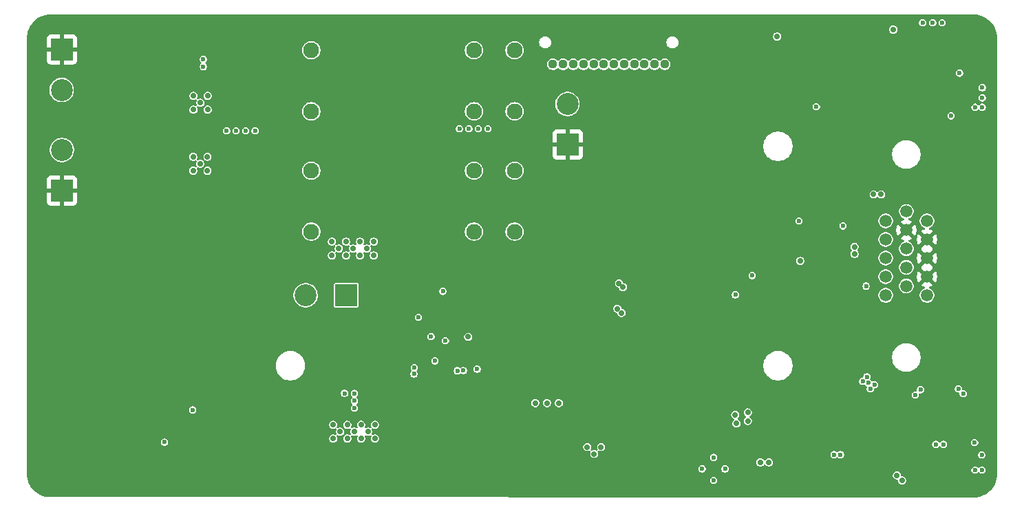
<source format=gbr>
%TF.GenerationSoftware,KiCad,Pcbnew,9.0.3+1*%
%TF.CreationDate,2025-08-21T21:39:02+01:00*%
%TF.ProjectId,Elytra,456c7974-7261-42e6-9b69-6361645f7063,rev?*%
%TF.SameCoordinates,Original*%
%TF.FileFunction,Copper,L3,Inr*%
%TF.FilePolarity,Positive*%
%FSLAX46Y46*%
G04 Gerber Fmt 4.6, Leading zero omitted, Abs format (unit mm)*
G04 Created by KiCad (PCBNEW 9.0.3+1) date 2025-08-21 21:39:02*
%MOMM*%
%LPD*%
G01*
G04 APERTURE LIST*
%TA.AperFunction,ComponentPad*%
%ADD10C,1.950000*%
%TD*%
%TA.AperFunction,ComponentPad*%
%ADD11C,2.700000*%
%TD*%
%TA.AperFunction,ComponentPad*%
%ADD12R,2.700000X2.700000*%
%TD*%
%TA.AperFunction,ComponentPad*%
%ADD13C,1.500000*%
%TD*%
%TA.AperFunction,ComponentPad*%
%ADD14C,1.117600*%
%TD*%
%TA.AperFunction,ViaPad*%
%ADD15C,0.600000*%
%TD*%
%TA.AperFunction,ViaPad*%
%ADD16C,0.700000*%
%TD*%
G04 APERTURE END LIST*
D10*
%TO.N,+14V*%
%TO.C,K1*%
X124587598Y-69699999D03*
%TO.N,VFill*%
X144587598Y-69699999D03*
%TO.N,Net-(K1-NO_2)*%
X149587598Y-69699999D03*
%TO.N,unconnected-(K1-NO_1-Pad4)*%
X149587598Y-77199999D03*
%TO.N,unconnected-(K1-COM_1-Pad3)*%
X144587598Y-77199999D03*
%TO.N,Net-(K1-COIL_1)*%
X124587598Y-77199999D03*
%TD*%
D11*
%TO.N,VFill*%
%TO.C,J4*%
X156112600Y-76300000D03*
D12*
%TO.N,GND*%
X156112600Y-81300000D03*
%TD*%
D10*
%TO.N,+14V*%
%TO.C,K2*%
X124587600Y-84500000D03*
%TO.N,VFill*%
X144587600Y-84500000D03*
%TO.N,Net-(K2-NO_2)*%
X149587600Y-84500000D03*
%TO.N,unconnected-(K2-NO_1-Pad4)*%
X149587600Y-92000000D03*
%TO.N,unconnected-(K2-COM_1-Pad3)*%
X144587600Y-92000000D03*
%TO.N,Net-(K2-COIL_1)*%
X124587600Y-92000000D03*
%TD*%
D13*
%TO.N,/FIRE_OUT3*%
%TO.C,DSUB1*%
X200327600Y-90680000D03*
%TO.N,GND*%
X200327600Y-92970000D03*
X200327600Y-95260000D03*
X200327600Y-97550000D03*
%TO.N,/FIRE_OUT1*%
X200327600Y-99840000D03*
%TO.N,/FIRE_OUT2*%
X197787600Y-89535000D03*
%TO.N,GND*%
X197787600Y-91825000D03*
%TO.N,/V5_OUT*%
X197787600Y-94115000D03*
%TO.N,/V4_OUT*%
X197787600Y-96405000D03*
%TO.N,/V3_OUT*%
X197787600Y-98695000D03*
%TO.N,/V0_OUT*%
X195247600Y-90680000D03*
%TO.N,/V1_OUT*%
X195247600Y-92970000D03*
%TO.N,/V2_OUT*%
X195247600Y-95260000D03*
%TO.N,+5V*%
X195247600Y-97550000D03*
%TO.N,+3.3V*%
X195247600Y-99840000D03*
%TD*%
D11*
%TO.N,VDC*%
%TO.C,J5*%
X123887600Y-99825000D03*
D12*
%TO.N,/KEY_OUT*%
X128887600Y-99825000D03*
%TD*%
D14*
%TO.N,/PYRO6_OUT*%
%TO.C,J1*%
X154307700Y-71408700D03*
%TO.N,+14V*%
X155557700Y-71408700D03*
%TO.N,/PYRO5_OUT*%
X156807700Y-71408700D03*
%TO.N,+14V*%
X158057700Y-71408700D03*
%TO.N,/PYRO4_OUT*%
X159307700Y-71408700D03*
%TO.N,+14V*%
X160557700Y-71408700D03*
%TO.N,/PYRO3_OUT*%
X161807701Y-71408700D03*
%TO.N,+14V*%
X163057701Y-71408700D03*
%TO.N,/PYRO2_OUT*%
X164307701Y-71408700D03*
%TO.N,+14V*%
X165557701Y-71408700D03*
%TO.N,/PYRO1_OUT*%
X166807701Y-71408700D03*
%TO.N,+14V*%
X168057701Y-71408700D03*
%TD*%
D12*
%TO.N,GND*%
%TO.C,J2*%
X93907870Y-86950627D03*
D11*
%TO.N,VBAT1*%
X93907870Y-81950627D03*
%TD*%
D12*
%TO.N,GND*%
%TO.C,J3*%
X93882871Y-69580627D03*
D11*
%TO.N,VBAT2*%
X93882871Y-74580627D03*
%TD*%
D15*
%TO.N,GND*%
X112900000Y-117500000D03*
X114450000Y-117500000D03*
X134250000Y-113050000D03*
%TO.N,VFill*%
X146300000Y-79350000D03*
X143966667Y-79350000D03*
X142800000Y-79350000D03*
X145133333Y-79350000D03*
X117666667Y-79600000D03*
X116500000Y-79600000D03*
X115333334Y-79600000D03*
X114166667Y-79600000D03*
X111300000Y-71700000D03*
X111300000Y-70800000D03*
%TO.N,GND*%
X118500000Y-88600000D03*
X113100000Y-89200000D03*
X111900000Y-93500000D03*
X111900000Y-68100000D03*
X117150000Y-69725000D03*
X113400000Y-74650000D03*
%TO.N,/V0_IN*%
X198887600Y-112100000D03*
X199537600Y-111450000D03*
X204787600Y-111950000D03*
X204187600Y-111350000D03*
%TO.N,/V5_IN*%
X189687600Y-119450000D03*
X202362600Y-118175000D03*
X188887600Y-119450000D03*
X201412600Y-118175000D03*
%TO.N,/V2_IN*%
X189987600Y-91300000D03*
X178837600Y-97400000D03*
%TO.N,/V3_IN*%
X184587600Y-90700000D03*
X176762600Y-99775000D03*
%TO.N,/V1_IN*%
X186712600Y-76625000D03*
X203287600Y-77750000D03*
%TO.N,/V4_OUT*%
X204337600Y-72500000D03*
%TO.N,GND*%
X206312600Y-77700000D03*
X175962600Y-96500000D03*
X197762600Y-112100000D03*
X133787600Y-118149999D03*
X188612600Y-100150000D03*
X201787600Y-69625000D03*
X167687600Y-122700000D03*
%TO.N,VDC*%
X142547600Y-109110000D03*
X137212600Y-109525000D03*
X143287600Y-109100000D03*
D16*
%TO.N,+14V*%
X131417600Y-94080000D03*
X130567600Y-93230000D03*
D15*
X193362600Y-111350000D03*
X207062600Y-119475000D03*
X201037600Y-66300000D03*
D16*
X132267600Y-94930000D03*
X127117600Y-94930000D03*
X130567600Y-94930000D03*
X127967600Y-94080000D03*
X128867600Y-93230000D03*
D15*
X206237600Y-76700000D03*
X207137600Y-75550000D03*
D16*
X132267600Y-93230000D03*
D15*
X192412600Y-110400000D03*
X207137600Y-76700000D03*
D16*
X127117600Y-93230000D03*
D15*
X207137600Y-74300000D03*
X206237600Y-121325000D03*
D16*
X127262600Y-117475000D03*
X127262600Y-115775000D03*
X128867600Y-94930000D03*
D15*
X199787601Y-66300000D03*
D16*
X129717600Y-94080000D03*
D15*
X192937600Y-109875000D03*
X193887600Y-110825000D03*
X206187600Y-117950000D03*
X202187600Y-66300000D03*
X207087600Y-121325000D03*
X193112600Y-110625000D03*
%TO.N,/DC.DC3 VCC*%
X141080100Y-105432500D03*
X140767600Y-99340000D03*
%TO.N,+5V*%
X174087600Y-122600000D03*
D16*
X160237600Y-118500000D03*
D15*
X175487600Y-121200000D03*
D16*
X158537600Y-118500000D03*
X159387600Y-119350000D03*
D15*
X172662600Y-121200000D03*
X174087600Y-119775000D03*
D16*
%TO.N,/PYRO1_OUT*%
X179837600Y-120400000D03*
X178287600Y-115300000D03*
X178287600Y-114250000D03*
X196637600Y-122000000D03*
X197262600Y-122625000D03*
X180887600Y-120400000D03*
%TO.N,/PYRO2_OUT*%
X176887600Y-115600000D03*
X176737600Y-114550000D03*
%TO.N,/PYRO4_OUT*%
X162737600Y-102000000D03*
X162237600Y-101500000D03*
%TO.N,/PYRO3_OUT*%
X162912600Y-98825000D03*
X162437600Y-98350000D03*
%TO.N,/PYRO6_OUT*%
X196187600Y-67150000D03*
%TO.N,/PYRO5_OUT*%
X181887600Y-68000000D03*
%TO.N,/FIRE_OUT2*%
X191412600Y-93875000D03*
X191437600Y-94750000D03*
%TO.N,/FIRE_OUT3*%
X193762600Y-87425000D03*
X194687600Y-87425000D03*
D15*
%TO.N,/KEY_OUT*%
X129900000Y-113722790D03*
X129900000Y-112810290D03*
X129875000Y-111897790D03*
X128662600Y-111897790D03*
%TO.N,Net-(U1-SW)*%
X139787600Y-107900000D03*
X144987600Y-108925000D03*
%TO.N,Net-(U1-FB)*%
X139312600Y-104900000D03*
X137747600Y-102550000D03*
D16*
%TO.N,Net-(D3-A)*%
X152137600Y-113100000D03*
X153587600Y-113100000D03*
X143887600Y-104950000D03*
X155037600Y-113100000D03*
D15*
%TO.N,GND*%
X173187600Y-101425000D03*
X173962600Y-73650000D03*
X180412600Y-121425000D03*
X200562600Y-117875000D03*
X190162600Y-69925000D03*
X140112600Y-105300000D03*
X162362600Y-112525000D03*
X204262600Y-101375000D03*
X163137600Y-82950000D03*
X208037600Y-76175000D03*
X194362600Y-109975000D03*
X144762600Y-112000000D03*
X135687600Y-111925000D03*
X203662600Y-113575000D03*
X197087600Y-120750000D03*
X133843604Y-104643996D03*
X187342058Y-76217218D03*
X204287600Y-115075000D03*
X156737600Y-92000000D03*
X134937600Y-76600000D03*
X204262600Y-109950000D03*
X149887600Y-122250000D03*
X162962600Y-73650000D03*
X171600000Y-83000000D03*
X184612600Y-89900000D03*
X134337600Y-108025000D03*
X148362600Y-112975000D03*
X177412600Y-100525000D03*
X192812600Y-100400000D03*
X204862600Y-110925000D03*
X145687600Y-122250000D03*
X204987600Y-73150000D03*
X156237600Y-87125000D03*
X156087600Y-83450000D03*
X183137600Y-121450000D03*
X193712600Y-69825000D03*
X202962600Y-70900000D03*
X134957337Y-118550000D03*
X163937600Y-121550000D03*
X148837600Y-123450000D03*
X133412600Y-107450000D03*
X179262600Y-121400000D03*
X134937600Y-74875000D03*
X133937600Y-101900000D03*
X178227600Y-97975000D03*
X146737600Y-123450000D03*
X174937600Y-75775000D03*
X192687600Y-68825000D03*
X190137600Y-67725000D03*
X206312600Y-117000000D03*
X171437600Y-121525000D03*
X160737600Y-81500000D03*
X117760711Y-113868102D03*
X193137600Y-112350000D03*
X160487600Y-82825000D03*
X134957337Y-116800000D03*
X191287600Y-68825000D03*
X194737600Y-86275000D03*
X128937600Y-119025000D03*
X174887600Y-88850000D03*
X181612600Y-121450000D03*
X197587600Y-101000000D03*
X177337600Y-99050000D03*
X177012600Y-111025000D03*
X130637600Y-119025000D03*
X184687600Y-96600000D03*
X138887600Y-98425000D03*
X192587600Y-121225000D03*
X179537600Y-68800000D03*
X150837600Y-114625000D03*
X201262600Y-114275000D03*
X205362600Y-116050000D03*
X165787600Y-102050000D03*
X165937600Y-113750000D03*
X190187600Y-93650000D03*
X160737600Y-73625000D03*
X153587600Y-112075000D03*
X152287600Y-112075000D03*
X186812600Y-107050000D03*
X143312600Y-112875000D03*
X158562600Y-113775000D03*
X193562600Y-109125000D03*
X203312600Y-72450000D03*
X207337600Y-111250000D03*
X174912600Y-95525000D03*
X202837600Y-76875000D03*
X161687600Y-118575000D03*
X158262600Y-81300000D03*
X175462600Y-81600000D03*
X132337600Y-119025000D03*
X202337600Y-89975000D03*
X193712600Y-67800000D03*
X193762600Y-121225000D03*
X175987600Y-106350000D03*
X193737600Y-86250000D03*
X199862600Y-112375000D03*
X174012600Y-114475000D03*
X192862600Y-97725000D03*
X203612600Y-66350000D03*
X207187600Y-77700000D03*
X170887600Y-94725000D03*
X129787600Y-119875000D03*
X169487600Y-112575000D03*
X160737600Y-76300000D03*
X189567600Y-90610000D03*
X194762600Y-68825000D03*
X134262600Y-110975000D03*
X141768605Y-111668995D03*
X169187600Y-101900000D03*
X163387600Y-97900000D03*
X150937597Y-123424997D03*
X208037600Y-74925000D03*
X163212600Y-101075000D03*
X178437600Y-69900000D03*
X153937600Y-81300000D03*
X196037600Y-68275000D03*
X137150100Y-87650000D03*
X175937600Y-94425000D03*
X202387600Y-70275000D03*
X202937600Y-78600000D03*
X198462600Y-111150000D03*
X139362600Y-74875000D03*
X144637600Y-123425000D03*
X177012600Y-95500000D03*
X137237600Y-110425000D03*
X160562600Y-91975000D03*
X137150100Y-74875000D03*
X190187600Y-94625000D03*
X131487600Y-119875000D03*
X139362600Y-87650000D03*
X156112600Y-79550000D03*
X161762600Y-102475000D03*
X116885711Y-112968102D03*
X140457600Y-104660000D03*
X189637600Y-114250000D03*
X139362600Y-76600000D03*
X190112600Y-118700000D03*
X147787600Y-122250000D03*
X163300000Y-85820000D03*
X138887600Y-99300000D03*
X203862600Y-112250000D03*
X146137600Y-112900000D03*
X134937600Y-87650000D03*
X137150100Y-76600000D03*
X193187600Y-117425000D03*
X128037600Y-119875000D03*
X133787600Y-116400001D03*
X195087600Y-110950000D03*
X206637600Y-123275000D03*
X189037600Y-68825000D03*
X127187600Y-119025000D03*
X203712600Y-121350000D03*
X171187600Y-73675000D03*
X154962600Y-112075000D03*
X138612600Y-111675000D03*
X163262600Y-94750000D03*
X175662600Y-112225000D03*
X190337600Y-121225000D03*
X201887600Y-118875000D03*
X162037600Y-99325000D03*
X175504236Y-114483364D03*
X145912600Y-114625000D03*
X148337600Y-116250000D03*
X194887600Y-122150000D03*
X174887600Y-107250000D03*
X192312600Y-111650000D03*
X176762600Y-113275000D03*
X165512600Y-96100000D03*
X191487600Y-122175000D03*
X177312600Y-68775000D03*
X144762600Y-113875000D03*
X176837600Y-107350000D03*
X180962600Y-68625000D03*
X179787600Y-110825000D03*
X192587600Y-94325000D03*
X207337600Y-102675000D03*
%TO.N,/V3_OUT*%
X192837600Y-98700000D03*
D16*
X184737600Y-95600000D03*
D15*
%TO.N,VDC*%
X137237600Y-108750000D03*
D16*
%TO.N,+14V*%
X129862600Y-116625000D03*
X132412600Y-117475000D03*
X132412600Y-115775000D03*
X130712600Y-117475000D03*
X129012600Y-115775000D03*
X131562600Y-116625000D03*
X128112600Y-116625000D03*
X129012600Y-117475000D03*
X130712600Y-115775000D03*
%TO.N,Net-(K1-NO_2)*%
X110932871Y-76155627D03*
X110082871Y-77005627D03*
X111832871Y-77005627D03*
X110082871Y-75305627D03*
X111832871Y-75305627D03*
%TO.N,Net-(K2-NO_2)*%
X110057871Y-82805627D03*
X111807871Y-82805627D03*
X110907871Y-83655627D03*
X111807871Y-84505627D03*
X110057871Y-84505627D03*
D15*
%TO.N,Net-(U6-MODE)*%
X106532871Y-117905627D03*
X109989458Y-113937214D03*
%TO.N,GND*%
X111442871Y-118390627D03*
X111032871Y-120930627D03*
X90082871Y-91655627D03*
X108957871Y-111355627D03*
X111882871Y-112230627D03*
X111882871Y-107130627D03*
X90957871Y-90280627D03*
X113432876Y-123480622D03*
X106232871Y-94805627D03*
X111222159Y-111841339D03*
X95732871Y-69580627D03*
X91932871Y-93950625D03*
X108032871Y-117705627D03*
X108432871Y-94805627D03*
X107732871Y-108980627D03*
X106679072Y-123526828D03*
X104032871Y-96580627D03*
X117532871Y-118880627D03*
X104982877Y-119805621D03*
X109023306Y-108190192D03*
X111032871Y-122430627D03*
X112757876Y-111105632D03*
X93882871Y-67730627D03*
X104007871Y-118755627D03*
X91932871Y-91680627D03*
X106232871Y-96580627D03*
X110632871Y-94805627D03*
X110632871Y-96580627D03*
X108432871Y-96580627D03*
X93882871Y-71430627D03*
X102682871Y-95755627D03*
X104032871Y-94830627D03*
X99282871Y-94030627D03*
X111982871Y-108730627D03*
X115532871Y-119780627D03*
X99282871Y-65730627D03*
X111382871Y-107930627D03*
X115532871Y-118880627D03*
X90832871Y-95410627D03*
X108992437Y-109790193D03*
X91832871Y-86955627D03*
X99282871Y-93255627D03*
X105582871Y-122430627D03*
X107732871Y-110580627D03*
X112032871Y-95780627D03*
X90082871Y-93955627D03*
X91982871Y-69580627D03*
X114332871Y-122407096D03*
X134937600Y-78250000D03*
X139362600Y-78250000D03*
X137150100Y-78250000D03*
X134957337Y-115100001D03*
X133787600Y-114700000D03*
%TD*%
%TA.AperFunction,Conductor*%
%TO.N,GND*%
G36*
X206039980Y-65300492D02*
G01*
X206040005Y-65300500D01*
X206084148Y-65300500D01*
X206091075Y-65300695D01*
X206133905Y-65303100D01*
X206405295Y-65318340D01*
X206419098Y-65319896D01*
X206725939Y-65372031D01*
X206739483Y-65375122D01*
X206971136Y-65441860D01*
X207038552Y-65461282D01*
X207051677Y-65465874D01*
X207339218Y-65584978D01*
X207351732Y-65591004D01*
X207624147Y-65741563D01*
X207635903Y-65748950D01*
X207889729Y-65929050D01*
X207900589Y-65937709D01*
X208132663Y-66145103D01*
X208142494Y-66154934D01*
X208325132Y-66359306D01*
X208349885Y-66387004D01*
X208358551Y-66397872D01*
X208533240Y-66644073D01*
X208538643Y-66651687D01*
X208546039Y-66663457D01*
X208645094Y-66842683D01*
X208696591Y-66935860D01*
X208702624Y-66948388D01*
X208821724Y-67235921D01*
X208826317Y-67249047D01*
X208912475Y-67548110D01*
X208915569Y-67561666D01*
X208967702Y-67868493D01*
X208969259Y-67882311D01*
X208986905Y-68196527D01*
X208987100Y-68203480D01*
X208987100Y-121841397D01*
X208986786Y-121850214D01*
X208964733Y-122159580D01*
X208962993Y-122173237D01*
X208907138Y-122476307D01*
X208903895Y-122489687D01*
X208814788Y-122784699D01*
X208810082Y-122797637D01*
X208688822Y-123080950D01*
X208682710Y-123093287D01*
X208530779Y-123361428D01*
X208523338Y-123373010D01*
X208342638Y-123622631D01*
X208333959Y-123633318D01*
X208126688Y-123861385D01*
X208116877Y-123871044D01*
X207885600Y-124074727D01*
X207874779Y-124083238D01*
X207622359Y-124260021D01*
X207610661Y-124267281D01*
X207340192Y-124414995D01*
X207327762Y-124420912D01*
X207042579Y-124537736D01*
X207029569Y-124542240D01*
X206733207Y-124626725D01*
X206719778Y-124629759D01*
X206415866Y-124680873D01*
X206402184Y-124682399D01*
X206091028Y-124699699D01*
X206084122Y-124699890D01*
X92540127Y-124680136D01*
X92540127Y-124680135D01*
X92530488Y-124680133D01*
X92530468Y-124680127D01*
X92486349Y-124680127D01*
X92486346Y-124680126D01*
X92479417Y-124679932D01*
X92452875Y-124678441D01*
X92165186Y-124662283D01*
X92151368Y-124660726D01*
X91844542Y-124608592D01*
X91830986Y-124605498D01*
X91531921Y-124519337D01*
X91518800Y-124514745D01*
X91231266Y-124395643D01*
X91218738Y-124389609D01*
X90946346Y-124239062D01*
X90934573Y-124231665D01*
X90680751Y-124051569D01*
X90669879Y-124042899D01*
X90437816Y-123835515D01*
X90427983Y-123825682D01*
X90220599Y-123593619D01*
X90211929Y-123582747D01*
X90211688Y-123582408D01*
X90031833Y-123328925D01*
X90024436Y-123317152D01*
X89873889Y-123044760D01*
X89867855Y-123032231D01*
X89865067Y-123025500D01*
X89748751Y-122744693D01*
X89744164Y-122731585D01*
X89689167Y-122540691D01*
X173637100Y-122540691D01*
X173637100Y-122659309D01*
X173667801Y-122773886D01*
X173727111Y-122876613D01*
X173810987Y-122960489D01*
X173913714Y-123019799D01*
X174028291Y-123050500D01*
X174028294Y-123050500D01*
X174146906Y-123050500D01*
X174146909Y-123050500D01*
X174261486Y-123019799D01*
X174364213Y-122960489D01*
X174448089Y-122876613D01*
X174507399Y-122773886D01*
X174538100Y-122659309D01*
X174538100Y-122540691D01*
X174507399Y-122426114D01*
X174448089Y-122323387D01*
X174364213Y-122239511D01*
X174261486Y-122180201D01*
X174146909Y-122149500D01*
X174028291Y-122149500D01*
X173913714Y-122180201D01*
X173913712Y-122180201D01*
X173913712Y-122180202D01*
X173810987Y-122239511D01*
X173810984Y-122239513D01*
X173727113Y-122323384D01*
X173727111Y-122323387D01*
X173667970Y-122425822D01*
X173667801Y-122426114D01*
X173637100Y-122540691D01*
X89689167Y-122540691D01*
X89658000Y-122432509D01*
X89654907Y-122418955D01*
X89637700Y-122317686D01*
X89602772Y-122112122D01*
X89601216Y-122098312D01*
X89591993Y-121934108D01*
X196137100Y-121934108D01*
X196137100Y-122065891D01*
X196171208Y-122193187D01*
X196189287Y-122224500D01*
X196237100Y-122307314D01*
X196330286Y-122400500D01*
X196444414Y-122466392D01*
X196571708Y-122500500D01*
X196571710Y-122500500D01*
X196638100Y-122500500D01*
X196705139Y-122520185D01*
X196750894Y-122572989D01*
X196762100Y-122624500D01*
X196762100Y-122690891D01*
X196796208Y-122818187D01*
X196829154Y-122875250D01*
X196862100Y-122932314D01*
X196955286Y-123025500D01*
X197069414Y-123091392D01*
X197196708Y-123125500D01*
X197196710Y-123125500D01*
X197328490Y-123125500D01*
X197328492Y-123125500D01*
X197455786Y-123091392D01*
X197569914Y-123025500D01*
X197663100Y-122932314D01*
X197728992Y-122818186D01*
X197763100Y-122690892D01*
X197763100Y-122559108D01*
X197728992Y-122431814D01*
X197663100Y-122317686D01*
X197569914Y-122224500D01*
X197493186Y-122180201D01*
X197455787Y-122158608D01*
X197392139Y-122141554D01*
X197328492Y-122124500D01*
X197262100Y-122124500D01*
X197195061Y-122104815D01*
X197149306Y-122052011D01*
X197138100Y-122000500D01*
X197138100Y-121934110D01*
X197138100Y-121934108D01*
X197103992Y-121806814D01*
X197038100Y-121692686D01*
X196944914Y-121599500D01*
X196877345Y-121560489D01*
X196830787Y-121533608D01*
X196767139Y-121516554D01*
X196703492Y-121499500D01*
X196571708Y-121499500D01*
X196444412Y-121533608D01*
X196330286Y-121599500D01*
X196330283Y-121599502D01*
X196237102Y-121692683D01*
X196237100Y-121692686D01*
X196171208Y-121806812D01*
X196137100Y-121934108D01*
X89591993Y-121934108D01*
X89583567Y-121784079D01*
X89583373Y-121777122D01*
X89583670Y-121140691D01*
X172212100Y-121140691D01*
X172212100Y-121259309D01*
X172242801Y-121373886D01*
X172302111Y-121476613D01*
X172385987Y-121560489D01*
X172488714Y-121619799D01*
X172603291Y-121650500D01*
X172603294Y-121650500D01*
X172721906Y-121650500D01*
X172721909Y-121650500D01*
X172836486Y-121619799D01*
X172939213Y-121560489D01*
X173023089Y-121476613D01*
X173082399Y-121373886D01*
X173113100Y-121259309D01*
X173113100Y-121140691D01*
X175037100Y-121140691D01*
X175037100Y-121259309D01*
X175067801Y-121373886D01*
X175127111Y-121476613D01*
X175210987Y-121560489D01*
X175313714Y-121619799D01*
X175428291Y-121650500D01*
X175428294Y-121650500D01*
X175546906Y-121650500D01*
X175546909Y-121650500D01*
X175661486Y-121619799D01*
X175764213Y-121560489D01*
X175848089Y-121476613D01*
X175907399Y-121373886D01*
X175936390Y-121265691D01*
X205787100Y-121265691D01*
X205787100Y-121384309D01*
X205817801Y-121498886D01*
X205877111Y-121601613D01*
X205960987Y-121685489D01*
X206063714Y-121744799D01*
X206178291Y-121775500D01*
X206178294Y-121775500D01*
X206296906Y-121775500D01*
X206296909Y-121775500D01*
X206411486Y-121744799D01*
X206514213Y-121685489D01*
X206574919Y-121624783D01*
X206636242Y-121591298D01*
X206705934Y-121596282D01*
X206750281Y-121624783D01*
X206810987Y-121685489D01*
X206913714Y-121744799D01*
X207028291Y-121775500D01*
X207028294Y-121775500D01*
X207146906Y-121775500D01*
X207146909Y-121775500D01*
X207261486Y-121744799D01*
X207364213Y-121685489D01*
X207448089Y-121601613D01*
X207507399Y-121498886D01*
X207538100Y-121384309D01*
X207538100Y-121265691D01*
X207507399Y-121151114D01*
X207448089Y-121048387D01*
X207364213Y-120964511D01*
X207261486Y-120905201D01*
X207146909Y-120874500D01*
X207028291Y-120874500D01*
X206913714Y-120905201D01*
X206913712Y-120905201D01*
X206913712Y-120905202D01*
X206810987Y-120964511D01*
X206810984Y-120964513D01*
X206750281Y-121025217D01*
X206688958Y-121058702D01*
X206619266Y-121053718D01*
X206574919Y-121025217D01*
X206514215Y-120964513D01*
X206514213Y-120964511D01*
X206411486Y-120905201D01*
X206296909Y-120874500D01*
X206178291Y-120874500D01*
X206063714Y-120905201D01*
X206063712Y-120905201D01*
X206063712Y-120905202D01*
X205960987Y-120964511D01*
X205960984Y-120964513D01*
X205877113Y-121048384D01*
X205877111Y-121048387D01*
X205823818Y-121140693D01*
X205817801Y-121151114D01*
X205787100Y-121265691D01*
X175936390Y-121265691D01*
X175938100Y-121259309D01*
X175938100Y-121140691D01*
X175907399Y-121026114D01*
X175848089Y-120923387D01*
X175764213Y-120839511D01*
X175661486Y-120780201D01*
X175546909Y-120749500D01*
X175428291Y-120749500D01*
X175313714Y-120780201D01*
X175313712Y-120780201D01*
X175313712Y-120780202D01*
X175210987Y-120839511D01*
X175210984Y-120839513D01*
X175127113Y-120923384D01*
X175127111Y-120923387D01*
X175067801Y-121026114D01*
X175037100Y-121140691D01*
X173113100Y-121140691D01*
X173082399Y-121026114D01*
X173023089Y-120923387D01*
X172939213Y-120839511D01*
X172836486Y-120780201D01*
X172721909Y-120749500D01*
X172603291Y-120749500D01*
X172488714Y-120780201D01*
X172488712Y-120780201D01*
X172488712Y-120780202D01*
X172385987Y-120839511D01*
X172385984Y-120839513D01*
X172302113Y-120923384D01*
X172302111Y-120923387D01*
X172242801Y-121026114D01*
X172212100Y-121140691D01*
X89583670Y-121140691D01*
X89584046Y-120334108D01*
X179337100Y-120334108D01*
X179337100Y-120465891D01*
X179371208Y-120593187D01*
X179399507Y-120642202D01*
X179437100Y-120707314D01*
X179530286Y-120800500D01*
X179644414Y-120866392D01*
X179771708Y-120900500D01*
X179771710Y-120900500D01*
X179903490Y-120900500D01*
X179903492Y-120900500D01*
X180030786Y-120866392D01*
X180144914Y-120800500D01*
X180238100Y-120707314D01*
X180255213Y-120677672D01*
X180305779Y-120629458D01*
X180374386Y-120616234D01*
X180439251Y-120642202D01*
X180469986Y-120677672D01*
X180487100Y-120707314D01*
X180580286Y-120800500D01*
X180694414Y-120866392D01*
X180821708Y-120900500D01*
X180821710Y-120900500D01*
X180953490Y-120900500D01*
X180953492Y-120900500D01*
X181080786Y-120866392D01*
X181194914Y-120800500D01*
X181288100Y-120707314D01*
X181353992Y-120593186D01*
X181388100Y-120465892D01*
X181388100Y-120334108D01*
X181353992Y-120206814D01*
X181353640Y-120206205D01*
X181312812Y-120135489D01*
X181288100Y-120092686D01*
X181194914Y-119999500D01*
X181107250Y-119948887D01*
X181080787Y-119933608D01*
X181017139Y-119916554D01*
X180953492Y-119899500D01*
X180821708Y-119899500D01*
X180694412Y-119933608D01*
X180580286Y-119999500D01*
X180580283Y-119999502D01*
X180487102Y-120092683D01*
X180487100Y-120092686D01*
X180469987Y-120122327D01*
X180419419Y-120170542D01*
X180350812Y-120183764D01*
X180285948Y-120157796D01*
X180255213Y-120122327D01*
X180238100Y-120092686D01*
X180144914Y-119999500D01*
X180057250Y-119948887D01*
X180030787Y-119933608D01*
X179967139Y-119916554D01*
X179903492Y-119899500D01*
X179771708Y-119899500D01*
X179644412Y-119933608D01*
X179530286Y-119999500D01*
X179530283Y-119999502D01*
X179437102Y-120092683D01*
X179437100Y-120092686D01*
X179371208Y-120206812D01*
X179337100Y-120334108D01*
X89584046Y-120334108D01*
X89584932Y-118434108D01*
X158037100Y-118434108D01*
X158037100Y-118565891D01*
X158071208Y-118693187D01*
X158099941Y-118742953D01*
X158137100Y-118807314D01*
X158230286Y-118900500D01*
X158329121Y-118957563D01*
X158344410Y-118966390D01*
X158344414Y-118966392D01*
X158471708Y-119000500D01*
X158471710Y-119000500D01*
X158603490Y-119000500D01*
X158603492Y-119000500D01*
X158730786Y-118966392D01*
X158780553Y-118937659D01*
X158848452Y-118921185D01*
X158914480Y-118944037D01*
X158957671Y-118998957D01*
X158964313Y-119068510D01*
X158949942Y-119107044D01*
X158921208Y-119156812D01*
X158887100Y-119284108D01*
X158887100Y-119415891D01*
X158921208Y-119543187D01*
X158954154Y-119600250D01*
X158987100Y-119657314D01*
X159080286Y-119750500D01*
X159179121Y-119807563D01*
X159184184Y-119810486D01*
X159194414Y-119816392D01*
X159321708Y-119850500D01*
X159321710Y-119850500D01*
X159453490Y-119850500D01*
X159453492Y-119850500D01*
X159580786Y-119816392D01*
X159694914Y-119750500D01*
X159729723Y-119715691D01*
X173637100Y-119715691D01*
X173637100Y-119834309D01*
X173667801Y-119948886D01*
X173727111Y-120051613D01*
X173810987Y-120135489D01*
X173913714Y-120194799D01*
X174028291Y-120225500D01*
X174028294Y-120225500D01*
X174146906Y-120225500D01*
X174146909Y-120225500D01*
X174261486Y-120194799D01*
X174364213Y-120135489D01*
X174448089Y-120051613D01*
X174507399Y-119948886D01*
X174538100Y-119834309D01*
X174538100Y-119715691D01*
X174507399Y-119601114D01*
X174448089Y-119498387D01*
X174364213Y-119414511D01*
X174322956Y-119390691D01*
X188437100Y-119390691D01*
X188437100Y-119509309D01*
X188467801Y-119623886D01*
X188527111Y-119726613D01*
X188610987Y-119810489D01*
X188713714Y-119869799D01*
X188828291Y-119900500D01*
X188828294Y-119900500D01*
X188946906Y-119900500D01*
X188946909Y-119900500D01*
X189061486Y-119869799D01*
X189164213Y-119810489D01*
X189199919Y-119774783D01*
X189261242Y-119741298D01*
X189330934Y-119746282D01*
X189375281Y-119774783D01*
X189410987Y-119810489D01*
X189513714Y-119869799D01*
X189628291Y-119900500D01*
X189628294Y-119900500D01*
X189746906Y-119900500D01*
X189746909Y-119900500D01*
X189861486Y-119869799D01*
X189964213Y-119810489D01*
X190048089Y-119726613D01*
X190107399Y-119623886D01*
X190138100Y-119509309D01*
X190138100Y-119415691D01*
X206612100Y-119415691D01*
X206612100Y-119534309D01*
X206642801Y-119648886D01*
X206702111Y-119751613D01*
X206785987Y-119835489D01*
X206888714Y-119894799D01*
X207003291Y-119925500D01*
X207003294Y-119925500D01*
X207121906Y-119925500D01*
X207121909Y-119925500D01*
X207236486Y-119894799D01*
X207339213Y-119835489D01*
X207423089Y-119751613D01*
X207482399Y-119648886D01*
X207513100Y-119534309D01*
X207513100Y-119415691D01*
X207482399Y-119301114D01*
X207423089Y-119198387D01*
X207339213Y-119114511D01*
X207236486Y-119055201D01*
X207121909Y-119024500D01*
X207003291Y-119024500D01*
X206888714Y-119055201D01*
X206888712Y-119055201D01*
X206888712Y-119055202D01*
X206785987Y-119114511D01*
X206785984Y-119114513D01*
X206702113Y-119198384D01*
X206702111Y-119198387D01*
X206652620Y-119284108D01*
X206642801Y-119301114D01*
X206612100Y-119415691D01*
X190138100Y-119415691D01*
X190138100Y-119390691D01*
X190107399Y-119276114D01*
X190048089Y-119173387D01*
X189964213Y-119089511D01*
X189861486Y-119030201D01*
X189746909Y-118999500D01*
X189628291Y-118999500D01*
X189513714Y-119030201D01*
X189513712Y-119030201D01*
X189513712Y-119030202D01*
X189410987Y-119089511D01*
X189410984Y-119089513D01*
X189375281Y-119125217D01*
X189313958Y-119158702D01*
X189244266Y-119153718D01*
X189199919Y-119125217D01*
X189164215Y-119089513D01*
X189164213Y-119089511D01*
X189061486Y-119030201D01*
X188946909Y-118999500D01*
X188828291Y-118999500D01*
X188713714Y-119030201D01*
X188713712Y-119030201D01*
X188713712Y-119030202D01*
X188610987Y-119089511D01*
X188610984Y-119089513D01*
X188527113Y-119173384D01*
X188527111Y-119173387D01*
X188467801Y-119276114D01*
X188437100Y-119390691D01*
X174322956Y-119390691D01*
X174261486Y-119355201D01*
X174146909Y-119324500D01*
X174028291Y-119324500D01*
X173913714Y-119355201D01*
X173913712Y-119355201D01*
X173913712Y-119355202D01*
X173810987Y-119414511D01*
X173810984Y-119414513D01*
X173727113Y-119498384D01*
X173727111Y-119498387D01*
X173667801Y-119601114D01*
X173637100Y-119715691D01*
X159729723Y-119715691D01*
X159788100Y-119657314D01*
X159853992Y-119543186D01*
X159888100Y-119415892D01*
X159888100Y-119284108D01*
X159853992Y-119156814D01*
X159825257Y-119107044D01*
X159808785Y-119039146D01*
X159831637Y-118973119D01*
X159886558Y-118929928D01*
X159956111Y-118923286D01*
X159994644Y-118937657D01*
X160029405Y-118957726D01*
X160044410Y-118966390D01*
X160044414Y-118966392D01*
X160171708Y-119000500D01*
X160171710Y-119000500D01*
X160303490Y-119000500D01*
X160303492Y-119000500D01*
X160430786Y-118966392D01*
X160544914Y-118900500D01*
X160638100Y-118807314D01*
X160703992Y-118693186D01*
X160738100Y-118565892D01*
X160738100Y-118434108D01*
X160703992Y-118306814D01*
X160638100Y-118192686D01*
X160561105Y-118115691D01*
X200962100Y-118115691D01*
X200962100Y-118234309D01*
X200992801Y-118348886D01*
X201052111Y-118451613D01*
X201135987Y-118535489D01*
X201238714Y-118594799D01*
X201353291Y-118625500D01*
X201353294Y-118625500D01*
X201471906Y-118625500D01*
X201471909Y-118625500D01*
X201586486Y-118594799D01*
X201689213Y-118535489D01*
X201773089Y-118451613D01*
X201780213Y-118439274D01*
X201830780Y-118391058D01*
X201899387Y-118377836D01*
X201964252Y-118403804D01*
X201994987Y-118439274D01*
X202002108Y-118451609D01*
X202002110Y-118451611D01*
X202002111Y-118451613D01*
X202085987Y-118535489D01*
X202188714Y-118594799D01*
X202303291Y-118625500D01*
X202303294Y-118625500D01*
X202421906Y-118625500D01*
X202421909Y-118625500D01*
X202536486Y-118594799D01*
X202639213Y-118535489D01*
X202723089Y-118451613D01*
X202782399Y-118348886D01*
X202813100Y-118234309D01*
X202813100Y-118115691D01*
X202782399Y-118001114D01*
X202723089Y-117898387D01*
X202715393Y-117890691D01*
X205737100Y-117890691D01*
X205737100Y-118009309D01*
X205767801Y-118123886D01*
X205827111Y-118226613D01*
X205910987Y-118310489D01*
X206013714Y-118369799D01*
X206128291Y-118400500D01*
X206128294Y-118400500D01*
X206246906Y-118400500D01*
X206246909Y-118400500D01*
X206361486Y-118369799D01*
X206464213Y-118310489D01*
X206548089Y-118226613D01*
X206607399Y-118123886D01*
X206638100Y-118009309D01*
X206638100Y-117890691D01*
X206607399Y-117776114D01*
X206548089Y-117673387D01*
X206464213Y-117589511D01*
X206361486Y-117530201D01*
X206246909Y-117499500D01*
X206128291Y-117499500D01*
X206013714Y-117530201D01*
X206013712Y-117530201D01*
X206013712Y-117530202D01*
X205910987Y-117589511D01*
X205910984Y-117589513D01*
X205827113Y-117673384D01*
X205827111Y-117673387D01*
X205767801Y-117776114D01*
X205737100Y-117890691D01*
X202715393Y-117890691D01*
X202639213Y-117814511D01*
X202536486Y-117755201D01*
X202421909Y-117724500D01*
X202303291Y-117724500D01*
X202188714Y-117755201D01*
X202188712Y-117755201D01*
X202188712Y-117755202D01*
X202085987Y-117814511D01*
X202085984Y-117814513D01*
X202002113Y-117898384D01*
X202002111Y-117898387D01*
X201994986Y-117910728D01*
X201944417Y-117958942D01*
X201875810Y-117972163D01*
X201810946Y-117946194D01*
X201780214Y-117910728D01*
X201773089Y-117898387D01*
X201689213Y-117814511D01*
X201586486Y-117755201D01*
X201471909Y-117724500D01*
X201353291Y-117724500D01*
X201238714Y-117755201D01*
X201238712Y-117755201D01*
X201238712Y-117755202D01*
X201135987Y-117814511D01*
X201135984Y-117814513D01*
X201052113Y-117898384D01*
X201052111Y-117898387D01*
X201013689Y-117964936D01*
X200992801Y-118001114D01*
X200962100Y-118115691D01*
X160561105Y-118115691D01*
X160544914Y-118099500D01*
X160487850Y-118066554D01*
X160430787Y-118033608D01*
X160340100Y-118009309D01*
X160303492Y-117999500D01*
X160171708Y-117999500D01*
X160044412Y-118033608D01*
X159930286Y-118099500D01*
X159930283Y-118099502D01*
X159837102Y-118192683D01*
X159837100Y-118192686D01*
X159771208Y-118306812D01*
X159737100Y-118434108D01*
X159737100Y-118565891D01*
X159771209Y-118693188D01*
X159771209Y-118693189D01*
X159799941Y-118742954D01*
X159816414Y-118810854D01*
X159793561Y-118876881D01*
X159738640Y-118920072D01*
X159669087Y-118926713D01*
X159630554Y-118912341D01*
X159580789Y-118883609D01*
X159580786Y-118883608D01*
X159453492Y-118849500D01*
X159321708Y-118849500D01*
X159194412Y-118883608D01*
X159144644Y-118912342D01*
X159076744Y-118928814D01*
X159010717Y-118905961D01*
X158967527Y-118851039D01*
X158960886Y-118781486D01*
X158975259Y-118742953D01*
X159003989Y-118693191D01*
X159003990Y-118693189D01*
X159003992Y-118693186D01*
X159038100Y-118565892D01*
X159038100Y-118434108D01*
X159003992Y-118306814D01*
X158938100Y-118192686D01*
X158844914Y-118099500D01*
X158787850Y-118066554D01*
X158730787Y-118033608D01*
X158640100Y-118009309D01*
X158603492Y-117999500D01*
X158471708Y-117999500D01*
X158344412Y-118033608D01*
X158230286Y-118099500D01*
X158230283Y-118099502D01*
X158137102Y-118192683D01*
X158137100Y-118192686D01*
X158071208Y-118306812D01*
X158037100Y-118434108D01*
X89584932Y-118434108D01*
X89585206Y-117846318D01*
X106082371Y-117846318D01*
X106082371Y-117964936D01*
X106113072Y-118079513D01*
X106172382Y-118182240D01*
X106256258Y-118266116D01*
X106358985Y-118325426D01*
X106473562Y-118356127D01*
X106473565Y-118356127D01*
X106592177Y-118356127D01*
X106592180Y-118356127D01*
X106706757Y-118325426D01*
X106809484Y-118266116D01*
X106893360Y-118182240D01*
X106952670Y-118079513D01*
X106983371Y-117964936D01*
X106983371Y-117846318D01*
X106952670Y-117731741D01*
X106893360Y-117629014D01*
X106809484Y-117545138D01*
X106706757Y-117485828D01*
X106592180Y-117455127D01*
X106473562Y-117455127D01*
X106358985Y-117485828D01*
X106358983Y-117485828D01*
X106358983Y-117485829D01*
X106256258Y-117545138D01*
X106256255Y-117545140D01*
X106172384Y-117629011D01*
X106172382Y-117629014D01*
X106117253Y-117724500D01*
X106113072Y-117731741D01*
X106082371Y-117846318D01*
X89585206Y-117846318D01*
X89586203Y-115709108D01*
X126762100Y-115709108D01*
X126762100Y-115840891D01*
X126796208Y-115968187D01*
X126824941Y-116017953D01*
X126862100Y-116082314D01*
X126955286Y-116175500D01*
X127054121Y-116232563D01*
X127069410Y-116241390D01*
X127069414Y-116241392D01*
X127196708Y-116275500D01*
X127196710Y-116275500D01*
X127328490Y-116275500D01*
X127328492Y-116275500D01*
X127455786Y-116241392D01*
X127505553Y-116212659D01*
X127573452Y-116196185D01*
X127639480Y-116219037D01*
X127682671Y-116273957D01*
X127689313Y-116343510D01*
X127674942Y-116382044D01*
X127646208Y-116431812D01*
X127612100Y-116559108D01*
X127612100Y-116690891D01*
X127646209Y-116818188D01*
X127646209Y-116818189D01*
X127674941Y-116867954D01*
X127691414Y-116935854D01*
X127668561Y-117001881D01*
X127613640Y-117045072D01*
X127544087Y-117051713D01*
X127505554Y-117037341D01*
X127455789Y-117008609D01*
X127455786Y-117008608D01*
X127328492Y-116974500D01*
X127196708Y-116974500D01*
X127069412Y-117008608D01*
X126955286Y-117074500D01*
X126955283Y-117074502D01*
X126862102Y-117167683D01*
X126862100Y-117167686D01*
X126796208Y-117281812D01*
X126762100Y-117409108D01*
X126762100Y-117540891D01*
X126796208Y-117668187D01*
X126828721Y-117724500D01*
X126862100Y-117782314D01*
X126955286Y-117875500D01*
X127069414Y-117941392D01*
X127196708Y-117975500D01*
X127196710Y-117975500D01*
X127328490Y-117975500D01*
X127328492Y-117975500D01*
X127455786Y-117941392D01*
X127569914Y-117875500D01*
X127663100Y-117782314D01*
X127728992Y-117668186D01*
X127763100Y-117540892D01*
X127763100Y-117409108D01*
X127728992Y-117281814D01*
X127700257Y-117232044D01*
X127683785Y-117164146D01*
X127706637Y-117098119D01*
X127761558Y-117054928D01*
X127831111Y-117048286D01*
X127869644Y-117062657D01*
X127890160Y-117074502D01*
X127919410Y-117091390D01*
X127919414Y-117091392D01*
X128046708Y-117125500D01*
X128046710Y-117125500D01*
X128178490Y-117125500D01*
X128178492Y-117125500D01*
X128305786Y-117091392D01*
X128419914Y-117025500D01*
X128513100Y-116932314D01*
X128578992Y-116818186D01*
X128613100Y-116690892D01*
X128613100Y-116559108D01*
X128578992Y-116431814D01*
X128513100Y-116317686D01*
X128419914Y-116224500D01*
X128335039Y-116175497D01*
X128305787Y-116158608D01*
X128242139Y-116141554D01*
X128178492Y-116124500D01*
X128046708Y-116124500D01*
X127919412Y-116158608D01*
X127869644Y-116187342D01*
X127801744Y-116203814D01*
X127735717Y-116180961D01*
X127692527Y-116126039D01*
X127685886Y-116056486D01*
X127700259Y-116017953D01*
X127728989Y-115968191D01*
X127728990Y-115968189D01*
X127728992Y-115968186D01*
X127763100Y-115840892D01*
X127763100Y-115709108D01*
X128512100Y-115709108D01*
X128512100Y-115840891D01*
X128546208Y-115968187D01*
X128584468Y-116034454D01*
X128612100Y-116082314D01*
X128705286Y-116175500D01*
X128808592Y-116235144D01*
X128819410Y-116241390D01*
X128819414Y-116241392D01*
X128946708Y-116275500D01*
X128946710Y-116275500D01*
X129078490Y-116275500D01*
X129078492Y-116275500D01*
X129205786Y-116241392D01*
X129255553Y-116212659D01*
X129323452Y-116196185D01*
X129389480Y-116219037D01*
X129432671Y-116273957D01*
X129439313Y-116343510D01*
X129424942Y-116382044D01*
X129396208Y-116431812D01*
X129362100Y-116559108D01*
X129362100Y-116690891D01*
X129396209Y-116818188D01*
X129396209Y-116818189D01*
X129424941Y-116867954D01*
X129441414Y-116935854D01*
X129418561Y-117001881D01*
X129363640Y-117045072D01*
X129294087Y-117051713D01*
X129255554Y-117037341D01*
X129205789Y-117008609D01*
X129205786Y-117008608D01*
X129078492Y-116974500D01*
X128946708Y-116974500D01*
X128819412Y-117008608D01*
X128729610Y-117060456D01*
X128705286Y-117074500D01*
X128612100Y-117167686D01*
X128593832Y-117199326D01*
X128593830Y-117199329D01*
X128546209Y-117281810D01*
X128546209Y-117281811D01*
X128512100Y-117409108D01*
X128512100Y-117540891D01*
X128546208Y-117668187D01*
X128578721Y-117724500D01*
X128612100Y-117782314D01*
X128705286Y-117875500D01*
X128819414Y-117941392D01*
X128946708Y-117975500D01*
X128946710Y-117975500D01*
X129078490Y-117975500D01*
X129078492Y-117975500D01*
X129205786Y-117941392D01*
X129319914Y-117875500D01*
X129413100Y-117782314D01*
X129478992Y-117668186D01*
X129513100Y-117540892D01*
X129513100Y-117409108D01*
X129478992Y-117281814D01*
X129450257Y-117232044D01*
X129433785Y-117164146D01*
X129456637Y-117098119D01*
X129511558Y-117054928D01*
X129581111Y-117048286D01*
X129619644Y-117062657D01*
X129640160Y-117074502D01*
X129669410Y-117091390D01*
X129669414Y-117091392D01*
X129796708Y-117125500D01*
X129796710Y-117125500D01*
X129928490Y-117125500D01*
X129928492Y-117125500D01*
X130055786Y-117091392D01*
X130105553Y-117062659D01*
X130173452Y-117046185D01*
X130239480Y-117069037D01*
X130282671Y-117123957D01*
X130289313Y-117193510D01*
X130274942Y-117232044D01*
X130246208Y-117281812D01*
X130212100Y-117409108D01*
X130212100Y-117540891D01*
X130246208Y-117668187D01*
X130278721Y-117724500D01*
X130312100Y-117782314D01*
X130405286Y-117875500D01*
X130519414Y-117941392D01*
X130646708Y-117975500D01*
X130646710Y-117975500D01*
X130778490Y-117975500D01*
X130778492Y-117975500D01*
X130905786Y-117941392D01*
X131019914Y-117875500D01*
X131113100Y-117782314D01*
X131178992Y-117668186D01*
X131213100Y-117540892D01*
X131213100Y-117409108D01*
X131178992Y-117281814D01*
X131150257Y-117232044D01*
X131133785Y-117164146D01*
X131156637Y-117098119D01*
X131211558Y-117054928D01*
X131281111Y-117048286D01*
X131319644Y-117062657D01*
X131340160Y-117074502D01*
X131369410Y-117091390D01*
X131369414Y-117091392D01*
X131496708Y-117125500D01*
X131496710Y-117125500D01*
X131628490Y-117125500D01*
X131628492Y-117125500D01*
X131755786Y-117091392D01*
X131805553Y-117062659D01*
X131873452Y-117046185D01*
X131939480Y-117069037D01*
X131982671Y-117123957D01*
X131989313Y-117193510D01*
X131974942Y-117232044D01*
X131946208Y-117281812D01*
X131912100Y-117409108D01*
X131912100Y-117540891D01*
X131946208Y-117668187D01*
X131978721Y-117724500D01*
X132012100Y-117782314D01*
X132105286Y-117875500D01*
X132219414Y-117941392D01*
X132346708Y-117975500D01*
X132346710Y-117975500D01*
X132478490Y-117975500D01*
X132478492Y-117975500D01*
X132605786Y-117941392D01*
X132719914Y-117875500D01*
X132813100Y-117782314D01*
X132878992Y-117668186D01*
X132913100Y-117540892D01*
X132913100Y-117409108D01*
X132878992Y-117281814D01*
X132813100Y-117167686D01*
X132719914Y-117074500D01*
X132655553Y-117037341D01*
X132605787Y-117008608D01*
X132542139Y-116991554D01*
X132478492Y-116974500D01*
X132346708Y-116974500D01*
X132219412Y-117008608D01*
X132169644Y-117037342D01*
X132101744Y-117053814D01*
X132035717Y-117030961D01*
X131992527Y-116976039D01*
X131985886Y-116906486D01*
X132000259Y-116867953D01*
X132028989Y-116818191D01*
X132028990Y-116818189D01*
X132028992Y-116818186D01*
X132063100Y-116690892D01*
X132063100Y-116559108D01*
X132028992Y-116431814D01*
X132000257Y-116382044D01*
X131983785Y-116314146D01*
X132006637Y-116248119D01*
X132061558Y-116204928D01*
X132131111Y-116198286D01*
X132169644Y-116212657D01*
X132204405Y-116232726D01*
X132219410Y-116241390D01*
X132219414Y-116241392D01*
X132346708Y-116275500D01*
X132346710Y-116275500D01*
X132478490Y-116275500D01*
X132478492Y-116275500D01*
X132605786Y-116241392D01*
X132719914Y-116175500D01*
X132813100Y-116082314D01*
X132878992Y-115968186D01*
X132913100Y-115840892D01*
X132913100Y-115709108D01*
X132878992Y-115581814D01*
X132813100Y-115467686D01*
X132719914Y-115374500D01*
X132662850Y-115341554D01*
X132605787Y-115308608D01*
X132542139Y-115291554D01*
X132478492Y-115274500D01*
X132346708Y-115274500D01*
X132219412Y-115308608D01*
X132105286Y-115374500D01*
X132105283Y-115374502D01*
X132012102Y-115467683D01*
X132012100Y-115467686D01*
X131946208Y-115581812D01*
X131914407Y-115700497D01*
X131912100Y-115709108D01*
X131912100Y-115840892D01*
X131929897Y-115907313D01*
X131946209Y-115968188D01*
X131946209Y-115968189D01*
X131974941Y-116017954D01*
X131991414Y-116085854D01*
X131968561Y-116151881D01*
X131913640Y-116195072D01*
X131844087Y-116201713D01*
X131805554Y-116187341D01*
X131755789Y-116158609D01*
X131755786Y-116158608D01*
X131628492Y-116124500D01*
X131496708Y-116124500D01*
X131369412Y-116158608D01*
X131319644Y-116187342D01*
X131251744Y-116203814D01*
X131185717Y-116180961D01*
X131142527Y-116126039D01*
X131135886Y-116056486D01*
X131150259Y-116017953D01*
X131178989Y-115968191D01*
X131178990Y-115968189D01*
X131178992Y-115968186D01*
X131213100Y-115840892D01*
X131213100Y-115709108D01*
X131178992Y-115581814D01*
X131113100Y-115467686D01*
X131019914Y-115374500D01*
X130962850Y-115341554D01*
X130905787Y-115308608D01*
X130842139Y-115291554D01*
X130778492Y-115274500D01*
X130646708Y-115274500D01*
X130519412Y-115308608D01*
X130405286Y-115374500D01*
X130405283Y-115374502D01*
X130312102Y-115467683D01*
X130312100Y-115467686D01*
X130246208Y-115581812D01*
X130214407Y-115700497D01*
X130212100Y-115709108D01*
X130212100Y-115840892D01*
X130229897Y-115907313D01*
X130246209Y-115968188D01*
X130246209Y-115968189D01*
X130274941Y-116017954D01*
X130291414Y-116085854D01*
X130268561Y-116151881D01*
X130213640Y-116195072D01*
X130144087Y-116201713D01*
X130105554Y-116187341D01*
X130055789Y-116158609D01*
X130055786Y-116158608D01*
X129928492Y-116124500D01*
X129796708Y-116124500D01*
X129669412Y-116158608D01*
X129619644Y-116187342D01*
X129551744Y-116203814D01*
X129485717Y-116180961D01*
X129442527Y-116126039D01*
X129435886Y-116056486D01*
X129450259Y-116017953D01*
X129478989Y-115968191D01*
X129478990Y-115968189D01*
X129478992Y-115968186D01*
X129513100Y-115840892D01*
X129513100Y-115709108D01*
X129478992Y-115581814D01*
X129413100Y-115467686D01*
X129319914Y-115374500D01*
X129262850Y-115341554D01*
X129205787Y-115308608D01*
X129142139Y-115291554D01*
X129078492Y-115274500D01*
X128946708Y-115274500D01*
X128819412Y-115308608D01*
X128705286Y-115374500D01*
X128705283Y-115374502D01*
X128612102Y-115467683D01*
X128612100Y-115467686D01*
X128546208Y-115581812D01*
X128512100Y-115709108D01*
X127763100Y-115709108D01*
X127728992Y-115581814D01*
X127663100Y-115467686D01*
X127569914Y-115374500D01*
X127512850Y-115341554D01*
X127455787Y-115308608D01*
X127392139Y-115291554D01*
X127328492Y-115274500D01*
X127196708Y-115274500D01*
X127069412Y-115308608D01*
X126955286Y-115374500D01*
X126955283Y-115374502D01*
X126862102Y-115467683D01*
X126862100Y-115467686D01*
X126796208Y-115581812D01*
X126762100Y-115709108D01*
X89586203Y-115709108D01*
X89586774Y-114484108D01*
X176237100Y-114484108D01*
X176237100Y-114615892D01*
X176254154Y-114679539D01*
X176271208Y-114743187D01*
X176282771Y-114763214D01*
X176337100Y-114857314D01*
X176430286Y-114950500D01*
X176543292Y-115015744D01*
X176591508Y-115066311D01*
X176604731Y-115134918D01*
X176578763Y-115199783D01*
X176568974Y-115210812D01*
X176487100Y-115292686D01*
X176421208Y-115406812D01*
X176387100Y-115534108D01*
X176387100Y-115665892D01*
X176398680Y-115709108D01*
X176421208Y-115793187D01*
X176448751Y-115840892D01*
X176487100Y-115907314D01*
X176580286Y-116000500D01*
X176694414Y-116066392D01*
X176821708Y-116100500D01*
X176821710Y-116100500D01*
X176953490Y-116100500D01*
X176953492Y-116100500D01*
X177080786Y-116066392D01*
X177194914Y-116000500D01*
X177288100Y-115907314D01*
X177353992Y-115793186D01*
X177388100Y-115665892D01*
X177388100Y-115534108D01*
X177353992Y-115406814D01*
X177288100Y-115292686D01*
X177194914Y-115199500D01*
X177081907Y-115134255D01*
X177033691Y-115083688D01*
X177020469Y-115015081D01*
X177046437Y-114950216D01*
X177056210Y-114939203D01*
X177138100Y-114857314D01*
X177203992Y-114743186D01*
X177238100Y-114615892D01*
X177238100Y-114484108D01*
X177203992Y-114356814D01*
X177180364Y-114315890D01*
X177138103Y-114242691D01*
X177138102Y-114242690D01*
X177138100Y-114242686D01*
X177079522Y-114184108D01*
X177787100Y-114184108D01*
X177787100Y-114315891D01*
X177821208Y-114443187D01*
X177854154Y-114500250D01*
X177887100Y-114557314D01*
X177980286Y-114650500D01*
X178009927Y-114667613D01*
X178058142Y-114718181D01*
X178071364Y-114786788D01*
X178045396Y-114851652D01*
X178009927Y-114882387D01*
X177980286Y-114899500D01*
X177980283Y-114899502D01*
X177887102Y-114992683D01*
X177887100Y-114992686D01*
X177821208Y-115106812D01*
X177796297Y-115199783D01*
X177787100Y-115234108D01*
X177787100Y-115365892D01*
X177789407Y-115374502D01*
X177821208Y-115493187D01*
X177854154Y-115550250D01*
X177887100Y-115607314D01*
X177980286Y-115700500D01*
X178094414Y-115766392D01*
X178221708Y-115800500D01*
X178221710Y-115800500D01*
X178353490Y-115800500D01*
X178353492Y-115800500D01*
X178480786Y-115766392D01*
X178594914Y-115700500D01*
X178688100Y-115607314D01*
X178753992Y-115493186D01*
X178788100Y-115365892D01*
X178788100Y-115234108D01*
X178753992Y-115106814D01*
X178688100Y-114992686D01*
X178594914Y-114899500D01*
X178565272Y-114882386D01*
X178517058Y-114831821D01*
X178503834Y-114763214D01*
X178529802Y-114698349D01*
X178565273Y-114667613D01*
X178594914Y-114650500D01*
X178688100Y-114557314D01*
X178753992Y-114443186D01*
X178788100Y-114315892D01*
X178788100Y-114184108D01*
X178753992Y-114056814D01*
X178688100Y-113942686D01*
X178594914Y-113849500D01*
X178537850Y-113816554D01*
X178480787Y-113783608D01*
X178405092Y-113763326D01*
X178353492Y-113749500D01*
X178221708Y-113749500D01*
X178094412Y-113783608D01*
X177980286Y-113849500D01*
X177980283Y-113849502D01*
X177887102Y-113942683D01*
X177887100Y-113942686D01*
X177821208Y-114056812D01*
X177787100Y-114184108D01*
X177079522Y-114184108D01*
X177044914Y-114149500D01*
X176978405Y-114111101D01*
X176930787Y-114083608D01*
X176830788Y-114056814D01*
X176803492Y-114049500D01*
X176671708Y-114049500D01*
X176544412Y-114083608D01*
X176430286Y-114149500D01*
X176430283Y-114149502D01*
X176337102Y-114242683D01*
X176337100Y-114242686D01*
X176271208Y-114356812D01*
X176237100Y-114484108D01*
X89586774Y-114484108D01*
X89587057Y-113877905D01*
X109538958Y-113877905D01*
X109538958Y-113996523D01*
X109569659Y-114111100D01*
X109628969Y-114213827D01*
X109712845Y-114297703D01*
X109815572Y-114357013D01*
X109930149Y-114387714D01*
X109930152Y-114387714D01*
X110048764Y-114387714D01*
X110048767Y-114387714D01*
X110163344Y-114357013D01*
X110266071Y-114297703D01*
X110349947Y-114213827D01*
X110409257Y-114111100D01*
X110439958Y-113996523D01*
X110439958Y-113877905D01*
X110409257Y-113763328D01*
X110349947Y-113660601D01*
X110266071Y-113576725D01*
X110163344Y-113517415D01*
X110048767Y-113486714D01*
X109930149Y-113486714D01*
X109815572Y-113517415D01*
X109815570Y-113517415D01*
X109815570Y-113517416D01*
X109712845Y-113576725D01*
X109712842Y-113576727D01*
X109628971Y-113660598D01*
X109628969Y-113660601D01*
X109569659Y-113763328D01*
X109538958Y-113877905D01*
X89587057Y-113877905D01*
X89588008Y-111838481D01*
X128212100Y-111838481D01*
X128212100Y-111957099D01*
X128242801Y-112071676D01*
X128302111Y-112174403D01*
X128385987Y-112258279D01*
X128488714Y-112317589D01*
X128603291Y-112348290D01*
X128603294Y-112348290D01*
X128721906Y-112348290D01*
X128721909Y-112348290D01*
X128836486Y-112317589D01*
X128939213Y-112258279D01*
X129023089Y-112174403D01*
X129082399Y-112071676D01*
X129113100Y-111957099D01*
X129113100Y-111838481D01*
X129424500Y-111838481D01*
X129424500Y-111957099D01*
X129455201Y-112071676D01*
X129514511Y-112174403D01*
X129598387Y-112258279D01*
X129598390Y-112258281D01*
X129604836Y-112263227D01*
X129603525Y-112264934D01*
X129643916Y-112307285D01*
X129657147Y-112375891D01*
X129631186Y-112440758D01*
X129621389Y-112451799D01*
X129539510Y-112533677D01*
X129481815Y-112633608D01*
X129480201Y-112636404D01*
X129449500Y-112750981D01*
X129449500Y-112869599D01*
X129480201Y-112984176D01*
X129539511Y-113086903D01*
X129539513Y-113086905D01*
X129629134Y-113176526D01*
X129627372Y-113178287D01*
X129661185Y-113224600D01*
X129665335Y-113294346D01*
X129631119Y-113355264D01*
X129625912Y-113359775D01*
X129539513Y-113446174D01*
X129539511Y-113446177D01*
X129480201Y-113548904D01*
X129449500Y-113663481D01*
X129449500Y-113782099D01*
X129480201Y-113896676D01*
X129539511Y-113999403D01*
X129623387Y-114083279D01*
X129726114Y-114142589D01*
X129840691Y-114173290D01*
X129840694Y-114173290D01*
X129959306Y-114173290D01*
X129959309Y-114173290D01*
X130073886Y-114142589D01*
X130176613Y-114083279D01*
X130260489Y-113999403D01*
X130319799Y-113896676D01*
X130350500Y-113782099D01*
X130350500Y-113663481D01*
X130319799Y-113548904D01*
X130260489Y-113446177D01*
X130176613Y-113362301D01*
X130170866Y-113356554D01*
X130172629Y-113354790D01*
X130138821Y-113308499D01*
X130134659Y-113238753D01*
X130168866Y-113177830D01*
X130174080Y-113173311D01*
X130176610Y-113170780D01*
X130176613Y-113170779D01*
X130260489Y-113086903D01*
X130290970Y-113034108D01*
X151637100Y-113034108D01*
X151637100Y-113165892D01*
X151640299Y-113177830D01*
X151671208Y-113293187D01*
X151680049Y-113308499D01*
X151737100Y-113407314D01*
X151830286Y-113500500D01*
X151944414Y-113566392D01*
X152071708Y-113600500D01*
X152071710Y-113600500D01*
X152203490Y-113600500D01*
X152203492Y-113600500D01*
X152330786Y-113566392D01*
X152444914Y-113500500D01*
X152538100Y-113407314D01*
X152603992Y-113293186D01*
X152638100Y-113165892D01*
X152638100Y-113034108D01*
X153087100Y-113034108D01*
X153087100Y-113165892D01*
X153090299Y-113177830D01*
X153121208Y-113293187D01*
X153130049Y-113308499D01*
X153187100Y-113407314D01*
X153280286Y-113500500D01*
X153394414Y-113566392D01*
X153521708Y-113600500D01*
X153521710Y-113600500D01*
X153653490Y-113600500D01*
X153653492Y-113600500D01*
X153780786Y-113566392D01*
X153894914Y-113500500D01*
X153988100Y-113407314D01*
X154053992Y-113293186D01*
X154088100Y-113165892D01*
X154088100Y-113034108D01*
X154537100Y-113034108D01*
X154537100Y-113165892D01*
X154540299Y-113177830D01*
X154571208Y-113293187D01*
X154580049Y-113308499D01*
X154637100Y-113407314D01*
X154730286Y-113500500D01*
X154844414Y-113566392D01*
X154971708Y-113600500D01*
X154971710Y-113600500D01*
X155103490Y-113600500D01*
X155103492Y-113600500D01*
X155230786Y-113566392D01*
X155344914Y-113500500D01*
X155438100Y-113407314D01*
X155503992Y-113293186D01*
X155538100Y-113165892D01*
X155538100Y-113034108D01*
X155503992Y-112906814D01*
X155438100Y-112792686D01*
X155344914Y-112699500D01*
X155287850Y-112666554D01*
X155230787Y-112633608D01*
X155167139Y-112616554D01*
X155103492Y-112599500D01*
X154971708Y-112599500D01*
X154844412Y-112633608D01*
X154730286Y-112699500D01*
X154730283Y-112699502D01*
X154637102Y-112792683D01*
X154637100Y-112792686D01*
X154571208Y-112906812D01*
X154550479Y-112984175D01*
X154537100Y-113034108D01*
X154088100Y-113034108D01*
X154053992Y-112906814D01*
X153988100Y-112792686D01*
X153894914Y-112699500D01*
X153837850Y-112666554D01*
X153780787Y-112633608D01*
X153717139Y-112616554D01*
X153653492Y-112599500D01*
X153521708Y-112599500D01*
X153394412Y-112633608D01*
X153280286Y-112699500D01*
X153280283Y-112699502D01*
X153187102Y-112792683D01*
X153187100Y-112792686D01*
X153121208Y-112906812D01*
X153100479Y-112984175D01*
X153087100Y-113034108D01*
X152638100Y-113034108D01*
X152603992Y-112906814D01*
X152538100Y-112792686D01*
X152444914Y-112699500D01*
X152387850Y-112666554D01*
X152330787Y-112633608D01*
X152267139Y-112616554D01*
X152203492Y-112599500D01*
X152071708Y-112599500D01*
X151944412Y-112633608D01*
X151830286Y-112699500D01*
X151830283Y-112699502D01*
X151737102Y-112792683D01*
X151737100Y-112792686D01*
X151671208Y-112906812D01*
X151650479Y-112984175D01*
X151637100Y-113034108D01*
X130290970Y-113034108D01*
X130319799Y-112984176D01*
X130350500Y-112869599D01*
X130350500Y-112750981D01*
X130319799Y-112636404D01*
X130260489Y-112533677D01*
X130176613Y-112449801D01*
X130176610Y-112449799D01*
X130170164Y-112444853D01*
X130171473Y-112443146D01*
X130131079Y-112400786D01*
X130117853Y-112332179D01*
X130143818Y-112267313D01*
X130153595Y-112256296D01*
X130235489Y-112174403D01*
X130294799Y-112071676D01*
X130303101Y-112040691D01*
X198437100Y-112040691D01*
X198437100Y-112159309D01*
X198467801Y-112273886D01*
X198527111Y-112376613D01*
X198610987Y-112460489D01*
X198713714Y-112519799D01*
X198828291Y-112550500D01*
X198828294Y-112550500D01*
X198946906Y-112550500D01*
X198946909Y-112550500D01*
X199061486Y-112519799D01*
X199164213Y-112460489D01*
X199248089Y-112376613D01*
X199307399Y-112273886D01*
X199338100Y-112159309D01*
X199338100Y-112040691D01*
X199338098Y-112040685D01*
X199337938Y-112039467D01*
X199338100Y-112038427D01*
X199338100Y-112032564D01*
X199339014Y-112032564D01*
X199348702Y-111970431D01*
X199395080Y-111918174D01*
X199462348Y-111899286D01*
X199477067Y-111900338D01*
X199478285Y-111900498D01*
X199478291Y-111900500D01*
X199478297Y-111900500D01*
X199596906Y-111900500D01*
X199596909Y-111900500D01*
X199711486Y-111869799D01*
X199814213Y-111810489D01*
X199898089Y-111726613D01*
X199957399Y-111623886D01*
X199988100Y-111509309D01*
X199988100Y-111390691D01*
X199961305Y-111290691D01*
X203737100Y-111290691D01*
X203737100Y-111409309D01*
X203767801Y-111523886D01*
X203827111Y-111626613D01*
X203910987Y-111710489D01*
X204013714Y-111769799D01*
X204128291Y-111800500D01*
X204128294Y-111800500D01*
X204213100Y-111800500D01*
X204280139Y-111820185D01*
X204325894Y-111872989D01*
X204337100Y-111924500D01*
X204337100Y-112009309D01*
X204367801Y-112123886D01*
X204427111Y-112226613D01*
X204510987Y-112310489D01*
X204613714Y-112369799D01*
X204728291Y-112400500D01*
X204728294Y-112400500D01*
X204846906Y-112400500D01*
X204846909Y-112400500D01*
X204961486Y-112369799D01*
X205064213Y-112310489D01*
X205148089Y-112226613D01*
X205207399Y-112123886D01*
X205238100Y-112009309D01*
X205238100Y-111890691D01*
X205207399Y-111776114D01*
X205148089Y-111673387D01*
X205064213Y-111589511D01*
X204961486Y-111530201D01*
X204846909Y-111499500D01*
X204762100Y-111499500D01*
X204695061Y-111479815D01*
X204649306Y-111427011D01*
X204638100Y-111375500D01*
X204638100Y-111290693D01*
X204638100Y-111290691D01*
X204607399Y-111176114D01*
X204548089Y-111073387D01*
X204464213Y-110989511D01*
X204361486Y-110930201D01*
X204246909Y-110899500D01*
X204128291Y-110899500D01*
X204013714Y-110930201D01*
X204013712Y-110930201D01*
X204013712Y-110930202D01*
X203910987Y-110989511D01*
X203910984Y-110989513D01*
X203827113Y-111073384D01*
X203827111Y-111073387D01*
X203767801Y-111176114D01*
X203737100Y-111290691D01*
X199961305Y-111290691D01*
X199957399Y-111276114D01*
X199898089Y-111173387D01*
X199814213Y-111089511D01*
X199711486Y-111030201D01*
X199596909Y-110999500D01*
X199478291Y-110999500D01*
X199363714Y-111030201D01*
X199363712Y-111030201D01*
X199363712Y-111030202D01*
X199260987Y-111089511D01*
X199260984Y-111089513D01*
X199177113Y-111173384D01*
X199177111Y-111173387D01*
X199117801Y-111276114D01*
X199087100Y-111390691D01*
X199087100Y-111390693D01*
X199087100Y-111509312D01*
X199087262Y-111510544D01*
X199087100Y-111511582D01*
X199087100Y-111517436D01*
X199086187Y-111517436D01*
X199076492Y-111579578D01*
X199030110Y-111631831D01*
X198962840Y-111650713D01*
X198948144Y-111649662D01*
X198946913Y-111649500D01*
X198946909Y-111649500D01*
X198828291Y-111649500D01*
X198713714Y-111680201D01*
X198713712Y-111680201D01*
X198713712Y-111680202D01*
X198610987Y-111739511D01*
X198610984Y-111739513D01*
X198527113Y-111823384D01*
X198527111Y-111823387D01*
X198488252Y-111890693D01*
X198467801Y-111926114D01*
X198437100Y-112040691D01*
X130303101Y-112040691D01*
X130325500Y-111957099D01*
X130325500Y-111838481D01*
X130294799Y-111723904D01*
X130235489Y-111621177D01*
X130151613Y-111537301D01*
X130048886Y-111477991D01*
X129934309Y-111447290D01*
X129815691Y-111447290D01*
X129701114Y-111477991D01*
X129701112Y-111477991D01*
X129701112Y-111477992D01*
X129598387Y-111537301D01*
X129598384Y-111537303D01*
X129514513Y-111621174D01*
X129514511Y-111621177D01*
X129455201Y-111723904D01*
X129424500Y-111838481D01*
X129113100Y-111838481D01*
X129082399Y-111723904D01*
X129023089Y-111621177D01*
X128939213Y-111537301D01*
X128836486Y-111477991D01*
X128721909Y-111447290D01*
X128603291Y-111447290D01*
X128488714Y-111477991D01*
X128488712Y-111477991D01*
X128488712Y-111477992D01*
X128385987Y-111537301D01*
X128385984Y-111537303D01*
X128302113Y-111621174D01*
X128302111Y-111621177D01*
X128242801Y-111723904D01*
X128212100Y-111838481D01*
X89588008Y-111838481D01*
X89588707Y-110340691D01*
X191962100Y-110340691D01*
X191962100Y-110459309D01*
X191992801Y-110573886D01*
X192052111Y-110676613D01*
X192135987Y-110760489D01*
X192238714Y-110819799D01*
X192353291Y-110850500D01*
X192353294Y-110850500D01*
X192471906Y-110850500D01*
X192471909Y-110850500D01*
X192586486Y-110819799D01*
X192586487Y-110819797D01*
X192594336Y-110817695D01*
X192595058Y-110820391D01*
X192651008Y-110814367D01*
X192713493Y-110845631D01*
X192736398Y-110874399D01*
X192752106Y-110901606D01*
X192752109Y-110901610D01*
X192752111Y-110901613D01*
X192835987Y-110985489D01*
X192860255Y-110999500D01*
X192891731Y-111017673D01*
X192939947Y-111068240D01*
X192953169Y-111136847D01*
X192944295Y-111172505D01*
X192942803Y-111176105D01*
X192940289Y-111185488D01*
X192912100Y-111290691D01*
X192912100Y-111409309D01*
X192942801Y-111523886D01*
X193002111Y-111626613D01*
X193085987Y-111710489D01*
X193188714Y-111769799D01*
X193303291Y-111800500D01*
X193303294Y-111800500D01*
X193421906Y-111800500D01*
X193421909Y-111800500D01*
X193536486Y-111769799D01*
X193639213Y-111710489D01*
X193723089Y-111626613D01*
X193782399Y-111523886D01*
X193813100Y-111409309D01*
X193813100Y-111399500D01*
X193832785Y-111332461D01*
X193885589Y-111286706D01*
X193937100Y-111275500D01*
X193946906Y-111275500D01*
X193946909Y-111275500D01*
X194061486Y-111244799D01*
X194164213Y-111185489D01*
X194248089Y-111101613D01*
X194307399Y-110998886D01*
X194338100Y-110884309D01*
X194338100Y-110765691D01*
X194307399Y-110651114D01*
X194248089Y-110548387D01*
X194164213Y-110464511D01*
X194061486Y-110405201D01*
X193946909Y-110374500D01*
X193828291Y-110374500D01*
X193713714Y-110405201D01*
X193713713Y-110405201D01*
X193713711Y-110405202D01*
X193665232Y-110433191D01*
X193597331Y-110449662D01*
X193531305Y-110426810D01*
X193512355Y-110410166D01*
X193502839Y-110399915D01*
X193473089Y-110348387D01*
X193389213Y-110264511D01*
X193363199Y-110249492D01*
X193350493Y-110235804D01*
X193342897Y-110220573D01*
X193331154Y-110208257D01*
X193327627Y-110189958D01*
X193319309Y-110173279D01*
X193321153Y-110156359D01*
X193317933Y-110139650D01*
X193325581Y-110115724D01*
X193326879Y-110103821D01*
X193331028Y-110098687D01*
X193333984Y-110089440D01*
X193357399Y-110048886D01*
X193388100Y-109934309D01*
X193388100Y-109815691D01*
X193357399Y-109701114D01*
X193298089Y-109598387D01*
X193214213Y-109514511D01*
X193111486Y-109455201D01*
X192996909Y-109424500D01*
X192878291Y-109424500D01*
X192763714Y-109455201D01*
X192763712Y-109455201D01*
X192763712Y-109455202D01*
X192660987Y-109514511D01*
X192660984Y-109514513D01*
X192577113Y-109598384D01*
X192577111Y-109598387D01*
X192524389Y-109689704D01*
X192517801Y-109701114D01*
X192487100Y-109815691D01*
X192487100Y-109815693D01*
X192487100Y-109825500D01*
X192467415Y-109892539D01*
X192414611Y-109938294D01*
X192363100Y-109949500D01*
X192353291Y-109949500D01*
X192238714Y-109980201D01*
X192238712Y-109980201D01*
X192238712Y-109980202D01*
X192135987Y-110039511D01*
X192135984Y-110039513D01*
X192052113Y-110123384D01*
X192052111Y-110123387D01*
X191992801Y-110226114D01*
X191962100Y-110340691D01*
X89588707Y-110340691D01*
X89589620Y-108381995D01*
X120199500Y-108381995D01*
X120199500Y-108618004D01*
X120199501Y-108618020D01*
X120230306Y-108852010D01*
X120291394Y-109079993D01*
X120381714Y-109298045D01*
X120381719Y-109298056D01*
X120438016Y-109395563D01*
X120499727Y-109502450D01*
X120499729Y-109502453D01*
X120499730Y-109502454D01*
X120643406Y-109689697D01*
X120643412Y-109689704D01*
X120810295Y-109856587D01*
X120810301Y-109856592D01*
X120997550Y-110000273D01*
X121081754Y-110048888D01*
X121201943Y-110118280D01*
X121201948Y-110118282D01*
X121201951Y-110118284D01*
X121420007Y-110208606D01*
X121647986Y-110269693D01*
X121881989Y-110300500D01*
X121881996Y-110300500D01*
X122118004Y-110300500D01*
X122118011Y-110300500D01*
X122352014Y-110269693D01*
X122579993Y-110208606D01*
X122798049Y-110118284D01*
X123002450Y-110000273D01*
X123189699Y-109856592D01*
X123356592Y-109689699D01*
X123500273Y-109502450D01*
X123521496Y-109465691D01*
X136762100Y-109465691D01*
X136762100Y-109584309D01*
X136792801Y-109698886D01*
X136852111Y-109801613D01*
X136935987Y-109885489D01*
X137038714Y-109944799D01*
X137153291Y-109975500D01*
X137153294Y-109975500D01*
X137271906Y-109975500D01*
X137271909Y-109975500D01*
X137386486Y-109944799D01*
X137489213Y-109885489D01*
X137573089Y-109801613D01*
X137632399Y-109698886D01*
X137663100Y-109584309D01*
X137663100Y-109465691D01*
X137632399Y-109351114D01*
X137573089Y-109248387D01*
X137562380Y-109237678D01*
X137562092Y-109237151D01*
X137561569Y-109236859D01*
X137545369Y-109206522D01*
X137528897Y-109176353D01*
X137528939Y-109175755D01*
X137528657Y-109175226D01*
X137531434Y-109140898D01*
X137533884Y-109106662D01*
X137534258Y-109105983D01*
X137534291Y-109105584D01*
X137535548Y-109103647D01*
X137551494Y-109074766D01*
X137556516Y-109068185D01*
X137574010Y-109050691D01*
X142097100Y-109050691D01*
X142097100Y-109169309D01*
X142127801Y-109283886D01*
X142187111Y-109386613D01*
X142270987Y-109470489D01*
X142373714Y-109529799D01*
X142488291Y-109560500D01*
X142488294Y-109560500D01*
X142606906Y-109560500D01*
X142606909Y-109560500D01*
X142721486Y-109529799D01*
X142824213Y-109470489D01*
X142834919Y-109459783D01*
X142896242Y-109426298D01*
X142965934Y-109431282D01*
X143004257Y-109455911D01*
X143004541Y-109455542D01*
X143008968Y-109458939D01*
X143010281Y-109459783D01*
X143010987Y-109460489D01*
X143113714Y-109519799D01*
X143228291Y-109550500D01*
X143228294Y-109550500D01*
X143346906Y-109550500D01*
X143346909Y-109550500D01*
X143461486Y-109519799D01*
X143564213Y-109460489D01*
X143648089Y-109376613D01*
X143707399Y-109273886D01*
X143738100Y-109159309D01*
X143738100Y-109040691D01*
X143707399Y-108926114D01*
X143707397Y-108926110D01*
X143703619Y-108919566D01*
X143703618Y-108919565D01*
X143698511Y-108910720D01*
X143672513Y-108865691D01*
X144537100Y-108865691D01*
X144537100Y-108984309D01*
X144567801Y-109098886D01*
X144627111Y-109201613D01*
X144710987Y-109285489D01*
X144813714Y-109344799D01*
X144928291Y-109375500D01*
X144928294Y-109375500D01*
X145046906Y-109375500D01*
X145046909Y-109375500D01*
X145161486Y-109344799D01*
X145264213Y-109285489D01*
X145348089Y-109201613D01*
X145407399Y-109098886D01*
X145438100Y-108984309D01*
X145438100Y-108865691D01*
X145407399Y-108751114D01*
X145348089Y-108648387D01*
X145264213Y-108564511D01*
X145212849Y-108534856D01*
X145161487Y-108505201D01*
X145151186Y-108502441D01*
X145046909Y-108474500D01*
X144928291Y-108474500D01*
X144813714Y-108505201D01*
X144813712Y-108505201D01*
X144813712Y-108505202D01*
X144710987Y-108564511D01*
X144710984Y-108564513D01*
X144627113Y-108648384D01*
X144627111Y-108648387D01*
X144568727Y-108749511D01*
X144567801Y-108751114D01*
X144537100Y-108865691D01*
X143672513Y-108865691D01*
X143648089Y-108823387D01*
X143564213Y-108739511D01*
X143461486Y-108680201D01*
X143346909Y-108649500D01*
X143228291Y-108649500D01*
X143113714Y-108680201D01*
X143113712Y-108680201D01*
X143113712Y-108680202D01*
X143010987Y-108739511D01*
X143010985Y-108739512D01*
X143000275Y-108750222D01*
X142938950Y-108783703D01*
X142869258Y-108778714D01*
X142830942Y-108754088D01*
X142830659Y-108754458D01*
X142826228Y-108751058D01*
X142824918Y-108750216D01*
X142824215Y-108749513D01*
X142824213Y-108749511D01*
X142721486Y-108690201D01*
X142606909Y-108659500D01*
X142488291Y-108659500D01*
X142373714Y-108690201D01*
X142373712Y-108690201D01*
X142373712Y-108690202D01*
X142270987Y-108749511D01*
X142270984Y-108749513D01*
X142187113Y-108833384D01*
X142187111Y-108833387D01*
X142133575Y-108926114D01*
X142127801Y-108936114D01*
X142097100Y-109050691D01*
X137574010Y-109050691D01*
X137598089Y-109026613D01*
X137657399Y-108923886D01*
X137688100Y-108809309D01*
X137688100Y-108690691D01*
X137657399Y-108576114D01*
X137598089Y-108473387D01*
X137514213Y-108389511D01*
X137501195Y-108381995D01*
X180199500Y-108381995D01*
X180199500Y-108618004D01*
X180199501Y-108618020D01*
X180230306Y-108852010D01*
X180291394Y-109079993D01*
X180381714Y-109298045D01*
X180381719Y-109298056D01*
X180438016Y-109395563D01*
X180499727Y-109502450D01*
X180499729Y-109502453D01*
X180499730Y-109502454D01*
X180643406Y-109689697D01*
X180643412Y-109689704D01*
X180810295Y-109856587D01*
X180810301Y-109856592D01*
X180997550Y-110000273D01*
X181081754Y-110048888D01*
X181201943Y-110118280D01*
X181201948Y-110118282D01*
X181201951Y-110118284D01*
X181420007Y-110208606D01*
X181647986Y-110269693D01*
X181881989Y-110300500D01*
X181881996Y-110300500D01*
X182118004Y-110300500D01*
X182118011Y-110300500D01*
X182352014Y-110269693D01*
X182579993Y-110208606D01*
X182798049Y-110118284D01*
X183002450Y-110000273D01*
X183189699Y-109856592D01*
X183356592Y-109689699D01*
X183500273Y-109502450D01*
X183618284Y-109298049D01*
X183708606Y-109079993D01*
X183769693Y-108852014D01*
X183800500Y-108618011D01*
X183800500Y-108381989D01*
X183769693Y-108147986D01*
X183708606Y-107920007D01*
X183618284Y-107701951D01*
X183618282Y-107701948D01*
X183618280Y-107701943D01*
X183524500Y-107539513D01*
X183500273Y-107497550D01*
X183405668Y-107374258D01*
X196037100Y-107374258D01*
X196037100Y-107603741D01*
X196053212Y-107726114D01*
X196067052Y-107831238D01*
X196101368Y-107959309D01*
X196126442Y-108052887D01*
X196214250Y-108264876D01*
X196214257Y-108264890D01*
X196328992Y-108463617D01*
X196468681Y-108645661D01*
X196468689Y-108645670D01*
X196630930Y-108807911D01*
X196630938Y-108807918D01*
X196630939Y-108807919D01*
X196664129Y-108833387D01*
X196812982Y-108947607D01*
X196812985Y-108947608D01*
X196812988Y-108947611D01*
X197011712Y-109062344D01*
X197011717Y-109062346D01*
X197011723Y-109062349D01*
X197041701Y-109074766D01*
X197223713Y-109150158D01*
X197445362Y-109209548D01*
X197672866Y-109239500D01*
X197672873Y-109239500D01*
X197902327Y-109239500D01*
X197902334Y-109239500D01*
X198129838Y-109209548D01*
X198351487Y-109150158D01*
X198563488Y-109062344D01*
X198762212Y-108947611D01*
X198944261Y-108807919D01*
X198944265Y-108807914D01*
X198944270Y-108807911D01*
X199106511Y-108645670D01*
X199106514Y-108645665D01*
X199106519Y-108645661D01*
X199246211Y-108463612D01*
X199360944Y-108264888D01*
X199448758Y-108052887D01*
X199508148Y-107831238D01*
X199538100Y-107603734D01*
X199538100Y-107374266D01*
X199508148Y-107146762D01*
X199448758Y-106925113D01*
X199393370Y-106791394D01*
X199360949Y-106713123D01*
X199360946Y-106713117D01*
X199360944Y-106713112D01*
X199246211Y-106514388D01*
X199246208Y-106514385D01*
X199246207Y-106514382D01*
X199106518Y-106332338D01*
X199106511Y-106332330D01*
X198944270Y-106170089D01*
X198944261Y-106170081D01*
X198762217Y-106030392D01*
X198563490Y-105915657D01*
X198563476Y-105915650D01*
X198351487Y-105827842D01*
X198129838Y-105768452D01*
X198091815Y-105763446D01*
X197902341Y-105738500D01*
X197902334Y-105738500D01*
X197672866Y-105738500D01*
X197672858Y-105738500D01*
X197456315Y-105767009D01*
X197445362Y-105768452D01*
X197353799Y-105792986D01*
X197223712Y-105827842D01*
X197011723Y-105915650D01*
X197011709Y-105915657D01*
X196812982Y-106030392D01*
X196630938Y-106170081D01*
X196468681Y-106332338D01*
X196328992Y-106514382D01*
X196214257Y-106713109D01*
X196214250Y-106713123D01*
X196126442Y-106925112D01*
X196067053Y-107146759D01*
X196067051Y-107146770D01*
X196037100Y-107374258D01*
X183405668Y-107374258D01*
X183356592Y-107310301D01*
X183356587Y-107310295D01*
X183189704Y-107143412D01*
X183189697Y-107143406D01*
X183002454Y-106999730D01*
X183002453Y-106999729D01*
X183002450Y-106999727D01*
X182873215Y-106925113D01*
X182798056Y-106881719D01*
X182798045Y-106881714D01*
X182579993Y-106791394D01*
X182352010Y-106730306D01*
X182118020Y-106699501D01*
X182118017Y-106699500D01*
X182118011Y-106699500D01*
X181881989Y-106699500D01*
X181881983Y-106699500D01*
X181881979Y-106699501D01*
X181647989Y-106730306D01*
X181420006Y-106791394D01*
X181201954Y-106881714D01*
X181201943Y-106881719D01*
X180997545Y-106999730D01*
X180810302Y-107143406D01*
X180810295Y-107143412D01*
X180643412Y-107310295D01*
X180643406Y-107310302D01*
X180499730Y-107497545D01*
X180381719Y-107701943D01*
X180381714Y-107701954D01*
X180291394Y-107920006D01*
X180230306Y-108147989D01*
X180199501Y-108381979D01*
X180199500Y-108381995D01*
X137501195Y-108381995D01*
X137411486Y-108330201D01*
X137296909Y-108299500D01*
X137178291Y-108299500D01*
X137063714Y-108330201D01*
X137063712Y-108330201D01*
X137063712Y-108330202D01*
X136960987Y-108389511D01*
X136960984Y-108389513D01*
X136877113Y-108473384D01*
X136877111Y-108473387D01*
X136817801Y-108576114D01*
X136787100Y-108690691D01*
X136787100Y-108809309D01*
X136817801Y-108923886D01*
X136877111Y-109026613D01*
X136877113Y-109026615D01*
X136887816Y-109037318D01*
X136921301Y-109098641D01*
X136916317Y-109168333D01*
X136887818Y-109212678D01*
X136852114Y-109248383D01*
X136852111Y-109248387D01*
X136830691Y-109285488D01*
X136792801Y-109351114D01*
X136762100Y-109465691D01*
X123521496Y-109465691D01*
X123618284Y-109298049D01*
X123708606Y-109079993D01*
X123769693Y-108852014D01*
X123800500Y-108618011D01*
X123800500Y-108381989D01*
X123769693Y-108147986D01*
X123708606Y-107920007D01*
X123675752Y-107840691D01*
X139337100Y-107840691D01*
X139337100Y-107959309D01*
X139367801Y-108073886D01*
X139427111Y-108176613D01*
X139510987Y-108260489D01*
X139613714Y-108319799D01*
X139728291Y-108350500D01*
X139728294Y-108350500D01*
X139846906Y-108350500D01*
X139846909Y-108350500D01*
X139961486Y-108319799D01*
X140064213Y-108260489D01*
X140148089Y-108176613D01*
X140207399Y-108073886D01*
X140238100Y-107959309D01*
X140238100Y-107840691D01*
X140207399Y-107726114D01*
X140148089Y-107623387D01*
X140064213Y-107539511D01*
X139961486Y-107480201D01*
X139846909Y-107449500D01*
X139728291Y-107449500D01*
X139613714Y-107480201D01*
X139613712Y-107480201D01*
X139613712Y-107480202D01*
X139510987Y-107539511D01*
X139510984Y-107539513D01*
X139427113Y-107623384D01*
X139427111Y-107623387D01*
X139367801Y-107726114D01*
X139337100Y-107840691D01*
X123675752Y-107840691D01*
X123628292Y-107726112D01*
X123618288Y-107701959D01*
X123618280Y-107701943D01*
X123524500Y-107539513D01*
X123500273Y-107497550D01*
X123356592Y-107310301D01*
X123356587Y-107310295D01*
X123189704Y-107143412D01*
X123189697Y-107143406D01*
X123002454Y-106999730D01*
X123002453Y-106999729D01*
X123002450Y-106999727D01*
X122873215Y-106925113D01*
X122798056Y-106881719D01*
X122798045Y-106881714D01*
X122579993Y-106791394D01*
X122352010Y-106730306D01*
X122118020Y-106699501D01*
X122118017Y-106699500D01*
X122118011Y-106699500D01*
X121881989Y-106699500D01*
X121881983Y-106699500D01*
X121881979Y-106699501D01*
X121647989Y-106730306D01*
X121420006Y-106791394D01*
X121201954Y-106881714D01*
X121201943Y-106881719D01*
X120997545Y-106999730D01*
X120810302Y-107143406D01*
X120810295Y-107143412D01*
X120643412Y-107310295D01*
X120643406Y-107310302D01*
X120499730Y-107497545D01*
X120381719Y-107701943D01*
X120381714Y-107701954D01*
X120291394Y-107920006D01*
X120230306Y-108147989D01*
X120199501Y-108381979D01*
X120199500Y-108381995D01*
X89589620Y-108381995D01*
X89591024Y-105373191D01*
X140629600Y-105373191D01*
X140629600Y-105491809D01*
X140660301Y-105606386D01*
X140719611Y-105709113D01*
X140803487Y-105792989D01*
X140906214Y-105852299D01*
X141020791Y-105883000D01*
X141020794Y-105883000D01*
X141139406Y-105883000D01*
X141139409Y-105883000D01*
X141253986Y-105852299D01*
X141356713Y-105792989D01*
X141440589Y-105709113D01*
X141499899Y-105606386D01*
X141530600Y-105491809D01*
X141530600Y-105373191D01*
X141499899Y-105258614D01*
X141440589Y-105155887D01*
X141356713Y-105072011D01*
X141253986Y-105012701D01*
X141139409Y-104982000D01*
X141020791Y-104982000D01*
X140906214Y-105012701D01*
X140906212Y-105012701D01*
X140906212Y-105012702D01*
X140803487Y-105072011D01*
X140803484Y-105072013D01*
X140719613Y-105155884D01*
X140719611Y-105155887D01*
X140661052Y-105257314D01*
X140660301Y-105258614D01*
X140629600Y-105373191D01*
X89591024Y-105373191D01*
X89591272Y-104840691D01*
X138862100Y-104840691D01*
X138862100Y-104959309D01*
X138892801Y-105073886D01*
X138952111Y-105176613D01*
X139035987Y-105260489D01*
X139138714Y-105319799D01*
X139253291Y-105350500D01*
X139253294Y-105350500D01*
X139371906Y-105350500D01*
X139371909Y-105350500D01*
X139486486Y-105319799D01*
X139589213Y-105260489D01*
X139673089Y-105176613D01*
X139732399Y-105073886D01*
X139763100Y-104959309D01*
X139763100Y-104884108D01*
X143387100Y-104884108D01*
X143387100Y-105015891D01*
X143421208Y-105143187D01*
X143440507Y-105176613D01*
X143487100Y-105257314D01*
X143580286Y-105350500D01*
X143694414Y-105416392D01*
X143821708Y-105450500D01*
X143821710Y-105450500D01*
X143953490Y-105450500D01*
X143953492Y-105450500D01*
X144080786Y-105416392D01*
X144194914Y-105350500D01*
X144288100Y-105257314D01*
X144353992Y-105143186D01*
X144388100Y-105015892D01*
X144388100Y-104884108D01*
X144353992Y-104756814D01*
X144288100Y-104642686D01*
X144194914Y-104549500D01*
X144137850Y-104516554D01*
X144080787Y-104483608D01*
X144017139Y-104466554D01*
X143953492Y-104449500D01*
X143821708Y-104449500D01*
X143694412Y-104483608D01*
X143580286Y-104549500D01*
X143580283Y-104549502D01*
X143487102Y-104642683D01*
X143487100Y-104642686D01*
X143421208Y-104756812D01*
X143387100Y-104884108D01*
X139763100Y-104884108D01*
X139763100Y-104840691D01*
X139732399Y-104726114D01*
X139673089Y-104623387D01*
X139589213Y-104539511D01*
X139486486Y-104480201D01*
X139371909Y-104449500D01*
X139253291Y-104449500D01*
X139138714Y-104480201D01*
X139138712Y-104480201D01*
X139138712Y-104480202D01*
X139035987Y-104539511D01*
X139035984Y-104539513D01*
X138952113Y-104623384D01*
X138952111Y-104623387D01*
X138892801Y-104726114D01*
X138862100Y-104840691D01*
X89591272Y-104840691D01*
X89592368Y-102490691D01*
X137297100Y-102490691D01*
X137297100Y-102609309D01*
X137327801Y-102723886D01*
X137387111Y-102826613D01*
X137470987Y-102910489D01*
X137573714Y-102969799D01*
X137688291Y-103000500D01*
X137688294Y-103000500D01*
X137806906Y-103000500D01*
X137806909Y-103000500D01*
X137921486Y-102969799D01*
X138024213Y-102910489D01*
X138108089Y-102826613D01*
X138167399Y-102723886D01*
X138198100Y-102609309D01*
X138198100Y-102490691D01*
X138167399Y-102376114D01*
X138108089Y-102273387D01*
X138024213Y-102189511D01*
X137921486Y-102130201D01*
X137806909Y-102099500D01*
X137688291Y-102099500D01*
X137573714Y-102130201D01*
X137573712Y-102130201D01*
X137573712Y-102130202D01*
X137470987Y-102189511D01*
X137470984Y-102189513D01*
X137387113Y-102273384D01*
X137387111Y-102273387D01*
X137327801Y-102376114D01*
X137297100Y-102490691D01*
X89592368Y-102490691D01*
X89592861Y-101434108D01*
X161737100Y-101434108D01*
X161737100Y-101565891D01*
X161771208Y-101693187D01*
X161804154Y-101750250D01*
X161837100Y-101807314D01*
X161930286Y-101900500D01*
X162044414Y-101966392D01*
X162154129Y-101995789D01*
X162213789Y-102032154D01*
X162241809Y-102083469D01*
X162271208Y-102193186D01*
X162337100Y-102307314D01*
X162430286Y-102400500D01*
X162544414Y-102466392D01*
X162671708Y-102500500D01*
X162671710Y-102500500D01*
X162803490Y-102500500D01*
X162803492Y-102500500D01*
X162930786Y-102466392D01*
X163044914Y-102400500D01*
X163138100Y-102307314D01*
X163203992Y-102193186D01*
X163238100Y-102065892D01*
X163238100Y-101934108D01*
X163203992Y-101806814D01*
X163138100Y-101692686D01*
X163044914Y-101599500D01*
X162930786Y-101533608D01*
X162821069Y-101504209D01*
X162761410Y-101467845D01*
X162733389Y-101416528D01*
X162708998Y-101325500D01*
X162703992Y-101306814D01*
X162638100Y-101192686D01*
X162544914Y-101099500D01*
X162487850Y-101066554D01*
X162430787Y-101033608D01*
X162367139Y-101016554D01*
X162303492Y-100999500D01*
X162171708Y-100999500D01*
X162044412Y-101033608D01*
X161930286Y-101099500D01*
X161930283Y-101099502D01*
X161837102Y-101192683D01*
X161837100Y-101192686D01*
X161771208Y-101306812D01*
X161737100Y-101434108D01*
X89592861Y-101434108D01*
X89593666Y-99706902D01*
X122387100Y-99706902D01*
X122387100Y-99943097D01*
X122424046Y-100176368D01*
X122497033Y-100400996D01*
X122567585Y-100539461D01*
X122604257Y-100611433D01*
X122743083Y-100802510D01*
X122910090Y-100969517D01*
X123101167Y-101108343D01*
X123200591Y-101159002D01*
X123311603Y-101215566D01*
X123311605Y-101215566D01*
X123311608Y-101215568D01*
X123432012Y-101254689D01*
X123536231Y-101288553D01*
X123769503Y-101325500D01*
X123769508Y-101325500D01*
X124005697Y-101325500D01*
X124238968Y-101288553D01*
X124254513Y-101283502D01*
X124463592Y-101215568D01*
X124514121Y-101189822D01*
X127387099Y-101189822D01*
X127395831Y-101233717D01*
X127395834Y-101233724D01*
X127429095Y-101283503D01*
X127429096Y-101283504D01*
X127478878Y-101316767D01*
X127478881Y-101316767D01*
X127478882Y-101316768D01*
X127522777Y-101325500D01*
X127522780Y-101325500D01*
X130252422Y-101325500D01*
X130296317Y-101316768D01*
X130296317Y-101316767D01*
X130296322Y-101316767D01*
X130346104Y-101283504D01*
X130379367Y-101233722D01*
X130387530Y-101192686D01*
X130388100Y-101189822D01*
X130388100Y-99280691D01*
X140317100Y-99280691D01*
X140317100Y-99399309D01*
X140347801Y-99513886D01*
X140407111Y-99616613D01*
X140490987Y-99700489D01*
X140593714Y-99759799D01*
X140708291Y-99790500D01*
X140708294Y-99790500D01*
X140826906Y-99790500D01*
X140826909Y-99790500D01*
X140941486Y-99759799D01*
X141017883Y-99715691D01*
X176312100Y-99715691D01*
X176312100Y-99834309D01*
X176342801Y-99948886D01*
X176402111Y-100051613D01*
X176485987Y-100135489D01*
X176588714Y-100194799D01*
X176703291Y-100225500D01*
X176703294Y-100225500D01*
X176821906Y-100225500D01*
X176821909Y-100225500D01*
X176936486Y-100194799D01*
X177039213Y-100135489D01*
X177123089Y-100051613D01*
X177182399Y-99948886D01*
X177213100Y-99834309D01*
X177213100Y-99751304D01*
X194347100Y-99751304D01*
X194347100Y-99928695D01*
X194381703Y-100102658D01*
X194381706Y-100102667D01*
X194449583Y-100266540D01*
X194449590Y-100266553D01*
X194548135Y-100414034D01*
X194548138Y-100414038D01*
X194673561Y-100539461D01*
X194673565Y-100539464D01*
X194821046Y-100638009D01*
X194821059Y-100638016D01*
X194943963Y-100688923D01*
X194984934Y-100705894D01*
X194984936Y-100705894D01*
X194984941Y-100705896D01*
X195158904Y-100740499D01*
X195158907Y-100740500D01*
X195158909Y-100740500D01*
X195336293Y-100740500D01*
X195336294Y-100740499D01*
X195394282Y-100728964D01*
X195510258Y-100705896D01*
X195510261Y-100705894D01*
X195510266Y-100705894D01*
X195674147Y-100638013D01*
X195821635Y-100539464D01*
X195947064Y-100414035D01*
X196045613Y-100266547D01*
X196113494Y-100102666D01*
X196123650Y-100051612D01*
X196148099Y-99928695D01*
X196148100Y-99928693D01*
X196148100Y-99751306D01*
X196148099Y-99751304D01*
X196113496Y-99577341D01*
X196113493Y-99577332D01*
X196045616Y-99413459D01*
X196045609Y-99413446D01*
X195947064Y-99265965D01*
X195947061Y-99265961D01*
X195821638Y-99140538D01*
X195821634Y-99140535D01*
X195674153Y-99041990D01*
X195674140Y-99041983D01*
X195510267Y-98974106D01*
X195510258Y-98974103D01*
X195336294Y-98939500D01*
X195336291Y-98939500D01*
X195158909Y-98939500D01*
X195158906Y-98939500D01*
X194984941Y-98974103D01*
X194984932Y-98974106D01*
X194821059Y-99041983D01*
X194821046Y-99041990D01*
X194673565Y-99140535D01*
X194673561Y-99140538D01*
X194548138Y-99265961D01*
X194548135Y-99265965D01*
X194449590Y-99413446D01*
X194449583Y-99413459D01*
X194381706Y-99577332D01*
X194381703Y-99577341D01*
X194347100Y-99751304D01*
X177213100Y-99751304D01*
X177213100Y-99715691D01*
X177182399Y-99601114D01*
X177123089Y-99498387D01*
X177039213Y-99414511D01*
X176936486Y-99355201D01*
X176821909Y-99324500D01*
X176703291Y-99324500D01*
X176588714Y-99355201D01*
X176588712Y-99355201D01*
X176588712Y-99355202D01*
X176485987Y-99414511D01*
X176485984Y-99414513D01*
X176402113Y-99498384D01*
X176402111Y-99498387D01*
X176356531Y-99577334D01*
X176342801Y-99601114D01*
X176312100Y-99715691D01*
X141017883Y-99715691D01*
X141044213Y-99700489D01*
X141128089Y-99616613D01*
X141187399Y-99513886D01*
X141218100Y-99399309D01*
X141218100Y-99280691D01*
X141187399Y-99166114D01*
X141128089Y-99063387D01*
X141044213Y-98979511D01*
X140941486Y-98920201D01*
X140826909Y-98889500D01*
X140708291Y-98889500D01*
X140593714Y-98920201D01*
X140593712Y-98920201D01*
X140593712Y-98920202D01*
X140490987Y-98979511D01*
X140490984Y-98979513D01*
X140407113Y-99063384D01*
X140407111Y-99063387D01*
X140362569Y-99140536D01*
X140347801Y-99166114D01*
X140317100Y-99280691D01*
X130388100Y-99280691D01*
X130388100Y-98460177D01*
X130379368Y-98416282D01*
X130379367Y-98416281D01*
X130379367Y-98416278D01*
X130346104Y-98366496D01*
X130338548Y-98361447D01*
X130296324Y-98333234D01*
X130296317Y-98333231D01*
X130252422Y-98324500D01*
X130252420Y-98324500D01*
X127522780Y-98324500D01*
X127522778Y-98324500D01*
X127478882Y-98333231D01*
X127478875Y-98333234D01*
X127429096Y-98366495D01*
X127429095Y-98366496D01*
X127395834Y-98416275D01*
X127395831Y-98416282D01*
X127387100Y-98460177D01*
X127387100Y-98460180D01*
X127387100Y-101189820D01*
X127387100Y-101189822D01*
X127387099Y-101189822D01*
X124514121Y-101189822D01*
X124674033Y-101108343D01*
X124865110Y-100969517D01*
X125032117Y-100802510D01*
X125170943Y-100611433D01*
X125278168Y-100400992D01*
X125351153Y-100176368D01*
X125362826Y-100102666D01*
X125388100Y-99943097D01*
X125388100Y-99706902D01*
X125351153Y-99473631D01*
X125303022Y-99325500D01*
X125278168Y-99249008D01*
X125278166Y-99249005D01*
X125278166Y-99249003D01*
X125183588Y-99063384D01*
X125170943Y-99038567D01*
X125032117Y-98847490D01*
X124865110Y-98680483D01*
X124691579Y-98554405D01*
X124691578Y-98554403D01*
X124674037Y-98541659D01*
X124463596Y-98434433D01*
X124238968Y-98361446D01*
X124005697Y-98324500D01*
X124005692Y-98324500D01*
X123769508Y-98324500D01*
X123769503Y-98324500D01*
X123536231Y-98361446D01*
X123311603Y-98434433D01*
X123101166Y-98541657D01*
X123012181Y-98606309D01*
X122910090Y-98680483D01*
X122910088Y-98680485D01*
X122910087Y-98680485D01*
X122743085Y-98847487D01*
X122743085Y-98847488D01*
X122743083Y-98847490D01*
X122684453Y-98928187D01*
X122604257Y-99038566D01*
X122497033Y-99249003D01*
X122424046Y-99473631D01*
X122387100Y-99706902D01*
X89593666Y-99706902D01*
X89594330Y-98284108D01*
X161937100Y-98284108D01*
X161937100Y-98415892D01*
X161942068Y-98434432D01*
X161971208Y-98543187D01*
X162000359Y-98593677D01*
X162037100Y-98657314D01*
X162130286Y-98750500D01*
X162244414Y-98816392D01*
X162334412Y-98840506D01*
X162394072Y-98876871D01*
X162422093Y-98928187D01*
X162424199Y-98936047D01*
X162446208Y-99018186D01*
X162512100Y-99132314D01*
X162605286Y-99225500D01*
X162719414Y-99291392D01*
X162846708Y-99325500D01*
X162846710Y-99325500D01*
X162978490Y-99325500D01*
X162978492Y-99325500D01*
X163105786Y-99291392D01*
X163219914Y-99225500D01*
X163313100Y-99132314D01*
X163378992Y-99018186D01*
X163413100Y-98890892D01*
X163413100Y-98759108D01*
X163381371Y-98640691D01*
X192387100Y-98640691D01*
X192387100Y-98759309D01*
X192417801Y-98873886D01*
X192477111Y-98976613D01*
X192560987Y-99060489D01*
X192663714Y-99119799D01*
X192778291Y-99150500D01*
X192778294Y-99150500D01*
X192896906Y-99150500D01*
X192896909Y-99150500D01*
X193011486Y-99119799D01*
X193114213Y-99060489D01*
X193198089Y-98976613D01*
X193257399Y-98873886D01*
X193288100Y-98759309D01*
X193288100Y-98640691D01*
X193278886Y-98606304D01*
X196887100Y-98606304D01*
X196887100Y-98783695D01*
X196921703Y-98957658D01*
X196921706Y-98957667D01*
X196989583Y-99121540D01*
X196989590Y-99121553D01*
X197088135Y-99269034D01*
X197088138Y-99269038D01*
X197213561Y-99394461D01*
X197213565Y-99394464D01*
X197361046Y-99493009D01*
X197361059Y-99493016D01*
X197483963Y-99543923D01*
X197524934Y-99560894D01*
X197524936Y-99560894D01*
X197524941Y-99560896D01*
X197698904Y-99595499D01*
X197698907Y-99595500D01*
X197698909Y-99595500D01*
X197876293Y-99595500D01*
X197876294Y-99595499D01*
X197967582Y-99577341D01*
X198050258Y-99560896D01*
X198050261Y-99560894D01*
X198050266Y-99560894D01*
X198214147Y-99493013D01*
X198361635Y-99394464D01*
X198487064Y-99269035D01*
X198585613Y-99121547D01*
X198653494Y-98957666D01*
X198657108Y-98939500D01*
X198681595Y-98816392D01*
X198688100Y-98783691D01*
X198688100Y-98606309D01*
X198688100Y-98606306D01*
X198688099Y-98606304D01*
X198653496Y-98432341D01*
X198653493Y-98432332D01*
X198646683Y-98415892D01*
X198624132Y-98361446D01*
X198585616Y-98268459D01*
X198585609Y-98268446D01*
X198487064Y-98120965D01*
X198487061Y-98120961D01*
X198361638Y-97995538D01*
X198361634Y-97995535D01*
X198214153Y-97896990D01*
X198214140Y-97896983D01*
X198050267Y-97829106D01*
X198050258Y-97829103D01*
X197876294Y-97794500D01*
X197876291Y-97794500D01*
X197698909Y-97794500D01*
X197698906Y-97794500D01*
X197524941Y-97829103D01*
X197524932Y-97829106D01*
X197361059Y-97896983D01*
X197361046Y-97896990D01*
X197213565Y-97995535D01*
X197213561Y-97995538D01*
X197088138Y-98120961D01*
X197088135Y-98120965D01*
X196989590Y-98268446D01*
X196989583Y-98268459D01*
X196921706Y-98432332D01*
X196921703Y-98432341D01*
X196887100Y-98606304D01*
X193278886Y-98606304D01*
X193257399Y-98526114D01*
X193198089Y-98423387D01*
X193114213Y-98339511D01*
X193011486Y-98280201D01*
X192896909Y-98249500D01*
X192778291Y-98249500D01*
X192663714Y-98280201D01*
X192663712Y-98280201D01*
X192663712Y-98280202D01*
X192560987Y-98339511D01*
X192560984Y-98339513D01*
X192477113Y-98423384D01*
X192477111Y-98423387D01*
X192417801Y-98526114D01*
X192387100Y-98640691D01*
X163381371Y-98640691D01*
X163378992Y-98631814D01*
X163313100Y-98517686D01*
X163219914Y-98424500D01*
X163105786Y-98358608D01*
X163015787Y-98334493D01*
X162956127Y-98298128D01*
X162928106Y-98246811D01*
X162916942Y-98205145D01*
X162903992Y-98156814D01*
X162838100Y-98042686D01*
X162744914Y-97949500D01*
X162665332Y-97903553D01*
X162630787Y-97883608D01*
X162567139Y-97866554D01*
X162503492Y-97849500D01*
X162371708Y-97849500D01*
X162244412Y-97883608D01*
X162130286Y-97949500D01*
X162130283Y-97949502D01*
X162037102Y-98042683D01*
X162037100Y-98042686D01*
X161971208Y-98156812D01*
X161946383Y-98249464D01*
X161937100Y-98284108D01*
X89594330Y-98284108D01*
X89594770Y-97340691D01*
X178387100Y-97340691D01*
X178387100Y-97459309D01*
X178417801Y-97573886D01*
X178477111Y-97676613D01*
X178560987Y-97760489D01*
X178663714Y-97819799D01*
X178778291Y-97850500D01*
X178778294Y-97850500D01*
X178896906Y-97850500D01*
X178896909Y-97850500D01*
X179011486Y-97819799D01*
X179114213Y-97760489D01*
X179198089Y-97676613D01*
X179257399Y-97573886D01*
X179287565Y-97461304D01*
X194347100Y-97461304D01*
X194347100Y-97638695D01*
X194381703Y-97812658D01*
X194381706Y-97812667D01*
X194449583Y-97976540D01*
X194449590Y-97976553D01*
X194548135Y-98124034D01*
X194548138Y-98124038D01*
X194673561Y-98249461D01*
X194673565Y-98249464D01*
X194821046Y-98348009D01*
X194821059Y-98348016D01*
X194865675Y-98366496D01*
X194984934Y-98415894D01*
X194984936Y-98415894D01*
X194984941Y-98415896D01*
X195158904Y-98450499D01*
X195158907Y-98450500D01*
X195158909Y-98450500D01*
X195336293Y-98450500D01*
X195336294Y-98450499D01*
X195427582Y-98432341D01*
X195510258Y-98415896D01*
X195510261Y-98415894D01*
X195510266Y-98415894D01*
X195674147Y-98348013D01*
X195821635Y-98249464D01*
X195947064Y-98124035D01*
X196045613Y-97976547D01*
X196113494Y-97812666D01*
X196117108Y-97794500D01*
X196148099Y-97638695D01*
X196148100Y-97638693D01*
X196148100Y-97461313D01*
X196148098Y-97461297D01*
X196113496Y-97287341D01*
X196113493Y-97287332D01*
X196045616Y-97123459D01*
X196045609Y-97123446D01*
X195947064Y-96975965D01*
X195947061Y-96975961D01*
X195821638Y-96850538D01*
X195821634Y-96850535D01*
X195674153Y-96751990D01*
X195674140Y-96751983D01*
X195510267Y-96684106D01*
X195510258Y-96684103D01*
X195336294Y-96649500D01*
X195336291Y-96649500D01*
X195158909Y-96649500D01*
X195158906Y-96649500D01*
X194984941Y-96684103D01*
X194984932Y-96684106D01*
X194821059Y-96751983D01*
X194821046Y-96751990D01*
X194673565Y-96850535D01*
X194673561Y-96850538D01*
X194548138Y-96975961D01*
X194548135Y-96975965D01*
X194449590Y-97123446D01*
X194449583Y-97123459D01*
X194381706Y-97287332D01*
X194381703Y-97287341D01*
X194347100Y-97461304D01*
X179287565Y-97461304D01*
X179288100Y-97459309D01*
X179288100Y-97340691D01*
X179257399Y-97226114D01*
X179198089Y-97123387D01*
X179114213Y-97039511D01*
X179011486Y-96980201D01*
X178896909Y-96949500D01*
X178778291Y-96949500D01*
X178663714Y-96980201D01*
X178663712Y-96980201D01*
X178663712Y-96980202D01*
X178560987Y-97039511D01*
X178560984Y-97039513D01*
X178477113Y-97123384D01*
X178477111Y-97123387D01*
X178417801Y-97226114D01*
X178387100Y-97340691D01*
X89594770Y-97340691D01*
X89595248Y-96316304D01*
X196887100Y-96316304D01*
X196887100Y-96493695D01*
X196921703Y-96667658D01*
X196921706Y-96667667D01*
X196989583Y-96831540D01*
X196989590Y-96831553D01*
X197088135Y-96979034D01*
X197088138Y-96979038D01*
X197213561Y-97104461D01*
X197213565Y-97104464D01*
X197361046Y-97203009D01*
X197361059Y-97203016D01*
X197416824Y-97226114D01*
X197524934Y-97270894D01*
X197524936Y-97270894D01*
X197524941Y-97270896D01*
X197698904Y-97305499D01*
X197698907Y-97305500D01*
X197698909Y-97305500D01*
X197876293Y-97305500D01*
X197876294Y-97305499D01*
X197967582Y-97287341D01*
X198050258Y-97270896D01*
X198050261Y-97270894D01*
X198050266Y-97270894D01*
X198214147Y-97203013D01*
X198361635Y-97104464D01*
X198487064Y-96979035D01*
X198585613Y-96831547D01*
X198653494Y-96667666D01*
X198653496Y-96667658D01*
X198681000Y-96529388D01*
X198681000Y-96529387D01*
X198688100Y-96493693D01*
X198688100Y-96316306D01*
X198688099Y-96316304D01*
X198653496Y-96142341D01*
X198653493Y-96142332D01*
X198585616Y-95978459D01*
X198585609Y-95978446D01*
X198487064Y-95830965D01*
X198487061Y-95830961D01*
X198361638Y-95705538D01*
X198361634Y-95705535D01*
X198214153Y-95606990D01*
X198214140Y-95606983D01*
X198050267Y-95539106D01*
X198050258Y-95539103D01*
X197876294Y-95504500D01*
X197876291Y-95504500D01*
X197698909Y-95504500D01*
X197698906Y-95504500D01*
X197524941Y-95539103D01*
X197524932Y-95539106D01*
X197361059Y-95606983D01*
X197361046Y-95606990D01*
X197213565Y-95705535D01*
X197213561Y-95705538D01*
X197088138Y-95830961D01*
X197088135Y-95830965D01*
X196989590Y-95978446D01*
X196989583Y-95978459D01*
X196921706Y-96142332D01*
X196921703Y-96142341D01*
X196887100Y-96316304D01*
X89595248Y-96316304D01*
X89595613Y-95534108D01*
X184237100Y-95534108D01*
X184237100Y-95665892D01*
X184247723Y-95705538D01*
X184271208Y-95793187D01*
X184293017Y-95830961D01*
X184337100Y-95907314D01*
X184430286Y-96000500D01*
X184544414Y-96066392D01*
X184671708Y-96100500D01*
X184671710Y-96100500D01*
X184803490Y-96100500D01*
X184803492Y-96100500D01*
X184930786Y-96066392D01*
X185044914Y-96000500D01*
X185138100Y-95907314D01*
X185203992Y-95793186D01*
X185238100Y-95665892D01*
X185238100Y-95534108D01*
X185203992Y-95406814D01*
X185138100Y-95292686D01*
X185044914Y-95199500D01*
X184960039Y-95150497D01*
X184930787Y-95133608D01*
X184867139Y-95116554D01*
X184803492Y-95099500D01*
X184671708Y-95099500D01*
X184544412Y-95133608D01*
X184430286Y-95199500D01*
X184430283Y-95199502D01*
X184337102Y-95292683D01*
X184337100Y-95292686D01*
X184271208Y-95406812D01*
X184264861Y-95430500D01*
X184237100Y-95534108D01*
X89595613Y-95534108D01*
X89596718Y-93164108D01*
X126617100Y-93164108D01*
X126617100Y-93295892D01*
X126622753Y-93316990D01*
X126651208Y-93423187D01*
X126666594Y-93449835D01*
X126717100Y-93537314D01*
X126810286Y-93630500D01*
X126899161Y-93681812D01*
X126924410Y-93696390D01*
X126924414Y-93696392D01*
X127051708Y-93730500D01*
X127051710Y-93730500D01*
X127183490Y-93730500D01*
X127183492Y-93730500D01*
X127310786Y-93696392D01*
X127360553Y-93667659D01*
X127428452Y-93651185D01*
X127494480Y-93674037D01*
X127537671Y-93728957D01*
X127544313Y-93798510D01*
X127529942Y-93837044D01*
X127501208Y-93886812D01*
X127486718Y-93940891D01*
X127467100Y-94014108D01*
X127467100Y-94145892D01*
X127491597Y-94237318D01*
X127501209Y-94273188D01*
X127501209Y-94273189D01*
X127529941Y-94322954D01*
X127546414Y-94390854D01*
X127523561Y-94456881D01*
X127468640Y-94500072D01*
X127399087Y-94506713D01*
X127360554Y-94492341D01*
X127310789Y-94463609D01*
X127310786Y-94463608D01*
X127183492Y-94429500D01*
X127051708Y-94429500D01*
X126924412Y-94463608D01*
X126810286Y-94529500D01*
X126810283Y-94529502D01*
X126717102Y-94622683D01*
X126717100Y-94622686D01*
X126651208Y-94736812D01*
X126630019Y-94815892D01*
X126617100Y-94864108D01*
X126617100Y-94995892D01*
X126622354Y-95015499D01*
X126651208Y-95123187D01*
X126673396Y-95161617D01*
X126717100Y-95237314D01*
X126810286Y-95330500D01*
X126924414Y-95396392D01*
X127051708Y-95430500D01*
X127051710Y-95430500D01*
X127183490Y-95430500D01*
X127183492Y-95430500D01*
X127310786Y-95396392D01*
X127424914Y-95330500D01*
X127518100Y-95237314D01*
X127583992Y-95123186D01*
X127618100Y-94995892D01*
X127618100Y-94864108D01*
X127583992Y-94736814D01*
X127555257Y-94687044D01*
X127538785Y-94619146D01*
X127561637Y-94553119D01*
X127616558Y-94509928D01*
X127686111Y-94503286D01*
X127724644Y-94517657D01*
X127745160Y-94529502D01*
X127774410Y-94546390D01*
X127774414Y-94546392D01*
X127901708Y-94580500D01*
X127901710Y-94580500D01*
X128033490Y-94580500D01*
X128033492Y-94580500D01*
X128160786Y-94546392D01*
X128274914Y-94480500D01*
X128368100Y-94387314D01*
X128433992Y-94273186D01*
X128468100Y-94145892D01*
X128468100Y-94014108D01*
X128433992Y-93886814D01*
X128368100Y-93772686D01*
X128274914Y-93679500D01*
X128180769Y-93625145D01*
X128160787Y-93613608D01*
X128097139Y-93596554D01*
X128033492Y-93579500D01*
X127901708Y-93579500D01*
X127774412Y-93613608D01*
X127724644Y-93642342D01*
X127656744Y-93658814D01*
X127590717Y-93635961D01*
X127547527Y-93581039D01*
X127540886Y-93511486D01*
X127555259Y-93472953D01*
X127583989Y-93423191D01*
X127583990Y-93423189D01*
X127583992Y-93423186D01*
X127618100Y-93295892D01*
X127618100Y-93164108D01*
X128367100Y-93164108D01*
X128367100Y-93295892D01*
X128372753Y-93316990D01*
X128401208Y-93423187D01*
X128430834Y-93474500D01*
X128467100Y-93537314D01*
X128560286Y-93630500D01*
X128660651Y-93688446D01*
X128674410Y-93696390D01*
X128674414Y-93696392D01*
X128801708Y-93730500D01*
X128801710Y-93730500D01*
X128933490Y-93730500D01*
X128933492Y-93730500D01*
X129060786Y-93696392D01*
X129110553Y-93667659D01*
X129178452Y-93651185D01*
X129244480Y-93674037D01*
X129287671Y-93728957D01*
X129294313Y-93798510D01*
X129279942Y-93837044D01*
X129251208Y-93886812D01*
X129236718Y-93940891D01*
X129217100Y-94014108D01*
X129217100Y-94145892D01*
X129241597Y-94237318D01*
X129251209Y-94273188D01*
X129251209Y-94273189D01*
X129279941Y-94322954D01*
X129296414Y-94390854D01*
X129273561Y-94456881D01*
X129218640Y-94500072D01*
X129149087Y-94506713D01*
X129110554Y-94492341D01*
X129060789Y-94463609D01*
X129060786Y-94463608D01*
X128933492Y-94429500D01*
X128801708Y-94429500D01*
X128674412Y-94463608D01*
X128584610Y-94515456D01*
X128560286Y-94529500D01*
X128467100Y-94622686D01*
X128448832Y-94654326D01*
X128448830Y-94654329D01*
X128401209Y-94736810D01*
X128401209Y-94736811D01*
X128401209Y-94736812D01*
X128401208Y-94736814D01*
X128367100Y-94864108D01*
X128367100Y-94995892D01*
X128372354Y-95015499D01*
X128401208Y-95123187D01*
X128423396Y-95161617D01*
X128467100Y-95237314D01*
X128560286Y-95330500D01*
X128674414Y-95396392D01*
X128801708Y-95430500D01*
X128801710Y-95430500D01*
X128933490Y-95430500D01*
X128933492Y-95430500D01*
X129060786Y-95396392D01*
X129174914Y-95330500D01*
X129268100Y-95237314D01*
X129333992Y-95123186D01*
X129368100Y-94995892D01*
X129368100Y-94864108D01*
X129333992Y-94736814D01*
X129305257Y-94687044D01*
X129288785Y-94619146D01*
X129311637Y-94553119D01*
X129366558Y-94509928D01*
X129436111Y-94503286D01*
X129474644Y-94517657D01*
X129495160Y-94529502D01*
X129524410Y-94546390D01*
X129524414Y-94546392D01*
X129651708Y-94580500D01*
X129651710Y-94580500D01*
X129783490Y-94580500D01*
X129783492Y-94580500D01*
X129910786Y-94546392D01*
X129960553Y-94517659D01*
X130028452Y-94501185D01*
X130094480Y-94524037D01*
X130137671Y-94578957D01*
X130144313Y-94648510D01*
X130129942Y-94687044D01*
X130101208Y-94736812D01*
X130080019Y-94815892D01*
X130067100Y-94864108D01*
X130067100Y-94995892D01*
X130072354Y-95015499D01*
X130101208Y-95123187D01*
X130123396Y-95161617D01*
X130167100Y-95237314D01*
X130260286Y-95330500D01*
X130374414Y-95396392D01*
X130501708Y-95430500D01*
X130501710Y-95430500D01*
X130633490Y-95430500D01*
X130633492Y-95430500D01*
X130760786Y-95396392D01*
X130874914Y-95330500D01*
X130968100Y-95237314D01*
X131033992Y-95123186D01*
X131068100Y-94995892D01*
X131068100Y-94864108D01*
X131033992Y-94736814D01*
X131005257Y-94687044D01*
X130988785Y-94619146D01*
X131011637Y-94553119D01*
X131066558Y-94509928D01*
X131136111Y-94503286D01*
X131174644Y-94517657D01*
X131195160Y-94529502D01*
X131224410Y-94546390D01*
X131224414Y-94546392D01*
X131351708Y-94580500D01*
X131351710Y-94580500D01*
X131483490Y-94580500D01*
X131483492Y-94580500D01*
X131610786Y-94546392D01*
X131660553Y-94517659D01*
X131728452Y-94501185D01*
X131794480Y-94524037D01*
X131837671Y-94578957D01*
X131844313Y-94648510D01*
X131829942Y-94687044D01*
X131801208Y-94736812D01*
X131780019Y-94815892D01*
X131767100Y-94864108D01*
X131767100Y-94995892D01*
X131772354Y-95015499D01*
X131801208Y-95123187D01*
X131823396Y-95161617D01*
X131867100Y-95237314D01*
X131960286Y-95330500D01*
X132074414Y-95396392D01*
X132201708Y-95430500D01*
X132201710Y-95430500D01*
X132333490Y-95430500D01*
X132333492Y-95430500D01*
X132460786Y-95396392D01*
X132574914Y-95330500D01*
X132668100Y-95237314D01*
X132733992Y-95123186D01*
X132768100Y-94995892D01*
X132768100Y-94864108D01*
X132733992Y-94736814D01*
X132668100Y-94622686D01*
X132574914Y-94529500D01*
X132510553Y-94492341D01*
X132460787Y-94463608D01*
X132382692Y-94442683D01*
X132333492Y-94429500D01*
X132201708Y-94429500D01*
X132074412Y-94463608D01*
X132024644Y-94492342D01*
X131956744Y-94508814D01*
X131890717Y-94485961D01*
X131847527Y-94431039D01*
X131840886Y-94361486D01*
X131855259Y-94322953D01*
X131865665Y-94304928D01*
X131883992Y-94273186D01*
X131918100Y-94145892D01*
X131918100Y-94014108D01*
X131883992Y-93886814D01*
X131855257Y-93837044D01*
X131848480Y-93809108D01*
X190912100Y-93809108D01*
X190912100Y-93940891D01*
X190946208Y-94068187D01*
X190947261Y-94070010D01*
X191012100Y-94182314D01*
X191012102Y-94182316D01*
X191067104Y-94237318D01*
X191100589Y-94298641D01*
X191095605Y-94368333D01*
X191067107Y-94412678D01*
X191037100Y-94442686D01*
X190971208Y-94556812D01*
X190953558Y-94622686D01*
X190937100Y-94684108D01*
X190937100Y-94815892D01*
X190941807Y-94833459D01*
X190971208Y-94943187D01*
X190992978Y-94980893D01*
X191037100Y-95057314D01*
X191130286Y-95150500D01*
X191244414Y-95216392D01*
X191371708Y-95250500D01*
X191371710Y-95250500D01*
X191503490Y-95250500D01*
X191503492Y-95250500D01*
X191630786Y-95216392D01*
X191708881Y-95171304D01*
X194347100Y-95171304D01*
X194347100Y-95348695D01*
X194381703Y-95522658D01*
X194381706Y-95522667D01*
X194449583Y-95686540D01*
X194449590Y-95686553D01*
X194548135Y-95834034D01*
X194548138Y-95834038D01*
X194673561Y-95959461D01*
X194673565Y-95959464D01*
X194821046Y-96058009D01*
X194821059Y-96058016D01*
X194923624Y-96100499D01*
X194984934Y-96125894D01*
X194984936Y-96125894D01*
X194984941Y-96125896D01*
X195158904Y-96160499D01*
X195158907Y-96160500D01*
X195158909Y-96160500D01*
X195336293Y-96160500D01*
X195336294Y-96160499D01*
X195427582Y-96142341D01*
X195510258Y-96125896D01*
X195510261Y-96125894D01*
X195510266Y-96125894D01*
X195674147Y-96058013D01*
X195821635Y-95959464D01*
X195947064Y-95834035D01*
X196045613Y-95686547D01*
X196054169Y-95665892D01*
X196078569Y-95606983D01*
X196113494Y-95522666D01*
X196117108Y-95504500D01*
X196148099Y-95348695D01*
X196148100Y-95348693D01*
X196148100Y-95171313D01*
X196148098Y-95171297D01*
X196113496Y-94997341D01*
X196113493Y-94997332D01*
X196045616Y-94833459D01*
X196045609Y-94833446D01*
X195947064Y-94685965D01*
X195947061Y-94685961D01*
X195821638Y-94560538D01*
X195821634Y-94560535D01*
X195674153Y-94461990D01*
X195674140Y-94461983D01*
X195510267Y-94394106D01*
X195510258Y-94394103D01*
X195336294Y-94359500D01*
X195336291Y-94359500D01*
X195158909Y-94359500D01*
X195158906Y-94359500D01*
X194984941Y-94394103D01*
X194984932Y-94394106D01*
X194821059Y-94461983D01*
X194821046Y-94461990D01*
X194673565Y-94560535D01*
X194673561Y-94560538D01*
X194548138Y-94685961D01*
X194548135Y-94685965D01*
X194449590Y-94833446D01*
X194449583Y-94833459D01*
X194381706Y-94997332D01*
X194381703Y-94997341D01*
X194347100Y-95171304D01*
X191708881Y-95171304D01*
X191744914Y-95150500D01*
X191838100Y-95057314D01*
X191903992Y-94943186D01*
X191938100Y-94815892D01*
X191938100Y-94684108D01*
X191903992Y-94556814D01*
X191838100Y-94442686D01*
X191783095Y-94387681D01*
X191749610Y-94326358D01*
X191754594Y-94256666D01*
X191783095Y-94212319D01*
X191791723Y-94203691D01*
X191813100Y-94182314D01*
X191878992Y-94068186D01*
X191913100Y-93940892D01*
X191913100Y-93809108D01*
X191878992Y-93681814D01*
X191813100Y-93567686D01*
X191719914Y-93474500D01*
X191653100Y-93435925D01*
X191605787Y-93408608D01*
X191542139Y-93391554D01*
X191478492Y-93374500D01*
X191346708Y-93374500D01*
X191219412Y-93408608D01*
X191105286Y-93474500D01*
X191105283Y-93474502D01*
X191012102Y-93567683D01*
X191012100Y-93567686D01*
X190946208Y-93681812D01*
X190912100Y-93809108D01*
X131848480Y-93809108D01*
X131838785Y-93769146D01*
X131861637Y-93703119D01*
X131916558Y-93659928D01*
X131986111Y-93653286D01*
X132024644Y-93667657D01*
X132049161Y-93681812D01*
X132074410Y-93696390D01*
X132074414Y-93696392D01*
X132201708Y-93730500D01*
X132201710Y-93730500D01*
X132333490Y-93730500D01*
X132333492Y-93730500D01*
X132460786Y-93696392D01*
X132461362Y-93696059D01*
X132465632Y-93693595D01*
X132465633Y-93693594D01*
X132568195Y-93634379D01*
X132574914Y-93630500D01*
X132668100Y-93537314D01*
X132733992Y-93423186D01*
X132768100Y-93295892D01*
X132768100Y-93164108D01*
X132733992Y-93036814D01*
X132668100Y-92922686D01*
X132574914Y-92829500D01*
X132517850Y-92796554D01*
X132460787Y-92763608D01*
X132347360Y-92733216D01*
X132333492Y-92729500D01*
X132201708Y-92729500D01*
X132074412Y-92763608D01*
X131960286Y-92829500D01*
X131960283Y-92829502D01*
X131867102Y-92922683D01*
X131867100Y-92922686D01*
X131801208Y-93036812D01*
X131768670Y-93158248D01*
X131767100Y-93164108D01*
X131767100Y-93295892D01*
X131799158Y-93415536D01*
X131801209Y-93423188D01*
X131801209Y-93423189D01*
X131829941Y-93472954D01*
X131846414Y-93540854D01*
X131823561Y-93606881D01*
X131768640Y-93650072D01*
X131699087Y-93656713D01*
X131660554Y-93642341D01*
X131610789Y-93613609D01*
X131610786Y-93613608D01*
X131483492Y-93579500D01*
X131351708Y-93579500D01*
X131224412Y-93613608D01*
X131174644Y-93642342D01*
X131106744Y-93658814D01*
X131040717Y-93635961D01*
X130997527Y-93581039D01*
X130990886Y-93511486D01*
X131005259Y-93472953D01*
X131033989Y-93423191D01*
X131033990Y-93423189D01*
X131033992Y-93423186D01*
X131068100Y-93295892D01*
X131068100Y-93164108D01*
X131033992Y-93036814D01*
X130968100Y-92922686D01*
X130874914Y-92829500D01*
X130817850Y-92796554D01*
X130760787Y-92763608D01*
X130647360Y-92733216D01*
X130633492Y-92729500D01*
X130501708Y-92729500D01*
X130374412Y-92763608D01*
X130260286Y-92829500D01*
X130260283Y-92829502D01*
X130167102Y-92922683D01*
X130167100Y-92922686D01*
X130101208Y-93036812D01*
X130068670Y-93158248D01*
X130067100Y-93164108D01*
X130067100Y-93295892D01*
X130099158Y-93415536D01*
X130101209Y-93423188D01*
X130101209Y-93423189D01*
X130129941Y-93472954D01*
X130146414Y-93540854D01*
X130123561Y-93606881D01*
X130068640Y-93650072D01*
X129999087Y-93656713D01*
X129960554Y-93642341D01*
X129910789Y-93613609D01*
X129910786Y-93613608D01*
X129783492Y-93579500D01*
X129651708Y-93579500D01*
X129524412Y-93613608D01*
X129474644Y-93642342D01*
X129406744Y-93658814D01*
X129340717Y-93635961D01*
X129297527Y-93581039D01*
X129290886Y-93511486D01*
X129305259Y-93472953D01*
X129333989Y-93423191D01*
X129333990Y-93423189D01*
X129333992Y-93423186D01*
X129368100Y-93295892D01*
X129368100Y-93164108D01*
X129333992Y-93036814D01*
X129268100Y-92922686D01*
X129174914Y-92829500D01*
X129117850Y-92796554D01*
X129060787Y-92763608D01*
X128947360Y-92733216D01*
X128933492Y-92729500D01*
X128801708Y-92729500D01*
X128674412Y-92763608D01*
X128560286Y-92829500D01*
X128560283Y-92829502D01*
X128467102Y-92922683D01*
X128467100Y-92922686D01*
X128401208Y-93036812D01*
X128368670Y-93158248D01*
X128367100Y-93164108D01*
X127618100Y-93164108D01*
X127583992Y-93036814D01*
X127518100Y-92922686D01*
X127424914Y-92829500D01*
X127367850Y-92796554D01*
X127310787Y-92763608D01*
X127197360Y-92733216D01*
X127183492Y-92729500D01*
X127051708Y-92729500D01*
X126924412Y-92763608D01*
X126810286Y-92829500D01*
X126810283Y-92829502D01*
X126717102Y-92922683D01*
X126717100Y-92922686D01*
X126651208Y-93036812D01*
X126618670Y-93158248D01*
X126617100Y-93164108D01*
X89596718Y-93164108D01*
X89597302Y-91911421D01*
X123462100Y-91911421D01*
X123462100Y-92088579D01*
X123475310Y-92171983D01*
X123489814Y-92263556D01*
X123544556Y-92432039D01*
X123544557Y-92432042D01*
X123601321Y-92543446D01*
X123624986Y-92589890D01*
X123729117Y-92733214D01*
X123854386Y-92858483D01*
X123997710Y-92962614D01*
X124038540Y-92983418D01*
X124155557Y-93043042D01*
X124155560Y-93043043D01*
X124239801Y-93070414D01*
X124324045Y-93097786D01*
X124499021Y-93125500D01*
X124499022Y-93125500D01*
X124676178Y-93125500D01*
X124676179Y-93125500D01*
X124851155Y-93097786D01*
X125019642Y-93043042D01*
X125177490Y-92962614D01*
X125320814Y-92858483D01*
X125446083Y-92733214D01*
X125550214Y-92589890D01*
X125630642Y-92432042D01*
X125685386Y-92263555D01*
X125713100Y-92088579D01*
X125713100Y-91911421D01*
X143462100Y-91911421D01*
X143462100Y-92088579D01*
X143475310Y-92171983D01*
X143489814Y-92263556D01*
X143544556Y-92432039D01*
X143544557Y-92432042D01*
X143601321Y-92543446D01*
X143624986Y-92589890D01*
X143729117Y-92733214D01*
X143854386Y-92858483D01*
X143997710Y-92962614D01*
X144038540Y-92983418D01*
X144155557Y-93043042D01*
X144155560Y-93043043D01*
X144239801Y-93070414D01*
X144324045Y-93097786D01*
X144499021Y-93125500D01*
X144499022Y-93125500D01*
X144676178Y-93125500D01*
X144676179Y-93125500D01*
X144851155Y-93097786D01*
X145019642Y-93043042D01*
X145177490Y-92962614D01*
X145320814Y-92858483D01*
X145446083Y-92733214D01*
X145550214Y-92589890D01*
X145630642Y-92432042D01*
X145685386Y-92263555D01*
X145713100Y-92088579D01*
X145713100Y-91911421D01*
X148462100Y-91911421D01*
X148462100Y-92088579D01*
X148475310Y-92171983D01*
X148489814Y-92263556D01*
X148544556Y-92432039D01*
X148544557Y-92432042D01*
X148601321Y-92543446D01*
X148624986Y-92589890D01*
X148729117Y-92733214D01*
X148854386Y-92858483D01*
X148997710Y-92962614D01*
X149038540Y-92983418D01*
X149155557Y-93043042D01*
X149155560Y-93043043D01*
X149239801Y-93070414D01*
X149324045Y-93097786D01*
X149499021Y-93125500D01*
X149499022Y-93125500D01*
X149676178Y-93125500D01*
X149676179Y-93125500D01*
X149851155Y-93097786D01*
X150019642Y-93043042D01*
X150177490Y-92962614D01*
X150289404Y-92881304D01*
X194347100Y-92881304D01*
X194347100Y-93058695D01*
X194381703Y-93232658D01*
X194381706Y-93232667D01*
X194449583Y-93396540D01*
X194449590Y-93396553D01*
X194548135Y-93544034D01*
X194548138Y-93544038D01*
X194673561Y-93669461D01*
X194673565Y-93669464D01*
X194821046Y-93768009D01*
X194821059Y-93768016D01*
X194894680Y-93798510D01*
X194984934Y-93835894D01*
X194984936Y-93835894D01*
X194984941Y-93835896D01*
X195158904Y-93870499D01*
X195158907Y-93870500D01*
X195158909Y-93870500D01*
X195336293Y-93870500D01*
X195336294Y-93870499D01*
X195427582Y-93852341D01*
X195510258Y-93835896D01*
X195510261Y-93835894D01*
X195510266Y-93835894D01*
X195674147Y-93768013D01*
X195821635Y-93669464D01*
X195947064Y-93544035D01*
X196045613Y-93396547D01*
X196113494Y-93232666D01*
X196117108Y-93214500D01*
X196148099Y-93058695D01*
X196148100Y-93058693D01*
X196148100Y-92881306D01*
X196148099Y-92881304D01*
X196113496Y-92707341D01*
X196113493Y-92707332D01*
X196045616Y-92543459D01*
X196045609Y-92543446D01*
X195947064Y-92395965D01*
X195947061Y-92395961D01*
X195821638Y-92270538D01*
X195821634Y-92270535D01*
X195674153Y-92171990D01*
X195674140Y-92171983D01*
X195510267Y-92104106D01*
X195510258Y-92104103D01*
X195336294Y-92069500D01*
X195336291Y-92069500D01*
X195158909Y-92069500D01*
X195158906Y-92069500D01*
X194984941Y-92104103D01*
X194984932Y-92104106D01*
X194821059Y-92171983D01*
X194821046Y-92171990D01*
X194673565Y-92270535D01*
X194673561Y-92270538D01*
X194548138Y-92395961D01*
X194548135Y-92395965D01*
X194449590Y-92543446D01*
X194449583Y-92543459D01*
X194381706Y-92707332D01*
X194381703Y-92707341D01*
X194347100Y-92881304D01*
X150289404Y-92881304D01*
X150320814Y-92858483D01*
X150446083Y-92733214D01*
X150550214Y-92589890D01*
X150630642Y-92432042D01*
X150685386Y-92263555D01*
X150713100Y-92088579D01*
X150713100Y-91911421D01*
X150685386Y-91736445D01*
X150652123Y-91634070D01*
X150630643Y-91567960D01*
X150630642Y-91567957D01*
X150550213Y-91410109D01*
X150527946Y-91379461D01*
X150446083Y-91266786D01*
X150419988Y-91240691D01*
X189537100Y-91240691D01*
X189537100Y-91359309D01*
X189567801Y-91473886D01*
X189627111Y-91576613D01*
X189710987Y-91660489D01*
X189813714Y-91719799D01*
X189928291Y-91750500D01*
X189928294Y-91750500D01*
X190046906Y-91750500D01*
X190046909Y-91750500D01*
X190136041Y-91726617D01*
X196537600Y-91726617D01*
X196537600Y-91923382D01*
X196568378Y-92117705D01*
X196629181Y-92304835D01*
X196718505Y-92480145D01*
X196743919Y-92515125D01*
X196743920Y-92515125D01*
X197304637Y-91954408D01*
X197321675Y-92017993D01*
X197387501Y-92132007D01*
X197480593Y-92225099D01*
X197594607Y-92290925D01*
X197658190Y-92307962D01*
X197097473Y-92868677D01*
X197097473Y-92868678D01*
X197132458Y-92894096D01*
X197307764Y-92983418D01*
X197469258Y-93035891D01*
X197526933Y-93075328D01*
X197554132Y-93139687D01*
X197542217Y-93208533D01*
X197494973Y-93260009D01*
X197478393Y-93268383D01*
X197361055Y-93316985D01*
X197361046Y-93316990D01*
X197213565Y-93415535D01*
X197213561Y-93415538D01*
X197088138Y-93540961D01*
X197088135Y-93540965D01*
X196989590Y-93688446D01*
X196989583Y-93688459D01*
X196921706Y-93852332D01*
X196921703Y-93852341D01*
X196887100Y-94026304D01*
X196887100Y-94203695D01*
X196921703Y-94377658D01*
X196921706Y-94377667D01*
X196989583Y-94541540D01*
X196989590Y-94541553D01*
X197088135Y-94689034D01*
X197088138Y-94689038D01*
X197213561Y-94814461D01*
X197213565Y-94814464D01*
X197361046Y-94913009D01*
X197361059Y-94913016D01*
X197433900Y-94943187D01*
X197524934Y-94980894D01*
X197524936Y-94980894D01*
X197524941Y-94980896D01*
X197698904Y-95015499D01*
X197698907Y-95015500D01*
X197698909Y-95015500D01*
X197876293Y-95015500D01*
X197876294Y-95015499D01*
X197967582Y-94997341D01*
X198050258Y-94980896D01*
X198050261Y-94980894D01*
X198050266Y-94980894D01*
X198214147Y-94913013D01*
X198361635Y-94814464D01*
X198487064Y-94689035D01*
X198585613Y-94541547D01*
X198653494Y-94377666D01*
X198653496Y-94377658D01*
X198681000Y-94239388D01*
X198681000Y-94239387D01*
X198688100Y-94203693D01*
X198688100Y-94026306D01*
X198688099Y-94026304D01*
X198653496Y-93852341D01*
X198653493Y-93852332D01*
X198647161Y-93837046D01*
X198618569Y-93768016D01*
X198585616Y-93688459D01*
X198585609Y-93688446D01*
X198487064Y-93540965D01*
X198487061Y-93540961D01*
X198361638Y-93415538D01*
X198361634Y-93415535D01*
X198214153Y-93316990D01*
X198214140Y-93316983D01*
X198096807Y-93268383D01*
X198042403Y-93224542D01*
X198020338Y-93158248D01*
X198037617Y-93090549D01*
X198088754Y-93042938D01*
X198105941Y-93035891D01*
X198267435Y-92983418D01*
X198442743Y-92894095D01*
X198473681Y-92871617D01*
X199077600Y-92871617D01*
X199077600Y-93068382D01*
X199108378Y-93262705D01*
X199169181Y-93449835D01*
X199258505Y-93625145D01*
X199283919Y-93660125D01*
X199283920Y-93660125D01*
X199844637Y-93099408D01*
X199861675Y-93162993D01*
X199927501Y-93277007D01*
X200020593Y-93370099D01*
X200134607Y-93435925D01*
X200198190Y-93452962D01*
X199637473Y-94013677D01*
X199637473Y-94013679D01*
X199638852Y-94014681D01*
X199681518Y-94070010D01*
X199687497Y-94139624D01*
X199681844Y-94159140D01*
X199653831Y-94232678D01*
X200198191Y-94777037D01*
X200134607Y-94794075D01*
X200020593Y-94859901D01*
X199927501Y-94952993D01*
X199861675Y-95067007D01*
X199844637Y-95130590D01*
X199283920Y-94569872D01*
X199283920Y-94569873D01*
X199258502Y-94604859D01*
X199258499Y-94604863D01*
X199169182Y-94780161D01*
X199108378Y-94967294D01*
X199077600Y-95161617D01*
X199077600Y-95358382D01*
X199108378Y-95552705D01*
X199169181Y-95739835D01*
X199258505Y-95915145D01*
X199283919Y-95950125D01*
X199283920Y-95950125D01*
X199844637Y-95389408D01*
X199861675Y-95452993D01*
X199927501Y-95567007D01*
X200020593Y-95660099D01*
X200134607Y-95725925D01*
X200198190Y-95742962D01*
X199637473Y-96303677D01*
X199637473Y-96303679D01*
X199638852Y-96304681D01*
X199681518Y-96360010D01*
X199687497Y-96429624D01*
X199681844Y-96449140D01*
X199653831Y-96522678D01*
X200198191Y-97067037D01*
X200134607Y-97084075D01*
X200020593Y-97149901D01*
X199927501Y-97242993D01*
X199861675Y-97357007D01*
X199844637Y-97420590D01*
X199283920Y-96859872D01*
X199283920Y-96859873D01*
X199258502Y-96894859D01*
X199258499Y-96894863D01*
X199169182Y-97070161D01*
X199108378Y-97257294D01*
X199077600Y-97451617D01*
X199077600Y-97648382D01*
X199108378Y-97842705D01*
X199169181Y-98029835D01*
X199258505Y-98205145D01*
X199283919Y-98240125D01*
X199283920Y-98240125D01*
X199844637Y-97679408D01*
X199861675Y-97742993D01*
X199927501Y-97857007D01*
X200020593Y-97950099D01*
X200134607Y-98015925D01*
X200198190Y-98032962D01*
X199637473Y-98593677D01*
X199637473Y-98593678D01*
X199672458Y-98619096D01*
X199847764Y-98708418D01*
X200009258Y-98760891D01*
X200066933Y-98800328D01*
X200094132Y-98864687D01*
X200082217Y-98933533D01*
X200034973Y-98985009D01*
X200018393Y-98993383D01*
X199901055Y-99041985D01*
X199901046Y-99041990D01*
X199753565Y-99140535D01*
X199753561Y-99140538D01*
X199628138Y-99265961D01*
X199628135Y-99265965D01*
X199529590Y-99413446D01*
X199529583Y-99413459D01*
X199461706Y-99577332D01*
X199461703Y-99577341D01*
X199427100Y-99751304D01*
X199427100Y-99928695D01*
X199461703Y-100102658D01*
X199461706Y-100102667D01*
X199529583Y-100266540D01*
X199529590Y-100266553D01*
X199628135Y-100414034D01*
X199628138Y-100414038D01*
X199753561Y-100539461D01*
X199753565Y-100539464D01*
X199901046Y-100638009D01*
X199901059Y-100638016D01*
X200023963Y-100688923D01*
X200064934Y-100705894D01*
X200064936Y-100705894D01*
X200064941Y-100705896D01*
X200238904Y-100740499D01*
X200238907Y-100740500D01*
X200238909Y-100740500D01*
X200416293Y-100740500D01*
X200416294Y-100740499D01*
X200474282Y-100728964D01*
X200590258Y-100705896D01*
X200590261Y-100705894D01*
X200590266Y-100705894D01*
X200754147Y-100638013D01*
X200901635Y-100539464D01*
X201027064Y-100414035D01*
X201125613Y-100266547D01*
X201193494Y-100102666D01*
X201203650Y-100051612D01*
X201228099Y-99928695D01*
X201228100Y-99928693D01*
X201228100Y-99751306D01*
X201228099Y-99751304D01*
X201193496Y-99577341D01*
X201193493Y-99577332D01*
X201125616Y-99413459D01*
X201125609Y-99413446D01*
X201027064Y-99265965D01*
X201027061Y-99265961D01*
X200901638Y-99140538D01*
X200901634Y-99140535D01*
X200754153Y-99041990D01*
X200754140Y-99041983D01*
X200636807Y-98993383D01*
X200582403Y-98949542D01*
X200560338Y-98883248D01*
X200577617Y-98815549D01*
X200628754Y-98767938D01*
X200645941Y-98760891D01*
X200807435Y-98708418D01*
X200982743Y-98619095D01*
X201017725Y-98593678D01*
X201017726Y-98593678D01*
X200457010Y-98032962D01*
X200520593Y-98015925D01*
X200634607Y-97950099D01*
X200727699Y-97857007D01*
X200793525Y-97742993D01*
X200810562Y-97679410D01*
X201371278Y-98240126D01*
X201371278Y-98240125D01*
X201396695Y-98205143D01*
X201486018Y-98029835D01*
X201546821Y-97842705D01*
X201577600Y-97648382D01*
X201577600Y-97451617D01*
X201546821Y-97257294D01*
X201486018Y-97070164D01*
X201396696Y-96894858D01*
X201371278Y-96859873D01*
X201371277Y-96859873D01*
X200810562Y-97420589D01*
X200793525Y-97357007D01*
X200727699Y-97242993D01*
X200634607Y-97149901D01*
X200520593Y-97084075D01*
X200457009Y-97067037D01*
X201017725Y-96506320D01*
X201017725Y-96506319D01*
X201016347Y-96505318D01*
X200973681Y-96449989D01*
X200967700Y-96380376D01*
X201000305Y-96318580D01*
X201016347Y-96304680D01*
X201017726Y-96303678D01*
X200457010Y-95742962D01*
X200520593Y-95725925D01*
X200634607Y-95660099D01*
X200727699Y-95567007D01*
X200793525Y-95452993D01*
X200810562Y-95389410D01*
X201371278Y-95950126D01*
X201371278Y-95950125D01*
X201396695Y-95915143D01*
X201486018Y-95739835D01*
X201546821Y-95552705D01*
X201577600Y-95358382D01*
X201577600Y-95161617D01*
X201546821Y-94967294D01*
X201486018Y-94780164D01*
X201396696Y-94604858D01*
X201371278Y-94569873D01*
X201371277Y-94569873D01*
X200810562Y-95130589D01*
X200793525Y-95067007D01*
X200727699Y-94952993D01*
X200634607Y-94859901D01*
X200520593Y-94794075D01*
X200457009Y-94777037D01*
X201017725Y-94216320D01*
X201017725Y-94216319D01*
X201016347Y-94215318D01*
X200973681Y-94159989D01*
X200967700Y-94090376D01*
X201000305Y-94028580D01*
X201016347Y-94014680D01*
X201017726Y-94013678D01*
X200457010Y-93452962D01*
X200520593Y-93435925D01*
X200634607Y-93370099D01*
X200727699Y-93277007D01*
X200793525Y-93162993D01*
X200810562Y-93099410D01*
X201371278Y-93660126D01*
X201371278Y-93660125D01*
X201396695Y-93625143D01*
X201486018Y-93449835D01*
X201546821Y-93262705D01*
X201577600Y-93068382D01*
X201577600Y-92871617D01*
X201546821Y-92677294D01*
X201486018Y-92490164D01*
X201396696Y-92314858D01*
X201371278Y-92279873D01*
X201371277Y-92279873D01*
X200810562Y-92840589D01*
X200793525Y-92777007D01*
X200727699Y-92662993D01*
X200634607Y-92569901D01*
X200520593Y-92504075D01*
X200457009Y-92487037D01*
X201017725Y-91926320D01*
X201017725Y-91926319D01*
X200982745Y-91900905D01*
X200807435Y-91811581D01*
X200645941Y-91759108D01*
X200588265Y-91719670D01*
X200561067Y-91655312D01*
X200572982Y-91586465D01*
X200620226Y-91534990D01*
X200636792Y-91526622D01*
X200754147Y-91478013D01*
X200901635Y-91379464D01*
X201027064Y-91254035D01*
X201125613Y-91106547D01*
X201193494Y-90942666D01*
X201194122Y-90939513D01*
X201228099Y-90768695D01*
X201228100Y-90768693D01*
X201228100Y-90591306D01*
X201228099Y-90591304D01*
X201193496Y-90417341D01*
X201193493Y-90417332D01*
X201125616Y-90253459D01*
X201125609Y-90253446D01*
X201027064Y-90105965D01*
X201027061Y-90105961D01*
X200901638Y-89980538D01*
X200901634Y-89980535D01*
X200754153Y-89881990D01*
X200754140Y-89881983D01*
X200590267Y-89814106D01*
X200590258Y-89814103D01*
X200416294Y-89779500D01*
X200416291Y-89779500D01*
X200238909Y-89779500D01*
X200238906Y-89779500D01*
X200064941Y-89814103D01*
X200064932Y-89814106D01*
X199901059Y-89881983D01*
X199901046Y-89881990D01*
X199753565Y-89980535D01*
X199753561Y-89980538D01*
X199628138Y-90105961D01*
X199628135Y-90105965D01*
X199529590Y-90253446D01*
X199529583Y-90253459D01*
X199461706Y-90417332D01*
X199461703Y-90417341D01*
X199427100Y-90591304D01*
X199427100Y-90768695D01*
X199461703Y-90942658D01*
X199461706Y-90942667D01*
X199529583Y-91106540D01*
X199529590Y-91106553D01*
X199628135Y-91254034D01*
X199628138Y-91254038D01*
X199753561Y-91379461D01*
X199753565Y-91379464D01*
X199901046Y-91478009D01*
X199901059Y-91478016D01*
X200018392Y-91526616D01*
X200072796Y-91570456D01*
X200094861Y-91636750D01*
X200077582Y-91704450D01*
X200026445Y-91752061D01*
X200009259Y-91759108D01*
X199847759Y-91811582D01*
X199672463Y-91900899D01*
X199672459Y-91900902D01*
X199637473Y-91926320D01*
X199637472Y-91926320D01*
X200198190Y-92487037D01*
X200134607Y-92504075D01*
X200020593Y-92569901D01*
X199927501Y-92662993D01*
X199861675Y-92777007D01*
X199844637Y-92840590D01*
X199283920Y-92279872D01*
X199283920Y-92279873D01*
X199258502Y-92314859D01*
X199258499Y-92314863D01*
X199169182Y-92490161D01*
X199108378Y-92677294D01*
X199077600Y-92871617D01*
X198473681Y-92871617D01*
X198477725Y-92868679D01*
X198477725Y-92868677D01*
X197917010Y-92307962D01*
X197980593Y-92290925D01*
X198094607Y-92225099D01*
X198187699Y-92132007D01*
X198253525Y-92017993D01*
X198270562Y-91954409D01*
X198831278Y-92515126D01*
X198831278Y-92515125D01*
X198856695Y-92480143D01*
X198946018Y-92304835D01*
X199006821Y-92117705D01*
X199037600Y-91923382D01*
X199037600Y-91726617D01*
X199006821Y-91532294D01*
X198946018Y-91345164D01*
X198856696Y-91169858D01*
X198831278Y-91134873D01*
X198831277Y-91134873D01*
X198270562Y-91695589D01*
X198253525Y-91632007D01*
X198187699Y-91517993D01*
X198094607Y-91424901D01*
X197980593Y-91359075D01*
X197917009Y-91342037D01*
X198477725Y-90781320D01*
X198477725Y-90781319D01*
X198442745Y-90755905D01*
X198324589Y-90695702D01*
X198324587Y-90695700D01*
X198267438Y-90666582D01*
X198105941Y-90614108D01*
X198048265Y-90574670D01*
X198021067Y-90510312D01*
X198032982Y-90441465D01*
X198080226Y-90389990D01*
X198096792Y-90381622D01*
X198214147Y-90333013D01*
X198361635Y-90234464D01*
X198487064Y-90109035D01*
X198585613Y-89961547D01*
X198653494Y-89797666D01*
X198657108Y-89779500D01*
X198688099Y-89623695D01*
X198688100Y-89623693D01*
X198688100Y-89446306D01*
X198688099Y-89446304D01*
X198653496Y-89272341D01*
X198653493Y-89272332D01*
X198585616Y-89108459D01*
X198585609Y-89108446D01*
X198487064Y-88960965D01*
X198487061Y-88960961D01*
X198361638Y-88835538D01*
X198361634Y-88835535D01*
X198214153Y-88736990D01*
X198214140Y-88736983D01*
X198050267Y-88669106D01*
X198050258Y-88669103D01*
X197876294Y-88634500D01*
X197876291Y-88634500D01*
X197698909Y-88634500D01*
X197698906Y-88634500D01*
X197524941Y-88669103D01*
X197524932Y-88669106D01*
X197361059Y-88736983D01*
X197361046Y-88736990D01*
X197213565Y-88835535D01*
X197213561Y-88835538D01*
X197088138Y-88960961D01*
X197088135Y-88960965D01*
X196989590Y-89108446D01*
X196989583Y-89108459D01*
X196921706Y-89272332D01*
X196921703Y-89272341D01*
X196887100Y-89446304D01*
X196887100Y-89623695D01*
X196921703Y-89797658D01*
X196921706Y-89797667D01*
X196989583Y-89961540D01*
X196989590Y-89961553D01*
X197088135Y-90109034D01*
X197088138Y-90109038D01*
X197213561Y-90234461D01*
X197213565Y-90234464D01*
X197361046Y-90333009D01*
X197361059Y-90333016D01*
X197478392Y-90381616D01*
X197532796Y-90425456D01*
X197554861Y-90491750D01*
X197537582Y-90559450D01*
X197486445Y-90607061D01*
X197469259Y-90614108D01*
X197307759Y-90666582D01*
X197132463Y-90755899D01*
X197132459Y-90755902D01*
X197097473Y-90781320D01*
X197097472Y-90781320D01*
X197658190Y-91342037D01*
X197594607Y-91359075D01*
X197480593Y-91424901D01*
X197387501Y-91517993D01*
X197321675Y-91632007D01*
X197304637Y-91695590D01*
X196743920Y-91134872D01*
X196743920Y-91134873D01*
X196718502Y-91169859D01*
X196718499Y-91169863D01*
X196629182Y-91345161D01*
X196568378Y-91532294D01*
X196537600Y-91726617D01*
X190136041Y-91726617D01*
X190161486Y-91719799D01*
X190264213Y-91660489D01*
X190348089Y-91576613D01*
X190407399Y-91473886D01*
X190438100Y-91359309D01*
X190438100Y-91240691D01*
X190407399Y-91126114D01*
X190348089Y-91023387D01*
X190264213Y-90939511D01*
X190161486Y-90880201D01*
X190046909Y-90849500D01*
X189928291Y-90849500D01*
X189813714Y-90880201D01*
X189813712Y-90880201D01*
X189813712Y-90880202D01*
X189710987Y-90939511D01*
X189710984Y-90939513D01*
X189627113Y-91023384D01*
X189627111Y-91023387D01*
X189605691Y-91060488D01*
X189567801Y-91126114D01*
X189537100Y-91240691D01*
X150419988Y-91240691D01*
X150320814Y-91141517D01*
X150177490Y-91037386D01*
X150150010Y-91023384D01*
X150019642Y-90956957D01*
X150019639Y-90956956D01*
X149851156Y-90902214D01*
X149712179Y-90880202D01*
X149676179Y-90874500D01*
X149499021Y-90874500D01*
X149463027Y-90880201D01*
X149324043Y-90902214D01*
X149155560Y-90956956D01*
X149155557Y-90956957D01*
X148997709Y-91037386D01*
X148965911Y-91060489D01*
X148854386Y-91141517D01*
X148854384Y-91141519D01*
X148854383Y-91141519D01*
X148729119Y-91266783D01*
X148729119Y-91266784D01*
X148729117Y-91266786D01*
X148686822Y-91325000D01*
X148624986Y-91410109D01*
X148544557Y-91567957D01*
X148544556Y-91567960D01*
X148489814Y-91736443D01*
X148486224Y-91759108D01*
X148462100Y-91911421D01*
X145713100Y-91911421D01*
X145685386Y-91736445D01*
X145652123Y-91634070D01*
X145630643Y-91567960D01*
X145630642Y-91567957D01*
X145550213Y-91410109D01*
X145527946Y-91379461D01*
X145446083Y-91266786D01*
X145320814Y-91141517D01*
X145177490Y-91037386D01*
X145150010Y-91023384D01*
X145019642Y-90956957D01*
X145019639Y-90956956D01*
X144851156Y-90902214D01*
X144712179Y-90880202D01*
X144676179Y-90874500D01*
X144499021Y-90874500D01*
X144463027Y-90880201D01*
X144324043Y-90902214D01*
X144155560Y-90956956D01*
X144155557Y-90956957D01*
X143997709Y-91037386D01*
X143965911Y-91060489D01*
X143854386Y-91141517D01*
X143854384Y-91141519D01*
X143854383Y-91141519D01*
X143729119Y-91266783D01*
X143729119Y-91266784D01*
X143729117Y-91266786D01*
X143686822Y-91325000D01*
X143624986Y-91410109D01*
X143544557Y-91567957D01*
X143544556Y-91567960D01*
X143489814Y-91736443D01*
X143486224Y-91759108D01*
X143462100Y-91911421D01*
X125713100Y-91911421D01*
X125685386Y-91736445D01*
X125652123Y-91634070D01*
X125630643Y-91567960D01*
X125630642Y-91567957D01*
X125550213Y-91410109D01*
X125527946Y-91379461D01*
X125446083Y-91266786D01*
X125320814Y-91141517D01*
X125177490Y-91037386D01*
X125150010Y-91023384D01*
X125019642Y-90956957D01*
X125019639Y-90956956D01*
X124851156Y-90902214D01*
X124712179Y-90880202D01*
X124676179Y-90874500D01*
X124499021Y-90874500D01*
X124463027Y-90880201D01*
X124324043Y-90902214D01*
X124155560Y-90956956D01*
X124155557Y-90956957D01*
X123997709Y-91037386D01*
X123965911Y-91060489D01*
X123854386Y-91141517D01*
X123854384Y-91141519D01*
X123854383Y-91141519D01*
X123729119Y-91266783D01*
X123729119Y-91266784D01*
X123729117Y-91266786D01*
X123686822Y-91325000D01*
X123624986Y-91410109D01*
X123544557Y-91567957D01*
X123544556Y-91567960D01*
X123489814Y-91736443D01*
X123486224Y-91759108D01*
X123462100Y-91911421D01*
X89597302Y-91911421D01*
X89597895Y-90640691D01*
X184137100Y-90640691D01*
X184137100Y-90759309D01*
X184167801Y-90873886D01*
X184227111Y-90976613D01*
X184310987Y-91060489D01*
X184413714Y-91119799D01*
X184528291Y-91150500D01*
X184528294Y-91150500D01*
X184646906Y-91150500D01*
X184646909Y-91150500D01*
X184761486Y-91119799D01*
X184864213Y-91060489D01*
X184948089Y-90976613D01*
X185007399Y-90873886D01*
X185038100Y-90759309D01*
X185038100Y-90640691D01*
X185024867Y-90591304D01*
X194347100Y-90591304D01*
X194347100Y-90768695D01*
X194381703Y-90942658D01*
X194381706Y-90942667D01*
X194449583Y-91106540D01*
X194449590Y-91106553D01*
X194548135Y-91254034D01*
X194548138Y-91254038D01*
X194673561Y-91379461D01*
X194673565Y-91379464D01*
X194821046Y-91478009D01*
X194821059Y-91478016D01*
X194917574Y-91517993D01*
X194984934Y-91545894D01*
X194984936Y-91545894D01*
X194984941Y-91545896D01*
X195158904Y-91580499D01*
X195158907Y-91580500D01*
X195158909Y-91580500D01*
X195336293Y-91580500D01*
X195336294Y-91580499D01*
X195394282Y-91568964D01*
X195510258Y-91545896D01*
X195510261Y-91545894D01*
X195510266Y-91545894D01*
X195674147Y-91478013D01*
X195821635Y-91379464D01*
X195947064Y-91254035D01*
X196045613Y-91106547D01*
X196113494Y-90942666D01*
X196114122Y-90939513D01*
X196148099Y-90768695D01*
X196148100Y-90768693D01*
X196148100Y-90591306D01*
X196148099Y-90591304D01*
X196113496Y-90417341D01*
X196113493Y-90417332D01*
X196045616Y-90253459D01*
X196045609Y-90253446D01*
X195947064Y-90105965D01*
X195947061Y-90105961D01*
X195821638Y-89980538D01*
X195821634Y-89980535D01*
X195674153Y-89881990D01*
X195674140Y-89881983D01*
X195510267Y-89814106D01*
X195510258Y-89814103D01*
X195336294Y-89779500D01*
X195336291Y-89779500D01*
X195158909Y-89779500D01*
X195158906Y-89779500D01*
X194984941Y-89814103D01*
X194984932Y-89814106D01*
X194821059Y-89881983D01*
X194821046Y-89881990D01*
X194673565Y-89980535D01*
X194673561Y-89980538D01*
X194548138Y-90105961D01*
X194548135Y-90105965D01*
X194449590Y-90253446D01*
X194449583Y-90253459D01*
X194381706Y-90417332D01*
X194381703Y-90417341D01*
X194347100Y-90591304D01*
X185024867Y-90591304D01*
X185007399Y-90526114D01*
X184948089Y-90423387D01*
X184864213Y-90339511D01*
X184761486Y-90280201D01*
X184646909Y-90249500D01*
X184528291Y-90249500D01*
X184413714Y-90280201D01*
X184413712Y-90280201D01*
X184413712Y-90280202D01*
X184310987Y-90339511D01*
X184310984Y-90339513D01*
X184227113Y-90423384D01*
X184227111Y-90423387D01*
X184167801Y-90526114D01*
X184137100Y-90640691D01*
X89597895Y-90640691D01*
X89600268Y-85552782D01*
X92057870Y-85552782D01*
X92057870Y-86700627D01*
X93039966Y-86700627D01*
X93007870Y-86861985D01*
X93007870Y-87039269D01*
X93039966Y-87200627D01*
X92057870Y-87200627D01*
X92057870Y-88348471D01*
X92064271Y-88407999D01*
X92064273Y-88408006D01*
X92114515Y-88542713D01*
X92114519Y-88542720D01*
X92200679Y-88657814D01*
X92200682Y-88657817D01*
X92315776Y-88743977D01*
X92315783Y-88743981D01*
X92450490Y-88794223D01*
X92450497Y-88794225D01*
X92510025Y-88800626D01*
X92510042Y-88800627D01*
X93657870Y-88800627D01*
X93657870Y-87818531D01*
X93819228Y-87850627D01*
X93996512Y-87850627D01*
X94157870Y-87818531D01*
X94157870Y-88800627D01*
X95305698Y-88800627D01*
X95305714Y-88800626D01*
X95365242Y-88794225D01*
X95365249Y-88794223D01*
X95499956Y-88743981D01*
X95499963Y-88743977D01*
X95615057Y-88657817D01*
X95615060Y-88657814D01*
X95701220Y-88542720D01*
X95701224Y-88542713D01*
X95751466Y-88408006D01*
X95751468Y-88407999D01*
X95757869Y-88348471D01*
X95757870Y-88348454D01*
X95757870Y-87359108D01*
X193262100Y-87359108D01*
X193262100Y-87490891D01*
X193296208Y-87618187D01*
X193314404Y-87649703D01*
X193362100Y-87732314D01*
X193455286Y-87825500D01*
X193569414Y-87891392D01*
X193696708Y-87925500D01*
X193696710Y-87925500D01*
X193828490Y-87925500D01*
X193828492Y-87925500D01*
X193955786Y-87891392D01*
X194069914Y-87825500D01*
X194137419Y-87757995D01*
X194198742Y-87724510D01*
X194268434Y-87729494D01*
X194312781Y-87757995D01*
X194380286Y-87825500D01*
X194494414Y-87891392D01*
X194621708Y-87925500D01*
X194621710Y-87925500D01*
X194753490Y-87925500D01*
X194753492Y-87925500D01*
X194880786Y-87891392D01*
X194994914Y-87825500D01*
X195088100Y-87732314D01*
X195153992Y-87618186D01*
X195188100Y-87490892D01*
X195188100Y-87359108D01*
X195153992Y-87231814D01*
X195150099Y-87225072D01*
X195135986Y-87200627D01*
X195088100Y-87117686D01*
X194994914Y-87024500D01*
X194937850Y-86991554D01*
X194880787Y-86958608D01*
X194817139Y-86941554D01*
X194753492Y-86924500D01*
X194621708Y-86924500D01*
X194494412Y-86958608D01*
X194380286Y-87024500D01*
X194380283Y-87024502D01*
X194312781Y-87092005D01*
X194251458Y-87125490D01*
X194181766Y-87120506D01*
X194137419Y-87092005D01*
X194069916Y-87024502D01*
X194069914Y-87024500D01*
X194012850Y-86991554D01*
X193955787Y-86958608D01*
X193892139Y-86941554D01*
X193828492Y-86924500D01*
X193696708Y-86924500D01*
X193569412Y-86958608D01*
X193455286Y-87024500D01*
X193455283Y-87024502D01*
X193362102Y-87117683D01*
X193362100Y-87117686D01*
X193296208Y-87231812D01*
X193262100Y-87359108D01*
X95757870Y-87359108D01*
X95757870Y-87200627D01*
X94775774Y-87200627D01*
X94807870Y-87039269D01*
X94807870Y-86861985D01*
X94775774Y-86700627D01*
X95757870Y-86700627D01*
X95757870Y-85552799D01*
X95757869Y-85552782D01*
X95751468Y-85493254D01*
X95751466Y-85493247D01*
X95701224Y-85358540D01*
X95701220Y-85358533D01*
X95615060Y-85243439D01*
X95615057Y-85243436D01*
X95499963Y-85157276D01*
X95499956Y-85157272D01*
X95365249Y-85107030D01*
X95365242Y-85107028D01*
X95305714Y-85100627D01*
X94157870Y-85100627D01*
X94157870Y-86082722D01*
X93996512Y-86050627D01*
X93819228Y-86050627D01*
X93657870Y-86082722D01*
X93657870Y-85100627D01*
X92510025Y-85100627D01*
X92450497Y-85107028D01*
X92450490Y-85107030D01*
X92315783Y-85157272D01*
X92315776Y-85157276D01*
X92200682Y-85243436D01*
X92200679Y-85243439D01*
X92114519Y-85358533D01*
X92114515Y-85358540D01*
X92064273Y-85493247D01*
X92064271Y-85493254D01*
X92057870Y-85552782D01*
X89600268Y-85552782D01*
X89602003Y-81832529D01*
X92407370Y-81832529D01*
X92407370Y-82068724D01*
X92444316Y-82301995D01*
X92517303Y-82526623D01*
X92593065Y-82675313D01*
X92624527Y-82737060D01*
X92763353Y-82928137D01*
X92930360Y-83095144D01*
X93121437Y-83233970D01*
X93201720Y-83274876D01*
X93331873Y-83341193D01*
X93331875Y-83341193D01*
X93331878Y-83341195D01*
X93433263Y-83374137D01*
X93556501Y-83414180D01*
X93789773Y-83451127D01*
X93789778Y-83451127D01*
X94025967Y-83451127D01*
X94259238Y-83414180D01*
X94296065Y-83402214D01*
X94483862Y-83341195D01*
X94694303Y-83233970D01*
X94885380Y-83095144D01*
X95052387Y-82928137D01*
X95189269Y-82739735D01*
X109557371Y-82739735D01*
X109557371Y-82871518D01*
X109591479Y-82998814D01*
X109596315Y-83007190D01*
X109657371Y-83112941D01*
X109750557Y-83206127D01*
X109849392Y-83263190D01*
X109864681Y-83272017D01*
X109864685Y-83272019D01*
X109991979Y-83306127D01*
X109991981Y-83306127D01*
X110123761Y-83306127D01*
X110123763Y-83306127D01*
X110251057Y-83272019D01*
X110300824Y-83243286D01*
X110368723Y-83226812D01*
X110434751Y-83249664D01*
X110477942Y-83304584D01*
X110484584Y-83374137D01*
X110470213Y-83412671D01*
X110441479Y-83462439D01*
X110438484Y-83473617D01*
X110407371Y-83589735D01*
X110407371Y-83721519D01*
X110419499Y-83766783D01*
X110441480Y-83848815D01*
X110441480Y-83848816D01*
X110470212Y-83898581D01*
X110486685Y-83966481D01*
X110463832Y-84032508D01*
X110408911Y-84075699D01*
X110339358Y-84082340D01*
X110300825Y-84067968D01*
X110251060Y-84039236D01*
X110251057Y-84039235D01*
X110123763Y-84005127D01*
X109991979Y-84005127D01*
X109864683Y-84039235D01*
X109750557Y-84105127D01*
X109750554Y-84105129D01*
X109657373Y-84198310D01*
X109657371Y-84198313D01*
X109591479Y-84312439D01*
X109557371Y-84439735D01*
X109557371Y-84571518D01*
X109591479Y-84698814D01*
X109624425Y-84755877D01*
X109657371Y-84812941D01*
X109750557Y-84906127D01*
X109864685Y-84972019D01*
X109991979Y-85006127D01*
X109991981Y-85006127D01*
X110123761Y-85006127D01*
X110123763Y-85006127D01*
X110251057Y-84972019D01*
X110365185Y-84906127D01*
X110458371Y-84812941D01*
X110524263Y-84698813D01*
X110558371Y-84571519D01*
X110558371Y-84439735D01*
X111307371Y-84439735D01*
X111307371Y-84571518D01*
X111341479Y-84698814D01*
X111374425Y-84755877D01*
X111407371Y-84812941D01*
X111500557Y-84906127D01*
X111614685Y-84972019D01*
X111741979Y-85006127D01*
X111741981Y-85006127D01*
X111873761Y-85006127D01*
X111873763Y-85006127D01*
X112001057Y-84972019D01*
X112115185Y-84906127D01*
X112208371Y-84812941D01*
X112274263Y-84698813D01*
X112308371Y-84571519D01*
X112308371Y-84439735D01*
X112300784Y-84411421D01*
X123462100Y-84411421D01*
X123462100Y-84588578D01*
X123489814Y-84763556D01*
X123544556Y-84932039D01*
X123544557Y-84932042D01*
X123582306Y-85006127D01*
X123624986Y-85089890D01*
X123729117Y-85233214D01*
X123854386Y-85358483D01*
X123997710Y-85462614D01*
X124057844Y-85493254D01*
X124155557Y-85543042D01*
X124155560Y-85543043D01*
X124185587Y-85552799D01*
X124324045Y-85597786D01*
X124499021Y-85625500D01*
X124499022Y-85625500D01*
X124676178Y-85625500D01*
X124676179Y-85625500D01*
X124851155Y-85597786D01*
X125019642Y-85543042D01*
X125177490Y-85462614D01*
X125320814Y-85358483D01*
X125446083Y-85233214D01*
X125550214Y-85089890D01*
X125630642Y-84932042D01*
X125685386Y-84763555D01*
X125713100Y-84588579D01*
X125713100Y-84411421D01*
X143462100Y-84411421D01*
X143462100Y-84588578D01*
X143489814Y-84763556D01*
X143544556Y-84932039D01*
X143544557Y-84932042D01*
X143582306Y-85006127D01*
X143624986Y-85089890D01*
X143729117Y-85233214D01*
X143854386Y-85358483D01*
X143997710Y-85462614D01*
X144057844Y-85493254D01*
X144155557Y-85543042D01*
X144155560Y-85543043D01*
X144185587Y-85552799D01*
X144324045Y-85597786D01*
X144499021Y-85625500D01*
X144499022Y-85625500D01*
X144676178Y-85625500D01*
X144676179Y-85625500D01*
X144851155Y-85597786D01*
X145019642Y-85543042D01*
X145177490Y-85462614D01*
X145320814Y-85358483D01*
X145446083Y-85233214D01*
X145550214Y-85089890D01*
X145630642Y-84932042D01*
X145685386Y-84763555D01*
X145713100Y-84588579D01*
X145713100Y-84411421D01*
X148462100Y-84411421D01*
X148462100Y-84588578D01*
X148489814Y-84763556D01*
X148544556Y-84932039D01*
X148544557Y-84932042D01*
X148582306Y-85006127D01*
X148624986Y-85089890D01*
X148729117Y-85233214D01*
X148854386Y-85358483D01*
X148997710Y-85462614D01*
X149057844Y-85493254D01*
X149155557Y-85543042D01*
X149155560Y-85543043D01*
X149185587Y-85552799D01*
X149324045Y-85597786D01*
X149499021Y-85625500D01*
X149499022Y-85625500D01*
X149676178Y-85625500D01*
X149676179Y-85625500D01*
X149851155Y-85597786D01*
X150019642Y-85543042D01*
X150177490Y-85462614D01*
X150320814Y-85358483D01*
X150446083Y-85233214D01*
X150550214Y-85089890D01*
X150630642Y-84932042D01*
X150685386Y-84763555D01*
X150713100Y-84588579D01*
X150713100Y-84411421D01*
X150685386Y-84236445D01*
X150648207Y-84122018D01*
X150630643Y-84067960D01*
X150630642Y-84067957D01*
X150589661Y-83987529D01*
X150550214Y-83910110D01*
X150446083Y-83766786D01*
X150320814Y-83641517D01*
X150177490Y-83537386D01*
X150019642Y-83456957D01*
X150019639Y-83456956D01*
X149851156Y-83402214D01*
X149710632Y-83379957D01*
X149676179Y-83374500D01*
X149499021Y-83374500D01*
X149464568Y-83379957D01*
X149324043Y-83402214D01*
X149155560Y-83456956D01*
X149155557Y-83456957D01*
X148997709Y-83537386D01*
X148925658Y-83589735D01*
X148854386Y-83641517D01*
X148854384Y-83641519D01*
X148854383Y-83641519D01*
X148729119Y-83766783D01*
X148729119Y-83766784D01*
X148729117Y-83766786D01*
X148691967Y-83817919D01*
X148624986Y-83910109D01*
X148544557Y-84067957D01*
X148544556Y-84067960D01*
X148489814Y-84236443D01*
X148462100Y-84411421D01*
X145713100Y-84411421D01*
X145685386Y-84236445D01*
X145648207Y-84122018D01*
X145630643Y-84067960D01*
X145630642Y-84067957D01*
X145589661Y-83987529D01*
X145550214Y-83910110D01*
X145446083Y-83766786D01*
X145320814Y-83641517D01*
X145177490Y-83537386D01*
X145019642Y-83456957D01*
X145019639Y-83456956D01*
X144851156Y-83402214D01*
X144710632Y-83379957D01*
X144676179Y-83374500D01*
X144499021Y-83374500D01*
X144464568Y-83379957D01*
X144324043Y-83402214D01*
X144155560Y-83456956D01*
X144155557Y-83456957D01*
X143997709Y-83537386D01*
X143925658Y-83589735D01*
X143854386Y-83641517D01*
X143854384Y-83641519D01*
X143854383Y-83641519D01*
X143729119Y-83766783D01*
X143729119Y-83766784D01*
X143729117Y-83766786D01*
X143691967Y-83817919D01*
X143624986Y-83910109D01*
X143544557Y-84067957D01*
X143544556Y-84067960D01*
X143489814Y-84236443D01*
X143462100Y-84411421D01*
X125713100Y-84411421D01*
X125685386Y-84236445D01*
X125648207Y-84122018D01*
X125630643Y-84067960D01*
X125630642Y-84067957D01*
X125589661Y-83987529D01*
X125550214Y-83910110D01*
X125446083Y-83766786D01*
X125320814Y-83641517D01*
X125177490Y-83537386D01*
X125019642Y-83456957D01*
X125019639Y-83456956D01*
X124851156Y-83402214D01*
X124710632Y-83379957D01*
X124676179Y-83374500D01*
X124499021Y-83374500D01*
X124464568Y-83379957D01*
X124324043Y-83402214D01*
X124155560Y-83456956D01*
X124155557Y-83456957D01*
X123997709Y-83537386D01*
X123925658Y-83589735D01*
X123854386Y-83641517D01*
X123854384Y-83641519D01*
X123854383Y-83641519D01*
X123729119Y-83766783D01*
X123729119Y-83766784D01*
X123729117Y-83766786D01*
X123691967Y-83817919D01*
X123624986Y-83910109D01*
X123544557Y-84067957D01*
X123544556Y-84067960D01*
X123489814Y-84236443D01*
X123462100Y-84411421D01*
X112300784Y-84411421D01*
X112274263Y-84312441D01*
X112208371Y-84198313D01*
X112115185Y-84105127D01*
X112030315Y-84056127D01*
X112001058Y-84039235D01*
X111937410Y-84022181D01*
X111873763Y-84005127D01*
X111741979Y-84005127D01*
X111614683Y-84039235D01*
X111524881Y-84091083D01*
X111500557Y-84105127D01*
X111407371Y-84198313D01*
X111389103Y-84229953D01*
X111389101Y-84229956D01*
X111341480Y-84312437D01*
X111341480Y-84312438D01*
X111307371Y-84439735D01*
X110558371Y-84439735D01*
X110524263Y-84312441D01*
X110495528Y-84262671D01*
X110479056Y-84194773D01*
X110501908Y-84128746D01*
X110556829Y-84085555D01*
X110626382Y-84078913D01*
X110664915Y-84093284D01*
X110714685Y-84122019D01*
X110841979Y-84156127D01*
X110841981Y-84156127D01*
X110973761Y-84156127D01*
X110973763Y-84156127D01*
X111101057Y-84122019D01*
X111215185Y-84056127D01*
X111308371Y-83962941D01*
X111374263Y-83848813D01*
X111408371Y-83721519D01*
X111408371Y-83589735D01*
X111374263Y-83462441D01*
X111371097Y-83456958D01*
X111345528Y-83412671D01*
X111308371Y-83348313D01*
X111215185Y-83255127D01*
X111137033Y-83210006D01*
X111101058Y-83189235D01*
X111037410Y-83172181D01*
X110973763Y-83155127D01*
X110841979Y-83155127D01*
X110714683Y-83189235D01*
X110664915Y-83217969D01*
X110597015Y-83234441D01*
X110530988Y-83211588D01*
X110487798Y-83156666D01*
X110481157Y-83087113D01*
X110495530Y-83048580D01*
X110505936Y-83030555D01*
X110524263Y-82998813D01*
X110558371Y-82871519D01*
X110558371Y-82739735D01*
X111307371Y-82739735D01*
X111307371Y-82871518D01*
X111341479Y-82998814D01*
X111346315Y-83007190D01*
X111407371Y-83112941D01*
X111500557Y-83206127D01*
X111603863Y-83265771D01*
X111614681Y-83272017D01*
X111614685Y-83272019D01*
X111741979Y-83306127D01*
X111741981Y-83306127D01*
X111873761Y-83306127D01*
X111873763Y-83306127D01*
X112001057Y-83272019D01*
X112115185Y-83206127D01*
X112208371Y-83112941D01*
X112274263Y-82998813D01*
X112308371Y-82871519D01*
X112308371Y-82739735D01*
X112274263Y-82612441D01*
X112208371Y-82498313D01*
X112115185Y-82405127D01*
X112058121Y-82372181D01*
X112001058Y-82339235D01*
X111937410Y-82322181D01*
X111873763Y-82305127D01*
X111741979Y-82305127D01*
X111614683Y-82339235D01*
X111500557Y-82405127D01*
X111500554Y-82405129D01*
X111407373Y-82498310D01*
X111407371Y-82498313D01*
X111341479Y-82612439D01*
X111307371Y-82739735D01*
X110558371Y-82739735D01*
X110524263Y-82612441D01*
X110458371Y-82498313D01*
X110365185Y-82405127D01*
X110308121Y-82372181D01*
X110251058Y-82339235D01*
X110187410Y-82322181D01*
X110123763Y-82305127D01*
X109991979Y-82305127D01*
X109864683Y-82339235D01*
X109750557Y-82405127D01*
X109750554Y-82405129D01*
X109657373Y-82498310D01*
X109657371Y-82498313D01*
X109591479Y-82612439D01*
X109557371Y-82739735D01*
X95189269Y-82739735D01*
X95191213Y-82737060D01*
X95211195Y-82697844D01*
X95222673Y-82675318D01*
X95222675Y-82675313D01*
X95298436Y-82526623D01*
X95298436Y-82526622D01*
X95298438Y-82526619D01*
X95371423Y-82301995D01*
X95372049Y-82298045D01*
X95408370Y-82068724D01*
X95408370Y-81832529D01*
X95374394Y-81618020D01*
X95371423Y-81599259D01*
X95371422Y-81599255D01*
X95371422Y-81599254D01*
X95351180Y-81536957D01*
X95311959Y-81416249D01*
X95298436Y-81374630D01*
X95215244Y-81211358D01*
X95191213Y-81164194D01*
X95052387Y-80973117D01*
X94885380Y-80806110D01*
X94694303Y-80667284D01*
X94483866Y-80560060D01*
X94259238Y-80487073D01*
X94025967Y-80450127D01*
X94025962Y-80450127D01*
X93789778Y-80450127D01*
X93789773Y-80450127D01*
X93556501Y-80487073D01*
X93331873Y-80560060D01*
X93121436Y-80667284D01*
X93040232Y-80726283D01*
X92930360Y-80806110D01*
X92930358Y-80806112D01*
X92930357Y-80806112D01*
X92763355Y-80973114D01*
X92763355Y-80973115D01*
X92763353Y-80973117D01*
X92714477Y-81040389D01*
X92624527Y-81164193D01*
X92517303Y-81374630D01*
X92444316Y-81599258D01*
X92407370Y-81832529D01*
X89602003Y-81832529D01*
X89603072Y-79540691D01*
X113716167Y-79540691D01*
X113716167Y-79659309D01*
X113746868Y-79773886D01*
X113806178Y-79876613D01*
X113890054Y-79960489D01*
X113992781Y-80019799D01*
X114107358Y-80050500D01*
X114107361Y-80050500D01*
X114225973Y-80050500D01*
X114225976Y-80050500D01*
X114340553Y-80019799D01*
X114443280Y-79960489D01*
X114527156Y-79876613D01*
X114586466Y-79773886D01*
X114617167Y-79659309D01*
X114617167Y-79540691D01*
X114882834Y-79540691D01*
X114882834Y-79659309D01*
X114913535Y-79773886D01*
X114972845Y-79876613D01*
X115056721Y-79960489D01*
X115159448Y-80019799D01*
X115274025Y-80050500D01*
X115274028Y-80050500D01*
X115392640Y-80050500D01*
X115392643Y-80050500D01*
X115507220Y-80019799D01*
X115609947Y-79960489D01*
X115693823Y-79876613D01*
X115753133Y-79773886D01*
X115783834Y-79659309D01*
X115783834Y-79540691D01*
X116049500Y-79540691D01*
X116049500Y-79659309D01*
X116080201Y-79773886D01*
X116139511Y-79876613D01*
X116223387Y-79960489D01*
X116326114Y-80019799D01*
X116440691Y-80050500D01*
X116440694Y-80050500D01*
X116559306Y-80050500D01*
X116559309Y-80050500D01*
X116673886Y-80019799D01*
X116776613Y-79960489D01*
X116860489Y-79876613D01*
X116919799Y-79773886D01*
X116950500Y-79659309D01*
X116950500Y-79540691D01*
X117216167Y-79540691D01*
X117216167Y-79659309D01*
X117246868Y-79773886D01*
X117306178Y-79876613D01*
X117390054Y-79960489D01*
X117492781Y-80019799D01*
X117607358Y-80050500D01*
X117607361Y-80050500D01*
X117725973Y-80050500D01*
X117725976Y-80050500D01*
X117840553Y-80019799D01*
X117943280Y-79960489D01*
X118001614Y-79902155D01*
X154262600Y-79902155D01*
X154262600Y-81050000D01*
X155244696Y-81050000D01*
X155212600Y-81211358D01*
X155212600Y-81388642D01*
X155244696Y-81550000D01*
X154262600Y-81550000D01*
X154262600Y-82697844D01*
X154269001Y-82757372D01*
X154269003Y-82757379D01*
X154319245Y-82892086D01*
X154319249Y-82892093D01*
X154405409Y-83007187D01*
X154405412Y-83007190D01*
X154520506Y-83093350D01*
X154520513Y-83093354D01*
X154655220Y-83143596D01*
X154655227Y-83143598D01*
X154714755Y-83149999D01*
X154714772Y-83150000D01*
X155862600Y-83150000D01*
X155862600Y-82167904D01*
X156023958Y-82200000D01*
X156201242Y-82200000D01*
X156362600Y-82167904D01*
X156362600Y-83150000D01*
X157510428Y-83150000D01*
X157510444Y-83149999D01*
X157569972Y-83143598D01*
X157569979Y-83143596D01*
X157704686Y-83093354D01*
X157704693Y-83093350D01*
X157819787Y-83007190D01*
X157819790Y-83007187D01*
X157905950Y-82892093D01*
X157905954Y-82892086D01*
X157956196Y-82757379D01*
X157956198Y-82757372D01*
X157962599Y-82697844D01*
X157962600Y-82697827D01*
X157962600Y-81550000D01*
X156980504Y-81550000D01*
X157012600Y-81388642D01*
X157012600Y-81381995D01*
X180199500Y-81381995D01*
X180199500Y-81618004D01*
X180199501Y-81618020D01*
X180230306Y-81852010D01*
X180291394Y-82079993D01*
X180381714Y-82298045D01*
X180381719Y-82298056D01*
X180443539Y-82405129D01*
X180499727Y-82502450D01*
X180499729Y-82502453D01*
X180499730Y-82502454D01*
X180643406Y-82689697D01*
X180643412Y-82689704D01*
X180810295Y-82856587D01*
X180810302Y-82856593D01*
X180829753Y-82871518D01*
X180997550Y-83000273D01*
X181106001Y-83062887D01*
X181201943Y-83118280D01*
X181201948Y-83118282D01*
X181201951Y-83118284D01*
X181420007Y-83208606D01*
X181647986Y-83269693D01*
X181881989Y-83300500D01*
X181881996Y-83300500D01*
X182118004Y-83300500D01*
X182118011Y-83300500D01*
X182352014Y-83269693D01*
X182579993Y-83208606D01*
X182798049Y-83118284D01*
X183002450Y-83000273D01*
X183189699Y-82856592D01*
X183356592Y-82689699D01*
X183500273Y-82502450D01*
X183568511Y-82384258D01*
X196037100Y-82384258D01*
X196037100Y-82613741D01*
X196062046Y-82803215D01*
X196067052Y-82841238D01*
X196126442Y-83062887D01*
X196214250Y-83274876D01*
X196214256Y-83274888D01*
X196322539Y-83462441D01*
X196328992Y-83473617D01*
X196468681Y-83655661D01*
X196468689Y-83655670D01*
X196630930Y-83817911D01*
X196630938Y-83817918D01*
X196630939Y-83817919D01*
X196681562Y-83856764D01*
X196812982Y-83957607D01*
X196812985Y-83957608D01*
X196812988Y-83957611D01*
X197011712Y-84072344D01*
X197011717Y-84072346D01*
X197011723Y-84072349D01*
X197081492Y-84101248D01*
X197223713Y-84160158D01*
X197445362Y-84219548D01*
X197672866Y-84249500D01*
X197672873Y-84249500D01*
X197902327Y-84249500D01*
X197902334Y-84249500D01*
X198129838Y-84219548D01*
X198351487Y-84160158D01*
X198563488Y-84072344D01*
X198762212Y-83957611D01*
X198944261Y-83817919D01*
X198944265Y-83817914D01*
X198944270Y-83817911D01*
X199106511Y-83655670D01*
X199106514Y-83655665D01*
X199106519Y-83655661D01*
X199246211Y-83473612D01*
X199360944Y-83274888D01*
X199448758Y-83062887D01*
X199508148Y-82841238D01*
X199538100Y-82613734D01*
X199538100Y-82384266D01*
X199508148Y-82156762D01*
X199448758Y-81935113D01*
X199360944Y-81723112D01*
X199246211Y-81524388D01*
X199246208Y-81524385D01*
X199246207Y-81524382D01*
X199106518Y-81342338D01*
X199106511Y-81342330D01*
X198944270Y-81180089D01*
X198944261Y-81180081D01*
X198762217Y-81040392D01*
X198563490Y-80925657D01*
X198563476Y-80925650D01*
X198351487Y-80837842D01*
X198129838Y-80778452D01*
X198091815Y-80773446D01*
X197902341Y-80748500D01*
X197902334Y-80748500D01*
X197672866Y-80748500D01*
X197672858Y-80748500D01*
X197456315Y-80777009D01*
X197445362Y-80778452D01*
X197351676Y-80803554D01*
X197223712Y-80837842D01*
X197011723Y-80925650D01*
X197011709Y-80925657D01*
X196812982Y-81040392D01*
X196630938Y-81180081D01*
X196468681Y-81342338D01*
X196328992Y-81524382D01*
X196214257Y-81723109D01*
X196214250Y-81723123D01*
X196126442Y-81935112D01*
X196067053Y-82156759D01*
X196067051Y-82156770D01*
X196037100Y-82384258D01*
X183568511Y-82384258D01*
X183618284Y-82298049D01*
X183708606Y-82079993D01*
X183769693Y-81852014D01*
X183800500Y-81618011D01*
X183800500Y-81381989D01*
X183769693Y-81147986D01*
X183708606Y-80920007D01*
X183618284Y-80701951D01*
X183618282Y-80701948D01*
X183618280Y-80701943D01*
X183536363Y-80560060D01*
X183500273Y-80497550D01*
X183356592Y-80310301D01*
X183356587Y-80310295D01*
X183189704Y-80143412D01*
X183189697Y-80143406D01*
X183002454Y-79999730D01*
X183002453Y-79999729D01*
X183002450Y-79999727D01*
X182920957Y-79952677D01*
X182798056Y-79881719D01*
X182798045Y-79881714D01*
X182579993Y-79791394D01*
X182352010Y-79730306D01*
X182118020Y-79699501D01*
X182118017Y-79699500D01*
X182118011Y-79699500D01*
X181881989Y-79699500D01*
X181881983Y-79699500D01*
X181881979Y-79699501D01*
X181647989Y-79730306D01*
X181420006Y-79791394D01*
X181201954Y-79881714D01*
X181201943Y-79881719D01*
X180997545Y-79999730D01*
X180810302Y-80143406D01*
X180810295Y-80143412D01*
X180643412Y-80310295D01*
X180643406Y-80310302D01*
X180499730Y-80497545D01*
X180381719Y-80701943D01*
X180381714Y-80701954D01*
X180291394Y-80920006D01*
X180230306Y-81147989D01*
X180199501Y-81381979D01*
X180199500Y-81381995D01*
X157012600Y-81381995D01*
X157012600Y-81211358D01*
X156980504Y-81050000D01*
X157962600Y-81050000D01*
X157962600Y-79902172D01*
X157962599Y-79902155D01*
X157956198Y-79842627D01*
X157956196Y-79842620D01*
X157905954Y-79707913D01*
X157905950Y-79707906D01*
X157819790Y-79592812D01*
X157819787Y-79592809D01*
X157704693Y-79506649D01*
X157704686Y-79506645D01*
X157569979Y-79456403D01*
X157569972Y-79456401D01*
X157510444Y-79450000D01*
X156362600Y-79450000D01*
X156362600Y-80432095D01*
X156201242Y-80400000D01*
X156023958Y-80400000D01*
X155862600Y-80432095D01*
X155862600Y-79450000D01*
X154714755Y-79450000D01*
X154655227Y-79456401D01*
X154655220Y-79456403D01*
X154520513Y-79506645D01*
X154520506Y-79506649D01*
X154405412Y-79592809D01*
X154405409Y-79592812D01*
X154319249Y-79707906D01*
X154319245Y-79707913D01*
X154269003Y-79842620D01*
X154269001Y-79842627D01*
X154262600Y-79902155D01*
X118001614Y-79902155D01*
X118027156Y-79876613D01*
X118086466Y-79773886D01*
X118117167Y-79659309D01*
X118117167Y-79540691D01*
X118086466Y-79426114D01*
X118039382Y-79344562D01*
X118027160Y-79323393D01*
X118027157Y-79323390D01*
X118027156Y-79323387D01*
X117994460Y-79290691D01*
X142349500Y-79290691D01*
X142349500Y-79409309D01*
X142380201Y-79523886D01*
X142439511Y-79626613D01*
X142523387Y-79710489D01*
X142626114Y-79769799D01*
X142740691Y-79800500D01*
X142740694Y-79800500D01*
X142859306Y-79800500D01*
X142859309Y-79800500D01*
X142973886Y-79769799D01*
X143076613Y-79710489D01*
X143160489Y-79626613D01*
X143219799Y-79523886D01*
X143250500Y-79409309D01*
X143250500Y-79290691D01*
X143516167Y-79290691D01*
X143516167Y-79409309D01*
X143546868Y-79523886D01*
X143606178Y-79626613D01*
X143690054Y-79710489D01*
X143792781Y-79769799D01*
X143907358Y-79800500D01*
X143907361Y-79800500D01*
X144025973Y-79800500D01*
X144025976Y-79800500D01*
X144140553Y-79769799D01*
X144243280Y-79710489D01*
X144327156Y-79626613D01*
X144386466Y-79523886D01*
X144417167Y-79409309D01*
X144417167Y-79290691D01*
X144682833Y-79290691D01*
X144682833Y-79409309D01*
X144713534Y-79523886D01*
X144772844Y-79626613D01*
X144856720Y-79710489D01*
X144959447Y-79769799D01*
X145074024Y-79800500D01*
X145074027Y-79800500D01*
X145192639Y-79800500D01*
X145192642Y-79800500D01*
X145307219Y-79769799D01*
X145409946Y-79710489D01*
X145493822Y-79626613D01*
X145553132Y-79523886D01*
X145583833Y-79409309D01*
X145583833Y-79290691D01*
X145849500Y-79290691D01*
X145849500Y-79409309D01*
X145880201Y-79523886D01*
X145939511Y-79626613D01*
X146023387Y-79710489D01*
X146126114Y-79769799D01*
X146240691Y-79800500D01*
X146240694Y-79800500D01*
X146359306Y-79800500D01*
X146359309Y-79800500D01*
X146473886Y-79769799D01*
X146576613Y-79710489D01*
X146660489Y-79626613D01*
X146719799Y-79523886D01*
X146750500Y-79409309D01*
X146750500Y-79290691D01*
X146719799Y-79176114D01*
X146660489Y-79073387D01*
X146576613Y-78989511D01*
X146473886Y-78930201D01*
X146359309Y-78899500D01*
X146240691Y-78899500D01*
X146126114Y-78930201D01*
X146126112Y-78930201D01*
X146126112Y-78930202D01*
X146023387Y-78989511D01*
X146023384Y-78989513D01*
X145939513Y-79073384D01*
X145939511Y-79073387D01*
X145880201Y-79176114D01*
X145849500Y-79290691D01*
X145583833Y-79290691D01*
X145553132Y-79176114D01*
X145493822Y-79073387D01*
X145409946Y-78989511D01*
X145307219Y-78930201D01*
X145192642Y-78899500D01*
X145074024Y-78899500D01*
X144959447Y-78930201D01*
X144959445Y-78930201D01*
X144959445Y-78930202D01*
X144856720Y-78989511D01*
X144856717Y-78989513D01*
X144772846Y-79073384D01*
X144772844Y-79073387D01*
X144713534Y-79176114D01*
X144682833Y-79290691D01*
X144417167Y-79290691D01*
X144386466Y-79176114D01*
X144327156Y-79073387D01*
X144243280Y-78989511D01*
X144140553Y-78930201D01*
X144025976Y-78899500D01*
X143907358Y-78899500D01*
X143792781Y-78930201D01*
X143792779Y-78930201D01*
X143792779Y-78930202D01*
X143690054Y-78989511D01*
X143690051Y-78989513D01*
X143606180Y-79073384D01*
X143606178Y-79073387D01*
X143546868Y-79176114D01*
X143516167Y-79290691D01*
X143250500Y-79290691D01*
X143219799Y-79176114D01*
X143160489Y-79073387D01*
X143076613Y-78989511D01*
X142973886Y-78930201D01*
X142859309Y-78899500D01*
X142740691Y-78899500D01*
X142626114Y-78930201D01*
X142626112Y-78930201D01*
X142626112Y-78930202D01*
X142523387Y-78989511D01*
X142523384Y-78989513D01*
X142439513Y-79073384D01*
X142439511Y-79073387D01*
X142380201Y-79176114D01*
X142349500Y-79290691D01*
X117994460Y-79290691D01*
X117943280Y-79239511D01*
X117840553Y-79180201D01*
X117725976Y-79149500D01*
X117607358Y-79149500D01*
X117492781Y-79180201D01*
X117492779Y-79180201D01*
X117492779Y-79180202D01*
X117390054Y-79239511D01*
X117390051Y-79239513D01*
X117306180Y-79323384D01*
X117306178Y-79323387D01*
X117246868Y-79426114D01*
X117216167Y-79540691D01*
X116950500Y-79540691D01*
X116919799Y-79426114D01*
X116860489Y-79323387D01*
X116776613Y-79239511D01*
X116673886Y-79180201D01*
X116559309Y-79149500D01*
X116440691Y-79149500D01*
X116326114Y-79180201D01*
X116326112Y-79180201D01*
X116326112Y-79180202D01*
X116223387Y-79239511D01*
X116223384Y-79239513D01*
X116139513Y-79323384D01*
X116139511Y-79323387D01*
X116080201Y-79426114D01*
X116049500Y-79540691D01*
X115783834Y-79540691D01*
X115753133Y-79426114D01*
X115693823Y-79323387D01*
X115609947Y-79239511D01*
X115507220Y-79180201D01*
X115392643Y-79149500D01*
X115274025Y-79149500D01*
X115159448Y-79180201D01*
X115159446Y-79180201D01*
X115159446Y-79180202D01*
X115056721Y-79239511D01*
X115056718Y-79239513D01*
X114972847Y-79323384D01*
X114972845Y-79323387D01*
X114913535Y-79426114D01*
X114882834Y-79540691D01*
X114617167Y-79540691D01*
X114586466Y-79426114D01*
X114527156Y-79323387D01*
X114443280Y-79239511D01*
X114340553Y-79180201D01*
X114225976Y-79149500D01*
X114107358Y-79149500D01*
X113992781Y-79180201D01*
X113992779Y-79180201D01*
X113992779Y-79180202D01*
X113890054Y-79239511D01*
X113890051Y-79239513D01*
X113806180Y-79323384D01*
X113806178Y-79323387D01*
X113746868Y-79426114D01*
X113716167Y-79540691D01*
X89603072Y-79540691D01*
X89605440Y-74462529D01*
X92382371Y-74462529D01*
X92382371Y-74698724D01*
X92419317Y-74931995D01*
X92492304Y-75156623D01*
X92551799Y-75273387D01*
X92599528Y-75367060D01*
X92738354Y-75558137D01*
X92905361Y-75725144D01*
X93096438Y-75863970D01*
X93187731Y-75910486D01*
X93306874Y-75971193D01*
X93306876Y-75971193D01*
X93306879Y-75971195D01*
X93427283Y-76010316D01*
X93531502Y-76044180D01*
X93764774Y-76081127D01*
X93764779Y-76081127D01*
X94000968Y-76081127D01*
X94234239Y-76044180D01*
X94458863Y-75971195D01*
X94669304Y-75863970D01*
X94860381Y-75725144D01*
X95027388Y-75558137D01*
X95166214Y-75367060D01*
X95231089Y-75239735D01*
X109582371Y-75239735D01*
X109582371Y-75371518D01*
X109616479Y-75498814D01*
X109645212Y-75548580D01*
X109682371Y-75612941D01*
X109775557Y-75706127D01*
X109874392Y-75763190D01*
X109889681Y-75772017D01*
X109889685Y-75772019D01*
X110016979Y-75806127D01*
X110016981Y-75806127D01*
X110148761Y-75806127D01*
X110148763Y-75806127D01*
X110276057Y-75772019D01*
X110325824Y-75743286D01*
X110393723Y-75726812D01*
X110459751Y-75749664D01*
X110502942Y-75804584D01*
X110509584Y-75874137D01*
X110495213Y-75912671D01*
X110466479Y-75962439D01*
X110464133Y-75971195D01*
X110432371Y-76089735D01*
X110432371Y-76221519D01*
X110466364Y-76348384D01*
X110466480Y-76348815D01*
X110466480Y-76348816D01*
X110495212Y-76398581D01*
X110511685Y-76466481D01*
X110488832Y-76532508D01*
X110433911Y-76575699D01*
X110364358Y-76582340D01*
X110325825Y-76567968D01*
X110276060Y-76539236D01*
X110276057Y-76539235D01*
X110148763Y-76505127D01*
X110016979Y-76505127D01*
X109889683Y-76539235D01*
X109775557Y-76605127D01*
X109775554Y-76605129D01*
X109682373Y-76698310D01*
X109682371Y-76698313D01*
X109616479Y-76812439D01*
X109592586Y-76901612D01*
X109582371Y-76939735D01*
X109582371Y-77071519D01*
X109599425Y-77135166D01*
X109616479Y-77198814D01*
X109649425Y-77255877D01*
X109682371Y-77312941D01*
X109775557Y-77406127D01*
X109889685Y-77472019D01*
X110016979Y-77506127D01*
X110016981Y-77506127D01*
X110148761Y-77506127D01*
X110148763Y-77506127D01*
X110276057Y-77472019D01*
X110390185Y-77406127D01*
X110483371Y-77312941D01*
X110549263Y-77198813D01*
X110583371Y-77071519D01*
X110583371Y-76939735D01*
X111332371Y-76939735D01*
X111332371Y-77071519D01*
X111349425Y-77135166D01*
X111366479Y-77198814D01*
X111399425Y-77255877D01*
X111432371Y-77312941D01*
X111525557Y-77406127D01*
X111639685Y-77472019D01*
X111766979Y-77506127D01*
X111766981Y-77506127D01*
X111898761Y-77506127D01*
X111898763Y-77506127D01*
X112026057Y-77472019D01*
X112140185Y-77406127D01*
X112233371Y-77312941D01*
X112299263Y-77198813D01*
X112322680Y-77111420D01*
X123462098Y-77111420D01*
X123462098Y-77288577D01*
X123489812Y-77463555D01*
X123544554Y-77632038D01*
X123544555Y-77632041D01*
X123611565Y-77763553D01*
X123624984Y-77789889D01*
X123729115Y-77933213D01*
X123854384Y-78058482D01*
X123997708Y-78162613D01*
X124072065Y-78200500D01*
X124155555Y-78243041D01*
X124155558Y-78243042D01*
X124239799Y-78270413D01*
X124324043Y-78297785D01*
X124499019Y-78325499D01*
X124499020Y-78325499D01*
X124676176Y-78325499D01*
X124676177Y-78325499D01*
X124851153Y-78297785D01*
X125019640Y-78243041D01*
X125177488Y-78162613D01*
X125320812Y-78058482D01*
X125446081Y-77933213D01*
X125550212Y-77789889D01*
X125630640Y-77632041D01*
X125685384Y-77463554D01*
X125713098Y-77288578D01*
X125713098Y-77111420D01*
X143462098Y-77111420D01*
X143462098Y-77288577D01*
X143489812Y-77463555D01*
X143544554Y-77632038D01*
X143544555Y-77632041D01*
X143611565Y-77763553D01*
X143624984Y-77789889D01*
X143729115Y-77933213D01*
X143854384Y-78058482D01*
X143997708Y-78162613D01*
X144072065Y-78200500D01*
X144155555Y-78243041D01*
X144155558Y-78243042D01*
X144239799Y-78270413D01*
X144324043Y-78297785D01*
X144499019Y-78325499D01*
X144499020Y-78325499D01*
X144676176Y-78325499D01*
X144676177Y-78325499D01*
X144851153Y-78297785D01*
X145019640Y-78243041D01*
X145177488Y-78162613D01*
X145320812Y-78058482D01*
X145446081Y-77933213D01*
X145550212Y-77789889D01*
X145630640Y-77632041D01*
X145685384Y-77463554D01*
X145713098Y-77288578D01*
X145713098Y-77111420D01*
X148462098Y-77111420D01*
X148462098Y-77288577D01*
X148489812Y-77463555D01*
X148544554Y-77632038D01*
X148544555Y-77632041D01*
X148611565Y-77763553D01*
X148624984Y-77789889D01*
X148729115Y-77933213D01*
X148854384Y-78058482D01*
X148997708Y-78162613D01*
X149072065Y-78200500D01*
X149155555Y-78243041D01*
X149155558Y-78243042D01*
X149239799Y-78270413D01*
X149324043Y-78297785D01*
X149499019Y-78325499D01*
X149499020Y-78325499D01*
X149676176Y-78325499D01*
X149676177Y-78325499D01*
X149851153Y-78297785D01*
X150019640Y-78243041D01*
X150177488Y-78162613D01*
X150320812Y-78058482D01*
X150446081Y-77933213D01*
X150550212Y-77789889D01*
X150630640Y-77632041D01*
X150685384Y-77463554D01*
X150713098Y-77288578D01*
X150713098Y-77111420D01*
X150685384Y-76936444D01*
X150640690Y-76798887D01*
X150630641Y-76767959D01*
X150630640Y-76767956D01*
X150573659Y-76656126D01*
X150550212Y-76610109D01*
X150446081Y-76466785D01*
X150320812Y-76341516D01*
X150177488Y-76237385D01*
X150068598Y-76181902D01*
X154612100Y-76181902D01*
X154612100Y-76418097D01*
X154649046Y-76651368D01*
X154722033Y-76875996D01*
X154777823Y-76985489D01*
X154829257Y-77086433D01*
X154968083Y-77277510D01*
X155135090Y-77444517D01*
X155326167Y-77583343D01*
X155421736Y-77632038D01*
X155536603Y-77690566D01*
X155536605Y-77690566D01*
X155536608Y-77690568D01*
X155657012Y-77729689D01*
X155761231Y-77763553D01*
X155994503Y-77800500D01*
X155994508Y-77800500D01*
X156230697Y-77800500D01*
X156463968Y-77763553D01*
X156688213Y-77690691D01*
X202837100Y-77690691D01*
X202837100Y-77809309D01*
X202867801Y-77923886D01*
X202927111Y-78026613D01*
X203010987Y-78110489D01*
X203113714Y-78169799D01*
X203228291Y-78200500D01*
X203228294Y-78200500D01*
X203346906Y-78200500D01*
X203346909Y-78200500D01*
X203461486Y-78169799D01*
X203564213Y-78110489D01*
X203648089Y-78026613D01*
X203707399Y-77923886D01*
X203738100Y-77809309D01*
X203738100Y-77690691D01*
X203707399Y-77576114D01*
X203648089Y-77473387D01*
X203564213Y-77389511D01*
X203461486Y-77330201D01*
X203346909Y-77299500D01*
X203228291Y-77299500D01*
X203113714Y-77330201D01*
X203113712Y-77330201D01*
X203113712Y-77330202D01*
X203010987Y-77389511D01*
X203010984Y-77389513D01*
X202927113Y-77473384D01*
X202927111Y-77473387D01*
X202867801Y-77576114D01*
X202837100Y-77690691D01*
X156688213Y-77690691D01*
X156688592Y-77690568D01*
X156899033Y-77583343D01*
X157090110Y-77444517D01*
X157257117Y-77277510D01*
X157395943Y-77086433D01*
X157503168Y-76875992D01*
X157576153Y-76651368D01*
X157579736Y-76628746D01*
X157589723Y-76565691D01*
X186262100Y-76565691D01*
X186262100Y-76684309D01*
X186292801Y-76798886D01*
X186352111Y-76901613D01*
X186435987Y-76985489D01*
X186538714Y-77044799D01*
X186653291Y-77075500D01*
X186653294Y-77075500D01*
X186771906Y-77075500D01*
X186771909Y-77075500D01*
X186886486Y-77044799D01*
X186989213Y-76985489D01*
X187073089Y-76901613D01*
X187132399Y-76798886D01*
X187163100Y-76684309D01*
X187163100Y-76640691D01*
X205787100Y-76640691D01*
X205787100Y-76759309D01*
X205817801Y-76873886D01*
X205877111Y-76976613D01*
X205960987Y-77060489D01*
X206063714Y-77119799D01*
X206178291Y-77150500D01*
X206178294Y-77150500D01*
X206296906Y-77150500D01*
X206296909Y-77150500D01*
X206411486Y-77119799D01*
X206514213Y-77060489D01*
X206598089Y-76976613D01*
X206598089Y-76976612D01*
X206599919Y-76974783D01*
X206661242Y-76941298D01*
X206730934Y-76946282D01*
X206775281Y-76974783D01*
X206777110Y-76976612D01*
X206777111Y-76976613D01*
X206860987Y-77060489D01*
X206963714Y-77119799D01*
X207078291Y-77150500D01*
X207078294Y-77150500D01*
X207196906Y-77150500D01*
X207196909Y-77150500D01*
X207311486Y-77119799D01*
X207414213Y-77060489D01*
X207498089Y-76976613D01*
X207557399Y-76873886D01*
X207588100Y-76759309D01*
X207588100Y-76640691D01*
X207557399Y-76526114D01*
X207498089Y-76423387D01*
X207414213Y-76339511D01*
X207311486Y-76280201D01*
X207196909Y-76249500D01*
X207078291Y-76249500D01*
X206963714Y-76280201D01*
X206963712Y-76280201D01*
X206963712Y-76280202D01*
X206860987Y-76339511D01*
X206860984Y-76339513D01*
X206775281Y-76425217D01*
X206713958Y-76458702D01*
X206644266Y-76453718D01*
X206599919Y-76425217D01*
X206514215Y-76339513D01*
X206514213Y-76339511D01*
X206411486Y-76280201D01*
X206296909Y-76249500D01*
X206178291Y-76249500D01*
X206063714Y-76280201D01*
X206063712Y-76280201D01*
X206063712Y-76280202D01*
X205960987Y-76339511D01*
X205960984Y-76339513D01*
X205877113Y-76423384D01*
X205877111Y-76423387D01*
X205817801Y-76526114D01*
X205787100Y-76640691D01*
X187163100Y-76640691D01*
X187163100Y-76565691D01*
X187132399Y-76451114D01*
X187073089Y-76348387D01*
X186989213Y-76264511D01*
X186886486Y-76205201D01*
X186771909Y-76174500D01*
X186653291Y-76174500D01*
X186538714Y-76205201D01*
X186538712Y-76205201D01*
X186538712Y-76205202D01*
X186435987Y-76264511D01*
X186435984Y-76264513D01*
X186352113Y-76348384D01*
X186352111Y-76348387D01*
X186311864Y-76418097D01*
X186292801Y-76451114D01*
X186262100Y-76565691D01*
X157589723Y-76565691D01*
X157594083Y-76538166D01*
X157613100Y-76418097D01*
X157613100Y-76181902D01*
X157576153Y-75948631D01*
X157513279Y-75755127D01*
X157503168Y-75724008D01*
X157503166Y-75724005D01*
X157503166Y-75724003D01*
X157408830Y-75538859D01*
X157408829Y-75538857D01*
X157395944Y-75513568D01*
X157379322Y-75490691D01*
X206687100Y-75490691D01*
X206687100Y-75609309D01*
X206717801Y-75723886D01*
X206777111Y-75826613D01*
X206860987Y-75910489D01*
X206963714Y-75969799D01*
X207078291Y-76000500D01*
X207078294Y-76000500D01*
X207196906Y-76000500D01*
X207196909Y-76000500D01*
X207311486Y-75969799D01*
X207414213Y-75910489D01*
X207498089Y-75826613D01*
X207557399Y-75723886D01*
X207588100Y-75609309D01*
X207588100Y-75490691D01*
X207557399Y-75376114D01*
X207498089Y-75273387D01*
X207414213Y-75189511D01*
X207311486Y-75130201D01*
X207196909Y-75099500D01*
X207078291Y-75099500D01*
X206963714Y-75130201D01*
X206963712Y-75130201D01*
X206963712Y-75130202D01*
X206860987Y-75189511D01*
X206860984Y-75189513D01*
X206777113Y-75273384D01*
X206777111Y-75273387D01*
X206720455Y-75371518D01*
X206717801Y-75376114D01*
X206687100Y-75490691D01*
X157379322Y-75490691D01*
X157375088Y-75484863D01*
X157257117Y-75322490D01*
X157090110Y-75155483D01*
X156899033Y-75016657D01*
X156863025Y-74998310D01*
X156688596Y-74909433D01*
X156463968Y-74836446D01*
X156230697Y-74799500D01*
X156230692Y-74799500D01*
X155994508Y-74799500D01*
X155994503Y-74799500D01*
X155761231Y-74836446D01*
X155536603Y-74909433D01*
X155326166Y-75016657D01*
X155217150Y-75095862D01*
X155135090Y-75155483D01*
X155135088Y-75155485D01*
X155135087Y-75155485D01*
X154968085Y-75322487D01*
X154968085Y-75322488D01*
X154968083Y-75322490D01*
X154935701Y-75367060D01*
X154829257Y-75513566D01*
X154722033Y-75724003D01*
X154649046Y-75948631D01*
X154612100Y-76181902D01*
X150068598Y-76181902D01*
X150019640Y-76156956D01*
X150019637Y-76156955D01*
X149851154Y-76102213D01*
X149763665Y-76088356D01*
X149676177Y-76074499D01*
X149499019Y-76074499D01*
X149440693Y-76083737D01*
X149324041Y-76102213D01*
X149155558Y-76156955D01*
X149155555Y-76156956D01*
X148997707Y-76237385D01*
X148942695Y-76277354D01*
X148854384Y-76341516D01*
X148854382Y-76341518D01*
X148854381Y-76341518D01*
X148729117Y-76466782D01*
X148729117Y-76466783D01*
X148729115Y-76466785D01*
X148701258Y-76505127D01*
X148624984Y-76610108D01*
X148544555Y-76767956D01*
X148544554Y-76767959D01*
X148489812Y-76936442D01*
X148462098Y-77111420D01*
X145713098Y-77111420D01*
X145685384Y-76936444D01*
X145640690Y-76798887D01*
X145630641Y-76767959D01*
X145630640Y-76767956D01*
X145573659Y-76656126D01*
X145550212Y-76610109D01*
X145446081Y-76466785D01*
X145320812Y-76341516D01*
X145177488Y-76237385D01*
X145019640Y-76156956D01*
X145019637Y-76156955D01*
X144851154Y-76102213D01*
X144763665Y-76088356D01*
X144676177Y-76074499D01*
X144499019Y-76074499D01*
X144440693Y-76083737D01*
X144324041Y-76102213D01*
X144155558Y-76156955D01*
X144155555Y-76156956D01*
X143997707Y-76237385D01*
X143942695Y-76277354D01*
X143854384Y-76341516D01*
X143854382Y-76341518D01*
X143854381Y-76341518D01*
X143729117Y-76466782D01*
X143729117Y-76466783D01*
X143729115Y-76466785D01*
X143701258Y-76505127D01*
X143624984Y-76610108D01*
X143544555Y-76767956D01*
X143544554Y-76767959D01*
X143489812Y-76936442D01*
X143462098Y-77111420D01*
X125713098Y-77111420D01*
X125685384Y-76936444D01*
X125640690Y-76798887D01*
X125630641Y-76767959D01*
X125630640Y-76767956D01*
X125573659Y-76656126D01*
X125550212Y-76610109D01*
X125446081Y-76466785D01*
X125320812Y-76341516D01*
X125177488Y-76237385D01*
X125019640Y-76156956D01*
X125019637Y-76156955D01*
X124851154Y-76102213D01*
X124763665Y-76088356D01*
X124676177Y-76074499D01*
X124499019Y-76074499D01*
X124440693Y-76083737D01*
X124324041Y-76102213D01*
X124155558Y-76156955D01*
X124155555Y-76156956D01*
X123997707Y-76237385D01*
X123942695Y-76277354D01*
X123854384Y-76341516D01*
X123854382Y-76341518D01*
X123854381Y-76341518D01*
X123729117Y-76466782D01*
X123729117Y-76466783D01*
X123729115Y-76466785D01*
X123701258Y-76505127D01*
X123624984Y-76610108D01*
X123544555Y-76767956D01*
X123544554Y-76767959D01*
X123489812Y-76936442D01*
X123462098Y-77111420D01*
X112322680Y-77111420D01*
X112333371Y-77071519D01*
X112333371Y-76939735D01*
X112299263Y-76812441D01*
X112233371Y-76698313D01*
X112140185Y-76605127D01*
X112075824Y-76567968D01*
X112026058Y-76539235D01*
X111962410Y-76522181D01*
X111898763Y-76505127D01*
X111766979Y-76505127D01*
X111639683Y-76539235D01*
X111549881Y-76591083D01*
X111525557Y-76605127D01*
X111432371Y-76698313D01*
X111414103Y-76729953D01*
X111414101Y-76729956D01*
X111366480Y-76812437D01*
X111366480Y-76812438D01*
X111366480Y-76812439D01*
X111366479Y-76812441D01*
X111332371Y-76939735D01*
X110583371Y-76939735D01*
X110549263Y-76812441D01*
X110520528Y-76762671D01*
X110504056Y-76694773D01*
X110526908Y-76628746D01*
X110581829Y-76585555D01*
X110651382Y-76578913D01*
X110689915Y-76593284D01*
X110739685Y-76622019D01*
X110866979Y-76656127D01*
X110866981Y-76656127D01*
X110998761Y-76656127D01*
X110998763Y-76656127D01*
X111126057Y-76622019D01*
X111240185Y-76556127D01*
X111333371Y-76462941D01*
X111399263Y-76348813D01*
X111433371Y-76221519D01*
X111433371Y-76089735D01*
X111399263Y-75962441D01*
X111391290Y-75948632D01*
X111369268Y-75910488D01*
X111333371Y-75848313D01*
X111240185Y-75755127D01*
X111155310Y-75706124D01*
X111126058Y-75689235D01*
X111062410Y-75672181D01*
X110998763Y-75655127D01*
X110866979Y-75655127D01*
X110739683Y-75689235D01*
X110689915Y-75717969D01*
X110622015Y-75734441D01*
X110555988Y-75711588D01*
X110512798Y-75656666D01*
X110506157Y-75587113D01*
X110520530Y-75548580D01*
X110549260Y-75498818D01*
X110549259Y-75498818D01*
X110549263Y-75498813D01*
X110583371Y-75371519D01*
X110583371Y-75239735D01*
X111332371Y-75239735D01*
X111332371Y-75371518D01*
X111366479Y-75498814D01*
X111395212Y-75548580D01*
X111432371Y-75612941D01*
X111525557Y-75706127D01*
X111628863Y-75765771D01*
X111639681Y-75772017D01*
X111639685Y-75772019D01*
X111766979Y-75806127D01*
X111766981Y-75806127D01*
X111898761Y-75806127D01*
X111898763Y-75806127D01*
X112026057Y-75772019D01*
X112140185Y-75706127D01*
X112233371Y-75612941D01*
X112299263Y-75498813D01*
X112333371Y-75371519D01*
X112333371Y-75239735D01*
X112299263Y-75112441D01*
X112291791Y-75099500D01*
X112290434Y-75097148D01*
X112233371Y-74998313D01*
X112140185Y-74905127D01*
X112083121Y-74872181D01*
X112026058Y-74839235D01*
X111962410Y-74822181D01*
X111898763Y-74805127D01*
X111766979Y-74805127D01*
X111639683Y-74839235D01*
X111525557Y-74905127D01*
X111525554Y-74905129D01*
X111432373Y-74998310D01*
X111432371Y-74998313D01*
X111366479Y-75112439D01*
X111332371Y-75239735D01*
X110583371Y-75239735D01*
X110549263Y-75112441D01*
X110541791Y-75099500D01*
X110540434Y-75097148D01*
X110483371Y-74998313D01*
X110390185Y-74905127D01*
X110333121Y-74872181D01*
X110276058Y-74839235D01*
X110212410Y-74822181D01*
X110148763Y-74805127D01*
X110016979Y-74805127D01*
X109889683Y-74839235D01*
X109775557Y-74905127D01*
X109775554Y-74905129D01*
X109682373Y-74998310D01*
X109682371Y-74998313D01*
X109616479Y-75112439D01*
X109582371Y-75239735D01*
X95231089Y-75239735D01*
X95273439Y-75156619D01*
X95346424Y-74931995D01*
X95383371Y-74698724D01*
X95383371Y-74462529D01*
X95350020Y-74251962D01*
X95348235Y-74240691D01*
X206687100Y-74240691D01*
X206687100Y-74359309D01*
X206717801Y-74473886D01*
X206777111Y-74576613D01*
X206860987Y-74660489D01*
X206963714Y-74719799D01*
X207078291Y-74750500D01*
X207078294Y-74750500D01*
X207196906Y-74750500D01*
X207196909Y-74750500D01*
X207311486Y-74719799D01*
X207414213Y-74660489D01*
X207498089Y-74576613D01*
X207557399Y-74473886D01*
X207588100Y-74359309D01*
X207588100Y-74240691D01*
X207557399Y-74126114D01*
X207498089Y-74023387D01*
X207414213Y-73939511D01*
X207311486Y-73880201D01*
X207196909Y-73849500D01*
X207078291Y-73849500D01*
X206963714Y-73880201D01*
X206963712Y-73880201D01*
X206963712Y-73880202D01*
X206860987Y-73939511D01*
X206860984Y-73939513D01*
X206777113Y-74023384D01*
X206777111Y-74023387D01*
X206717801Y-74126114D01*
X206687100Y-74240691D01*
X95348235Y-74240691D01*
X95346424Y-74229258D01*
X95273437Y-74004630D01*
X95166213Y-73794193D01*
X95027388Y-73603117D01*
X94860381Y-73436110D01*
X94669304Y-73297284D01*
X94458867Y-73190060D01*
X94234239Y-73117073D01*
X94000968Y-73080127D01*
X94000963Y-73080127D01*
X93764779Y-73080127D01*
X93764774Y-73080127D01*
X93531502Y-73117073D01*
X93306874Y-73190060D01*
X93096437Y-73297284D01*
X92987421Y-73376489D01*
X92905361Y-73436110D01*
X92905359Y-73436112D01*
X92905358Y-73436112D01*
X92738356Y-73603114D01*
X92738356Y-73603115D01*
X92738354Y-73603117D01*
X92678733Y-73685177D01*
X92599528Y-73794193D01*
X92492304Y-74004630D01*
X92419317Y-74229258D01*
X92382371Y-74462529D01*
X89605440Y-74462529D01*
X89606383Y-72440691D01*
X203887100Y-72440691D01*
X203887100Y-72559309D01*
X203917801Y-72673886D01*
X203977111Y-72776613D01*
X204060987Y-72860489D01*
X204163714Y-72919799D01*
X204278291Y-72950500D01*
X204278294Y-72950500D01*
X204396906Y-72950500D01*
X204396909Y-72950500D01*
X204511486Y-72919799D01*
X204614213Y-72860489D01*
X204698089Y-72776613D01*
X204757399Y-72673886D01*
X204788100Y-72559309D01*
X204788100Y-72440691D01*
X204757399Y-72326114D01*
X204698089Y-72223387D01*
X204614213Y-72139511D01*
X204511486Y-72080201D01*
X204396909Y-72049500D01*
X204278291Y-72049500D01*
X204163714Y-72080201D01*
X204163712Y-72080201D01*
X204163712Y-72080202D01*
X204060987Y-72139511D01*
X204060984Y-72139513D01*
X203977113Y-72223384D01*
X203977111Y-72223387D01*
X203917801Y-72326114D01*
X203887100Y-72440691D01*
X89606383Y-72440691D01*
X89608348Y-68228291D01*
X89608372Y-68228219D01*
X89608371Y-68184037D01*
X89608373Y-68184031D01*
X89608408Y-68182782D01*
X92032871Y-68182782D01*
X92032871Y-69330627D01*
X93014967Y-69330627D01*
X92982871Y-69491985D01*
X92982871Y-69669269D01*
X93014967Y-69830627D01*
X92032871Y-69830627D01*
X92032871Y-70978471D01*
X92039272Y-71037999D01*
X92039274Y-71038006D01*
X92089516Y-71172713D01*
X92089520Y-71172720D01*
X92175680Y-71287814D01*
X92175683Y-71287817D01*
X92290777Y-71373977D01*
X92290784Y-71373981D01*
X92425491Y-71424223D01*
X92425498Y-71424225D01*
X92485026Y-71430626D01*
X92485043Y-71430627D01*
X93632871Y-71430627D01*
X93632871Y-70448531D01*
X93794229Y-70480627D01*
X93971513Y-70480627D01*
X94132871Y-70448531D01*
X94132871Y-71430627D01*
X95280699Y-71430627D01*
X95280715Y-71430626D01*
X95340243Y-71424225D01*
X95340250Y-71424223D01*
X95474957Y-71373981D01*
X95474964Y-71373977D01*
X95590058Y-71287817D01*
X95590061Y-71287814D01*
X95676221Y-71172720D01*
X95676225Y-71172713D01*
X95726467Y-71038006D01*
X95726469Y-71037999D01*
X95732870Y-70978471D01*
X95732871Y-70978454D01*
X95732871Y-70740691D01*
X110849500Y-70740691D01*
X110849500Y-70859309D01*
X110880201Y-70973886D01*
X110939511Y-71076613D01*
X110939513Y-71076615D01*
X111025217Y-71162319D01*
X111058702Y-71223642D01*
X111053718Y-71293334D01*
X111025217Y-71337681D01*
X110939513Y-71423384D01*
X110939511Y-71423387D01*
X110907657Y-71478560D01*
X110880201Y-71526114D01*
X110849500Y-71640691D01*
X110849500Y-71759309D01*
X110880201Y-71873886D01*
X110939511Y-71976613D01*
X111023387Y-72060489D01*
X111126114Y-72119799D01*
X111240691Y-72150500D01*
X111240694Y-72150500D01*
X111359306Y-72150500D01*
X111359309Y-72150500D01*
X111473886Y-72119799D01*
X111576613Y-72060489D01*
X111660489Y-71976613D01*
X111719799Y-71873886D01*
X111750500Y-71759309D01*
X111750500Y-71640691D01*
X111719799Y-71526114D01*
X111660489Y-71423387D01*
X111576613Y-71339511D01*
X111575937Y-71338835D01*
X153598400Y-71338835D01*
X153598400Y-71478562D01*
X153625655Y-71615587D01*
X153625657Y-71615593D01*
X153625658Y-71615595D01*
X153679126Y-71744680D01*
X153756751Y-71860852D01*
X153756753Y-71860854D01*
X153756756Y-71860858D01*
X153855541Y-71959643D01*
X153855544Y-71959645D01*
X153855548Y-71959649D01*
X153971720Y-72037274D01*
X154100805Y-72090742D01*
X154100812Y-72090743D01*
X154100812Y-72090744D01*
X154237835Y-72117999D01*
X154237838Y-72118000D01*
X154237840Y-72118000D01*
X154377562Y-72118000D01*
X154377563Y-72117999D01*
X154423238Y-72108914D01*
X154514587Y-72090744D01*
X154514587Y-72090743D01*
X154514595Y-72090742D01*
X154643680Y-72037274D01*
X154759852Y-71959649D01*
X154759858Y-71959643D01*
X154759859Y-71959643D01*
X154845019Y-71874483D01*
X154906342Y-71840998D01*
X154976034Y-71845982D01*
X155020381Y-71874483D01*
X155105541Y-71959643D01*
X155105544Y-71959645D01*
X155105548Y-71959649D01*
X155221720Y-72037274D01*
X155350805Y-72090742D01*
X155350812Y-72090743D01*
X155350812Y-72090744D01*
X155487835Y-72117999D01*
X155487838Y-72118000D01*
X155487840Y-72118000D01*
X155627562Y-72118000D01*
X155627563Y-72117999D01*
X155673238Y-72108914D01*
X155764587Y-72090744D01*
X155764587Y-72090743D01*
X155764595Y-72090742D01*
X155893680Y-72037274D01*
X156009852Y-71959649D01*
X156009858Y-71959643D01*
X156009859Y-71959643D01*
X156095019Y-71874483D01*
X156156342Y-71840998D01*
X156226034Y-71845982D01*
X156270381Y-71874483D01*
X156355541Y-71959643D01*
X156355544Y-71959645D01*
X156355548Y-71959649D01*
X156471720Y-72037274D01*
X156600805Y-72090742D01*
X156600812Y-72090743D01*
X156600812Y-72090744D01*
X156737835Y-72117999D01*
X156737838Y-72118000D01*
X156737840Y-72118000D01*
X156877562Y-72118000D01*
X156877563Y-72117999D01*
X156923238Y-72108914D01*
X157014587Y-72090744D01*
X157014587Y-72090743D01*
X157014595Y-72090742D01*
X157143680Y-72037274D01*
X157259852Y-71959649D01*
X157259858Y-71959643D01*
X157259859Y-71959643D01*
X157345019Y-71874483D01*
X157406342Y-71840998D01*
X157476034Y-71845982D01*
X157520381Y-71874483D01*
X157605541Y-71959643D01*
X157605544Y-71959645D01*
X157605548Y-71959649D01*
X157721720Y-72037274D01*
X157850805Y-72090742D01*
X157850812Y-72090743D01*
X157850812Y-72090744D01*
X157987835Y-72117999D01*
X157987838Y-72118000D01*
X157987840Y-72118000D01*
X158127562Y-72118000D01*
X158127563Y-72117999D01*
X158173238Y-72108914D01*
X158264587Y-72090744D01*
X158264587Y-72090743D01*
X158264595Y-72090742D01*
X158393680Y-72037274D01*
X158509852Y-71959649D01*
X158509858Y-71959643D01*
X158509859Y-71959643D01*
X158595019Y-71874483D01*
X158656342Y-71840998D01*
X158726034Y-71845982D01*
X158770381Y-71874483D01*
X158855541Y-71959643D01*
X158855544Y-71959645D01*
X158855548Y-71959649D01*
X158971720Y-72037274D01*
X159100805Y-72090742D01*
X159100812Y-72090743D01*
X159100812Y-72090744D01*
X159237835Y-72117999D01*
X159237838Y-72118000D01*
X159237840Y-72118000D01*
X159377562Y-72118000D01*
X159377563Y-72117999D01*
X159423238Y-72108914D01*
X159514587Y-72090744D01*
X159514587Y-72090743D01*
X159514595Y-72090742D01*
X159643680Y-72037274D01*
X159759852Y-71959649D01*
X159759858Y-71959643D01*
X159759859Y-71959643D01*
X159845019Y-71874483D01*
X159906342Y-71840998D01*
X159976034Y-71845982D01*
X160020381Y-71874483D01*
X160105541Y-71959643D01*
X160105544Y-71959645D01*
X160105548Y-71959649D01*
X160221720Y-72037274D01*
X160350805Y-72090742D01*
X160350812Y-72090743D01*
X160350812Y-72090744D01*
X160487835Y-72117999D01*
X160487838Y-72118000D01*
X160487840Y-72118000D01*
X160627562Y-72118000D01*
X160627563Y-72117999D01*
X160673238Y-72108914D01*
X160764587Y-72090744D01*
X160764587Y-72090743D01*
X160764595Y-72090742D01*
X160893680Y-72037274D01*
X161009852Y-71959649D01*
X161095020Y-71874480D01*
X161156341Y-71840997D01*
X161226033Y-71845981D01*
X161270381Y-71874482D01*
X161355542Y-71959643D01*
X161355545Y-71959645D01*
X161355549Y-71959649D01*
X161471721Y-72037274D01*
X161600806Y-72090742D01*
X161600813Y-72090743D01*
X161600813Y-72090744D01*
X161737836Y-72117999D01*
X161737839Y-72118000D01*
X161737841Y-72118000D01*
X161877563Y-72118000D01*
X161877564Y-72117999D01*
X161923239Y-72108914D01*
X162014588Y-72090744D01*
X162014588Y-72090743D01*
X162014596Y-72090742D01*
X162143681Y-72037274D01*
X162259853Y-71959649D01*
X162259859Y-71959643D01*
X162259860Y-71959643D01*
X162345020Y-71874483D01*
X162406343Y-71840998D01*
X162476035Y-71845982D01*
X162520382Y-71874483D01*
X162605542Y-71959643D01*
X162605545Y-71959645D01*
X162605549Y-71959649D01*
X162721721Y-72037274D01*
X162850806Y-72090742D01*
X162850813Y-72090743D01*
X162850813Y-72090744D01*
X162987836Y-72117999D01*
X162987839Y-72118000D01*
X162987841Y-72118000D01*
X163127563Y-72118000D01*
X163127564Y-72117999D01*
X163173239Y-72108914D01*
X163264588Y-72090744D01*
X163264588Y-72090743D01*
X163264596Y-72090742D01*
X163393681Y-72037274D01*
X163509853Y-71959649D01*
X163509859Y-71959643D01*
X163509860Y-71959643D01*
X163595020Y-71874483D01*
X163656343Y-71840998D01*
X163726035Y-71845982D01*
X163770382Y-71874483D01*
X163855542Y-71959643D01*
X163855545Y-71959645D01*
X163855549Y-71959649D01*
X163971721Y-72037274D01*
X164100806Y-72090742D01*
X164100813Y-72090743D01*
X164100813Y-72090744D01*
X164237836Y-72117999D01*
X164237839Y-72118000D01*
X164237841Y-72118000D01*
X164377563Y-72118000D01*
X164377564Y-72117999D01*
X164423239Y-72108914D01*
X164514588Y-72090744D01*
X164514588Y-72090743D01*
X164514596Y-72090742D01*
X164643681Y-72037274D01*
X164759853Y-71959649D01*
X164759859Y-71959643D01*
X164759860Y-71959643D01*
X164845020Y-71874483D01*
X164906343Y-71840998D01*
X164976035Y-71845982D01*
X165020382Y-71874483D01*
X165105542Y-71959643D01*
X165105545Y-71959645D01*
X165105549Y-71959649D01*
X165221721Y-72037274D01*
X165350806Y-72090742D01*
X165350813Y-72090743D01*
X165350813Y-72090744D01*
X165487836Y-72117999D01*
X165487839Y-72118000D01*
X165487841Y-72118000D01*
X165627563Y-72118000D01*
X165627564Y-72117999D01*
X165673239Y-72108914D01*
X165764588Y-72090744D01*
X165764588Y-72090743D01*
X165764596Y-72090742D01*
X165893681Y-72037274D01*
X166009853Y-71959649D01*
X166009859Y-71959643D01*
X166009860Y-71959643D01*
X166095020Y-71874483D01*
X166156343Y-71840998D01*
X166226035Y-71845982D01*
X166270382Y-71874483D01*
X166355542Y-71959643D01*
X166355545Y-71959645D01*
X166355549Y-71959649D01*
X166471721Y-72037274D01*
X166600806Y-72090742D01*
X166600813Y-72090743D01*
X166600813Y-72090744D01*
X166737836Y-72117999D01*
X166737839Y-72118000D01*
X166737841Y-72118000D01*
X166877563Y-72118000D01*
X166877564Y-72117999D01*
X166923239Y-72108914D01*
X167014588Y-72090744D01*
X167014588Y-72090743D01*
X167014596Y-72090742D01*
X167143681Y-72037274D01*
X167259853Y-71959649D01*
X167259859Y-71959643D01*
X167259860Y-71959643D01*
X167345020Y-71874483D01*
X167406343Y-71840998D01*
X167476035Y-71845982D01*
X167520382Y-71874483D01*
X167605542Y-71959643D01*
X167605545Y-71959645D01*
X167605549Y-71959649D01*
X167721721Y-72037274D01*
X167850806Y-72090742D01*
X167850813Y-72090743D01*
X167850813Y-72090744D01*
X167987836Y-72117999D01*
X167987839Y-72118000D01*
X167987841Y-72118000D01*
X168127563Y-72118000D01*
X168127564Y-72117999D01*
X168173239Y-72108914D01*
X168264588Y-72090744D01*
X168264588Y-72090743D01*
X168264596Y-72090742D01*
X168393681Y-72037274D01*
X168509853Y-71959649D01*
X168509859Y-71959643D01*
X168509860Y-71959643D01*
X168608644Y-71860859D01*
X168608644Y-71860858D01*
X168608650Y-71860852D01*
X168686275Y-71744680D01*
X168739743Y-71615595D01*
X168757543Y-71526112D01*
X168767001Y-71478562D01*
X168767001Y-71338837D01*
X168767000Y-71338835D01*
X168739745Y-71201812D01*
X168739743Y-71201809D01*
X168739743Y-71201805D01*
X168686275Y-71072720D01*
X168608650Y-70956548D01*
X168608646Y-70956544D01*
X168608644Y-70956541D01*
X168509859Y-70857756D01*
X168509855Y-70857753D01*
X168509853Y-70857751D01*
X168393681Y-70780126D01*
X168264596Y-70726658D01*
X168264589Y-70726656D01*
X168264588Y-70726656D01*
X168264588Y-70726655D01*
X168127564Y-70699400D01*
X168127561Y-70699400D01*
X167987841Y-70699400D01*
X167987838Y-70699400D01*
X167850813Y-70726655D01*
X167850813Y-70726656D01*
X167850810Y-70726657D01*
X167850806Y-70726658D01*
X167721721Y-70780126D01*
X167695293Y-70797785D01*
X167605542Y-70857756D01*
X167605542Y-70857757D01*
X167520382Y-70942917D01*
X167459059Y-70976402D01*
X167389367Y-70971418D01*
X167345020Y-70942917D01*
X167259859Y-70857756D01*
X167259855Y-70857753D01*
X167259853Y-70857751D01*
X167143681Y-70780126D01*
X167014596Y-70726658D01*
X167014589Y-70726656D01*
X167014588Y-70726656D01*
X167014588Y-70726655D01*
X166877564Y-70699400D01*
X166877561Y-70699400D01*
X166737841Y-70699400D01*
X166737838Y-70699400D01*
X166600813Y-70726655D01*
X166600813Y-70726656D01*
X166600810Y-70726657D01*
X166600806Y-70726658D01*
X166471721Y-70780126D01*
X166445293Y-70797785D01*
X166355542Y-70857756D01*
X166355542Y-70857757D01*
X166270382Y-70942917D01*
X166209059Y-70976402D01*
X166139367Y-70971418D01*
X166095020Y-70942917D01*
X166009859Y-70857756D01*
X166009855Y-70857753D01*
X166009853Y-70857751D01*
X165893681Y-70780126D01*
X165764596Y-70726658D01*
X165764589Y-70726656D01*
X165764588Y-70726656D01*
X165764588Y-70726655D01*
X165627564Y-70699400D01*
X165627561Y-70699400D01*
X165487841Y-70699400D01*
X165487838Y-70699400D01*
X165350813Y-70726655D01*
X165350813Y-70726656D01*
X165350810Y-70726657D01*
X165350806Y-70726658D01*
X165221721Y-70780126D01*
X165195293Y-70797785D01*
X165105542Y-70857756D01*
X165105542Y-70857757D01*
X165020382Y-70942917D01*
X164959059Y-70976402D01*
X164889367Y-70971418D01*
X164845020Y-70942917D01*
X164759859Y-70857756D01*
X164759855Y-70857753D01*
X164759853Y-70857751D01*
X164643681Y-70780126D01*
X164514596Y-70726658D01*
X164514589Y-70726656D01*
X164514588Y-70726656D01*
X164514588Y-70726655D01*
X164377564Y-70699400D01*
X164377561Y-70699400D01*
X164237841Y-70699400D01*
X164237838Y-70699400D01*
X164100813Y-70726655D01*
X164100813Y-70726656D01*
X164100810Y-70726657D01*
X164100806Y-70726658D01*
X163971721Y-70780126D01*
X163945293Y-70797785D01*
X163855542Y-70857756D01*
X163855542Y-70857757D01*
X163770382Y-70942917D01*
X163709059Y-70976402D01*
X163639367Y-70971418D01*
X163595020Y-70942917D01*
X163509859Y-70857756D01*
X163509855Y-70857753D01*
X163509853Y-70857751D01*
X163393681Y-70780126D01*
X163264596Y-70726658D01*
X163264589Y-70726656D01*
X163264588Y-70726656D01*
X163264588Y-70726655D01*
X163127564Y-70699400D01*
X163127561Y-70699400D01*
X162987841Y-70699400D01*
X162987838Y-70699400D01*
X162850813Y-70726655D01*
X162850813Y-70726656D01*
X162850810Y-70726657D01*
X162850806Y-70726658D01*
X162721721Y-70780126D01*
X162695293Y-70797785D01*
X162605542Y-70857756D01*
X162605542Y-70857757D01*
X162520382Y-70942917D01*
X162459059Y-70976402D01*
X162389367Y-70971418D01*
X162345020Y-70942917D01*
X162259859Y-70857756D01*
X162259855Y-70857753D01*
X162259853Y-70857751D01*
X162143681Y-70780126D01*
X162014596Y-70726658D01*
X162014589Y-70726656D01*
X162014588Y-70726656D01*
X162014588Y-70726655D01*
X161877564Y-70699400D01*
X161877561Y-70699400D01*
X161737841Y-70699400D01*
X161737838Y-70699400D01*
X161600813Y-70726655D01*
X161600813Y-70726656D01*
X161600810Y-70726657D01*
X161600806Y-70726658D01*
X161471721Y-70780126D01*
X161445293Y-70797785D01*
X161355545Y-70857754D01*
X161270381Y-70942918D01*
X161209057Y-70976402D01*
X161139366Y-70971418D01*
X161095019Y-70942917D01*
X161009858Y-70857756D01*
X161009854Y-70857753D01*
X161009852Y-70857751D01*
X160893680Y-70780126D01*
X160764595Y-70726658D01*
X160764588Y-70726656D01*
X160764587Y-70726656D01*
X160764587Y-70726655D01*
X160627563Y-70699400D01*
X160627560Y-70699400D01*
X160487840Y-70699400D01*
X160487837Y-70699400D01*
X160350812Y-70726655D01*
X160350812Y-70726656D01*
X160350809Y-70726657D01*
X160350805Y-70726658D01*
X160221720Y-70780126D01*
X160195292Y-70797785D01*
X160105541Y-70857756D01*
X160105541Y-70857757D01*
X160020381Y-70942917D01*
X159959058Y-70976402D01*
X159889366Y-70971418D01*
X159845019Y-70942917D01*
X159759858Y-70857756D01*
X159759854Y-70857753D01*
X159759852Y-70857751D01*
X159643680Y-70780126D01*
X159514595Y-70726658D01*
X159514588Y-70726656D01*
X159514587Y-70726656D01*
X159514587Y-70726655D01*
X159377563Y-70699400D01*
X159377560Y-70699400D01*
X159237840Y-70699400D01*
X159237837Y-70699400D01*
X159100812Y-70726655D01*
X159100812Y-70726656D01*
X159100809Y-70726657D01*
X159100805Y-70726658D01*
X158971720Y-70780126D01*
X158945292Y-70797785D01*
X158855541Y-70857756D01*
X158855541Y-70857757D01*
X158770381Y-70942917D01*
X158709058Y-70976402D01*
X158639366Y-70971418D01*
X158595019Y-70942917D01*
X158509858Y-70857756D01*
X158509854Y-70857753D01*
X158509852Y-70857751D01*
X158393680Y-70780126D01*
X158264595Y-70726658D01*
X158264588Y-70726656D01*
X158264587Y-70726656D01*
X158264587Y-70726655D01*
X158127563Y-70699400D01*
X158127560Y-70699400D01*
X157987840Y-70699400D01*
X157987837Y-70699400D01*
X157850812Y-70726655D01*
X157850812Y-70726656D01*
X157850809Y-70726657D01*
X157850805Y-70726658D01*
X157721720Y-70780126D01*
X157695292Y-70797785D01*
X157605541Y-70857756D01*
X157605541Y-70857757D01*
X157520381Y-70942917D01*
X157459058Y-70976402D01*
X157389366Y-70971418D01*
X157345019Y-70942917D01*
X157259858Y-70857756D01*
X157259854Y-70857753D01*
X157259852Y-70857751D01*
X157143680Y-70780126D01*
X157014595Y-70726658D01*
X157014588Y-70726656D01*
X157014587Y-70726656D01*
X157014587Y-70726655D01*
X156877563Y-70699400D01*
X156877560Y-70699400D01*
X156737840Y-70699400D01*
X156737837Y-70699400D01*
X156600812Y-70726655D01*
X156600812Y-70726656D01*
X156600809Y-70726657D01*
X156600805Y-70726658D01*
X156471720Y-70780126D01*
X156445292Y-70797785D01*
X156355541Y-70857756D01*
X156355541Y-70857757D01*
X156270381Y-70942917D01*
X156209058Y-70976402D01*
X156139366Y-70971418D01*
X156095019Y-70942917D01*
X156009858Y-70857756D01*
X156009854Y-70857753D01*
X156009852Y-70857751D01*
X155893680Y-70780126D01*
X155764595Y-70726658D01*
X155764588Y-70726656D01*
X155764587Y-70726656D01*
X155764587Y-70726655D01*
X155627563Y-70699400D01*
X155627560Y-70699400D01*
X155487840Y-70699400D01*
X155487837Y-70699400D01*
X155350812Y-70726655D01*
X155350812Y-70726656D01*
X155350809Y-70726657D01*
X155350805Y-70726658D01*
X155221720Y-70780126D01*
X155195292Y-70797785D01*
X155105541Y-70857756D01*
X155105541Y-70857757D01*
X155020381Y-70942917D01*
X154959058Y-70976402D01*
X154889366Y-70971418D01*
X154845019Y-70942917D01*
X154759858Y-70857756D01*
X154759854Y-70857753D01*
X154759852Y-70857751D01*
X154643680Y-70780126D01*
X154514595Y-70726658D01*
X154514588Y-70726656D01*
X154514587Y-70726656D01*
X154514587Y-70726655D01*
X154377563Y-70699400D01*
X154377560Y-70699400D01*
X154237840Y-70699400D01*
X154237837Y-70699400D01*
X154100812Y-70726655D01*
X154100812Y-70726656D01*
X154100809Y-70726657D01*
X154100805Y-70726658D01*
X153971720Y-70780126D01*
X153945292Y-70797785D01*
X153855541Y-70857756D01*
X153855541Y-70857757D01*
X153756757Y-70956541D01*
X153756756Y-70956541D01*
X153756751Y-70956547D01*
X153756751Y-70956548D01*
X153679126Y-71072720D01*
X153625658Y-71201805D01*
X153625657Y-71201809D01*
X153625656Y-71201812D01*
X153625655Y-71201812D01*
X153598400Y-71338835D01*
X111575937Y-71338835D01*
X111574783Y-71337681D01*
X111541298Y-71276358D01*
X111546282Y-71206666D01*
X111574783Y-71162319D01*
X111576613Y-71160489D01*
X111660489Y-71076613D01*
X111719799Y-70973886D01*
X111750500Y-70859309D01*
X111750500Y-70740691D01*
X111719799Y-70626114D01*
X111660489Y-70523387D01*
X111576613Y-70439511D01*
X111473886Y-70380201D01*
X111359309Y-70349500D01*
X111240691Y-70349500D01*
X111126114Y-70380201D01*
X111126112Y-70380201D01*
X111126112Y-70380202D01*
X111023387Y-70439511D01*
X111023384Y-70439513D01*
X110939513Y-70523384D01*
X110939511Y-70523387D01*
X110880201Y-70626114D01*
X110849500Y-70740691D01*
X95732871Y-70740691D01*
X95732871Y-69830627D01*
X94750775Y-69830627D01*
X94782871Y-69669269D01*
X94782871Y-69611420D01*
X123462098Y-69611420D01*
X123462098Y-69788577D01*
X123489812Y-69963555D01*
X123544554Y-70132038D01*
X123544555Y-70132041D01*
X123619794Y-70279703D01*
X123624984Y-70289889D01*
X123729115Y-70433213D01*
X123854384Y-70558482D01*
X123997708Y-70662613D01*
X124069906Y-70699400D01*
X124155555Y-70743041D01*
X124155558Y-70743042D01*
X124239799Y-70770413D01*
X124324043Y-70797785D01*
X124499019Y-70825499D01*
X124499020Y-70825499D01*
X124676176Y-70825499D01*
X124676177Y-70825499D01*
X124851153Y-70797785D01*
X125019640Y-70743041D01*
X125177488Y-70662613D01*
X125320812Y-70558482D01*
X125446081Y-70433213D01*
X125550212Y-70289889D01*
X125630640Y-70132041D01*
X125685384Y-69963554D01*
X125713098Y-69788578D01*
X125713098Y-69611420D01*
X143462098Y-69611420D01*
X143462098Y-69788577D01*
X143489812Y-69963555D01*
X143544554Y-70132038D01*
X143544555Y-70132041D01*
X143619794Y-70279703D01*
X143624984Y-70289889D01*
X143729115Y-70433213D01*
X143854384Y-70558482D01*
X143997708Y-70662613D01*
X144069906Y-70699400D01*
X144155555Y-70743041D01*
X144155558Y-70743042D01*
X144239799Y-70770413D01*
X144324043Y-70797785D01*
X144499019Y-70825499D01*
X144499020Y-70825499D01*
X144676176Y-70825499D01*
X144676177Y-70825499D01*
X144851153Y-70797785D01*
X145019640Y-70743041D01*
X145177488Y-70662613D01*
X145320812Y-70558482D01*
X145446081Y-70433213D01*
X145550212Y-70289889D01*
X145630640Y-70132041D01*
X145685384Y-69963554D01*
X145713098Y-69788578D01*
X145713098Y-69611420D01*
X148462098Y-69611420D01*
X148462098Y-69788577D01*
X148489812Y-69963555D01*
X148544554Y-70132038D01*
X148544555Y-70132041D01*
X148619794Y-70279703D01*
X148624984Y-70289889D01*
X148729115Y-70433213D01*
X148854384Y-70558482D01*
X148997708Y-70662613D01*
X149069906Y-70699400D01*
X149155555Y-70743041D01*
X149155558Y-70743042D01*
X149239799Y-70770413D01*
X149324043Y-70797785D01*
X149499019Y-70825499D01*
X149499020Y-70825499D01*
X149676176Y-70825499D01*
X149676177Y-70825499D01*
X149851153Y-70797785D01*
X150019640Y-70743041D01*
X150177488Y-70662613D01*
X150320812Y-70558482D01*
X150446081Y-70433213D01*
X150550212Y-70289889D01*
X150630640Y-70132041D01*
X150685384Y-69963554D01*
X150713098Y-69788578D01*
X150713098Y-69611420D01*
X150685384Y-69436444D01*
X150658012Y-69352200D01*
X150630641Y-69267959D01*
X150630640Y-69267956D01*
X150550211Y-69110108D01*
X150515515Y-69062353D01*
X150446081Y-68966785D01*
X150320812Y-68841516D01*
X150239220Y-68782236D01*
X152611099Y-68782236D01*
X152639790Y-68926469D01*
X152639793Y-68926479D01*
X152696068Y-69062340D01*
X152696075Y-69062353D01*
X152777777Y-69184628D01*
X152777780Y-69184632D01*
X152881767Y-69288619D01*
X152881771Y-69288622D01*
X153004046Y-69370324D01*
X153004059Y-69370331D01*
X153139920Y-69426606D01*
X153139925Y-69426608D01*
X153139929Y-69426608D01*
X153139930Y-69426609D01*
X153284163Y-69455300D01*
X153284166Y-69455300D01*
X153431236Y-69455300D01*
X153528271Y-69435997D01*
X153575475Y-69426608D01*
X153711347Y-69370328D01*
X153833629Y-69288622D01*
X153937622Y-69184629D01*
X154019328Y-69062347D01*
X154075608Y-68926475D01*
X154084997Y-68879271D01*
X154104300Y-68782236D01*
X168261100Y-68782236D01*
X168289791Y-68926469D01*
X168289794Y-68926479D01*
X168346069Y-69062340D01*
X168346076Y-69062353D01*
X168427778Y-69184628D01*
X168427781Y-69184632D01*
X168531768Y-69288619D01*
X168531772Y-69288622D01*
X168654047Y-69370324D01*
X168654060Y-69370331D01*
X168789921Y-69426606D01*
X168789926Y-69426608D01*
X168789930Y-69426608D01*
X168789931Y-69426609D01*
X168934164Y-69455300D01*
X168934167Y-69455300D01*
X169081237Y-69455300D01*
X169178272Y-69435997D01*
X169225476Y-69426608D01*
X169361348Y-69370328D01*
X169483630Y-69288622D01*
X169587623Y-69184629D01*
X169669329Y-69062347D01*
X169725609Y-68926475D01*
X169734998Y-68879271D01*
X169754301Y-68782236D01*
X169754301Y-68635163D01*
X169725610Y-68490930D01*
X169725609Y-68490929D01*
X169725609Y-68490925D01*
X169688154Y-68400500D01*
X169669332Y-68355059D01*
X169669325Y-68355046D01*
X169587623Y-68232771D01*
X169587620Y-68232767D01*
X169483633Y-68128780D01*
X169483629Y-68128777D01*
X169361354Y-68047075D01*
X169361344Y-68047070D01*
X169345584Y-68040542D01*
X169345582Y-68040541D01*
X169225480Y-67990793D01*
X169225470Y-67990790D01*
X169081237Y-67962100D01*
X169081235Y-67962100D01*
X168934167Y-67962100D01*
X168934165Y-67962100D01*
X168789931Y-67990790D01*
X168789921Y-67990793D01*
X168654060Y-68047068D01*
X168654047Y-68047075D01*
X168531772Y-68128777D01*
X168531768Y-68128780D01*
X168427781Y-68232767D01*
X168427778Y-68232771D01*
X168346076Y-68355046D01*
X168346069Y-68355059D01*
X168289794Y-68490920D01*
X168289791Y-68490930D01*
X168261101Y-68635163D01*
X168261101Y-68635166D01*
X168261101Y-68782234D01*
X168261101Y-68782236D01*
X168261100Y-68782236D01*
X154104300Y-68782236D01*
X154104300Y-68635163D01*
X154075609Y-68490930D01*
X154075608Y-68490929D01*
X154075608Y-68490925D01*
X154038153Y-68400500D01*
X154019331Y-68355059D01*
X154019324Y-68355046D01*
X153937622Y-68232771D01*
X153937619Y-68232767D01*
X153833632Y-68128780D01*
X153833628Y-68128777D01*
X153711353Y-68047075D01*
X153711340Y-68047068D01*
X153575479Y-67990793D01*
X153575469Y-67990790D01*
X153431236Y-67962100D01*
X153431234Y-67962100D01*
X153284166Y-67962100D01*
X153284164Y-67962100D01*
X153139930Y-67990790D01*
X153139920Y-67990793D01*
X153004059Y-68047068D01*
X153004046Y-68047075D01*
X152881771Y-68128777D01*
X152881767Y-68128780D01*
X152777780Y-68232767D01*
X152777777Y-68232771D01*
X152696075Y-68355046D01*
X152696068Y-68355059D01*
X152639793Y-68490920D01*
X152639790Y-68490930D01*
X152611100Y-68635163D01*
X152611100Y-68635166D01*
X152611100Y-68782234D01*
X152611100Y-68782236D01*
X152611099Y-68782236D01*
X150239220Y-68782236D01*
X150177488Y-68737385D01*
X150125545Y-68710918D01*
X150019640Y-68656956D01*
X150019637Y-68656955D01*
X149851154Y-68602213D01*
X149763665Y-68588356D01*
X149676177Y-68574499D01*
X149499019Y-68574499D01*
X149440693Y-68583737D01*
X149324041Y-68602213D01*
X149155558Y-68656955D01*
X149155555Y-68656956D01*
X148997707Y-68737385D01*
X148935976Y-68782236D01*
X148854384Y-68841516D01*
X148854382Y-68841518D01*
X148854381Y-68841518D01*
X148729117Y-68966782D01*
X148729117Y-68966783D01*
X148729115Y-68966785D01*
X148684394Y-69028337D01*
X148624984Y-69110108D01*
X148544555Y-69267956D01*
X148544554Y-69267959D01*
X148489812Y-69436442D01*
X148462098Y-69611420D01*
X145713098Y-69611420D01*
X145685384Y-69436444D01*
X145658012Y-69352200D01*
X145630641Y-69267959D01*
X145630640Y-69267956D01*
X145550211Y-69110108D01*
X145515515Y-69062353D01*
X145446081Y-68966785D01*
X145320812Y-68841516D01*
X145177488Y-68737385D01*
X145019640Y-68656956D01*
X145019637Y-68656955D01*
X144851154Y-68602213D01*
X144763665Y-68588356D01*
X144676177Y-68574499D01*
X144499019Y-68574499D01*
X144440693Y-68583737D01*
X144324041Y-68602213D01*
X144155558Y-68656955D01*
X144155555Y-68656956D01*
X143997707Y-68737385D01*
X143935976Y-68782236D01*
X143854384Y-68841516D01*
X143854382Y-68841518D01*
X143854381Y-68841518D01*
X143729117Y-68966782D01*
X143729117Y-68966783D01*
X143729115Y-68966785D01*
X143684394Y-69028337D01*
X143624984Y-69110108D01*
X143544555Y-69267956D01*
X143544554Y-69267959D01*
X143489812Y-69436442D01*
X143462098Y-69611420D01*
X125713098Y-69611420D01*
X125685384Y-69436444D01*
X125658012Y-69352200D01*
X125630641Y-69267959D01*
X125630640Y-69267956D01*
X125550211Y-69110108D01*
X125515515Y-69062353D01*
X125446081Y-68966785D01*
X125320812Y-68841516D01*
X125177488Y-68737385D01*
X125019640Y-68656956D01*
X125019637Y-68656955D01*
X124851154Y-68602213D01*
X124763665Y-68588356D01*
X124676177Y-68574499D01*
X124499019Y-68574499D01*
X124440693Y-68583737D01*
X124324041Y-68602213D01*
X124155558Y-68656955D01*
X124155555Y-68656956D01*
X123997707Y-68737385D01*
X123935976Y-68782236D01*
X123854384Y-68841516D01*
X123854382Y-68841518D01*
X123854381Y-68841518D01*
X123729117Y-68966782D01*
X123729117Y-68966783D01*
X123729115Y-68966785D01*
X123684394Y-69028337D01*
X123624984Y-69110108D01*
X123544555Y-69267956D01*
X123544554Y-69267959D01*
X123489812Y-69436442D01*
X123462098Y-69611420D01*
X94782871Y-69611420D01*
X94782871Y-69491985D01*
X94750775Y-69330627D01*
X95732871Y-69330627D01*
X95732871Y-68182799D01*
X95732870Y-68182782D01*
X95726469Y-68123254D01*
X95726467Y-68123247D01*
X95676225Y-67988540D01*
X95676221Y-67988533D01*
X95635478Y-67934108D01*
X181387100Y-67934108D01*
X181387100Y-68065891D01*
X181421208Y-68193187D01*
X181454154Y-68250250D01*
X181487100Y-68307314D01*
X181580286Y-68400500D01*
X181694414Y-68466392D01*
X181821708Y-68500500D01*
X181821710Y-68500500D01*
X181953490Y-68500500D01*
X181953492Y-68500500D01*
X182080786Y-68466392D01*
X182194914Y-68400500D01*
X182288100Y-68307314D01*
X182353992Y-68193186D01*
X182388100Y-68065892D01*
X182388100Y-679341
... [5155 chars truncated]
</source>
